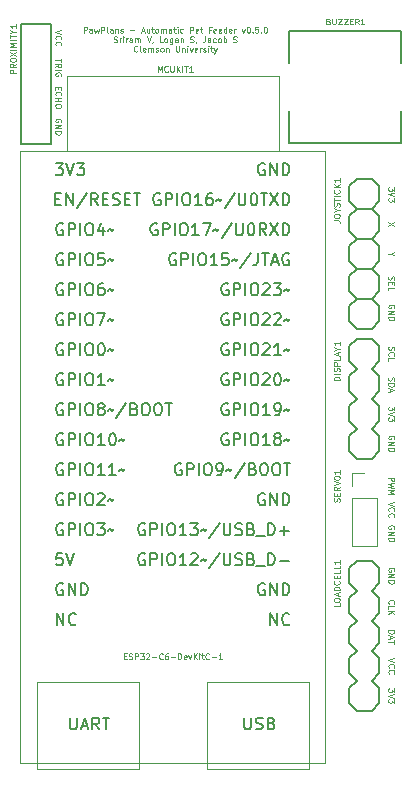
<source format=gbr>
%TF.GenerationSoftware,KiCad,Pcbnew,9.0.0*%
%TF.CreationDate,2025-03-14T09:11:00-04:00*%
%TF.ProjectId,PawPlans,50617750-6c61-46e7-932e-6b696361645f,0.5.0*%
%TF.SameCoordinates,Original*%
%TF.FileFunction,Legend,Top*%
%TF.FilePolarity,Positive*%
%FSLAX46Y46*%
G04 Gerber Fmt 4.6, Leading zero omitted, Abs format (unit mm)*
G04 Created by KiCad (PCBNEW 9.0.0) date 2025-03-14 09:11:00*
%MOMM*%
%LPD*%
G01*
G04 APERTURE LIST*
%ADD10C,0.062500*%
%ADD11C,0.150000*%
%ADD12C,0.152400*%
%ADD13C,0.120000*%
%ADD14C,0.127000*%
%ADD15C,0.203200*%
G04 APERTURE END LIST*
D10*
X92050003Y-32223087D02*
X92050003Y-31723087D01*
X92050003Y-31723087D02*
X92240479Y-31723087D01*
X92240479Y-31723087D02*
X92288098Y-31746897D01*
X92288098Y-31746897D02*
X92311908Y-31770706D01*
X92311908Y-31770706D02*
X92335717Y-31818325D01*
X92335717Y-31818325D02*
X92335717Y-31889754D01*
X92335717Y-31889754D02*
X92311908Y-31937373D01*
X92311908Y-31937373D02*
X92288098Y-31961182D01*
X92288098Y-31961182D02*
X92240479Y-31984992D01*
X92240479Y-31984992D02*
X92050003Y-31984992D01*
X92764289Y-32223087D02*
X92764289Y-31961182D01*
X92764289Y-31961182D02*
X92740479Y-31913563D01*
X92740479Y-31913563D02*
X92692860Y-31889754D01*
X92692860Y-31889754D02*
X92597622Y-31889754D01*
X92597622Y-31889754D02*
X92550003Y-31913563D01*
X92764289Y-32199278D02*
X92716670Y-32223087D01*
X92716670Y-32223087D02*
X92597622Y-32223087D01*
X92597622Y-32223087D02*
X92550003Y-32199278D01*
X92550003Y-32199278D02*
X92526194Y-32151658D01*
X92526194Y-32151658D02*
X92526194Y-32104039D01*
X92526194Y-32104039D02*
X92550003Y-32056420D01*
X92550003Y-32056420D02*
X92597622Y-32032611D01*
X92597622Y-32032611D02*
X92716670Y-32032611D01*
X92716670Y-32032611D02*
X92764289Y-32008801D01*
X92954765Y-31889754D02*
X93050003Y-32223087D01*
X93050003Y-32223087D02*
X93145241Y-31984992D01*
X93145241Y-31984992D02*
X93240479Y-32223087D01*
X93240479Y-32223087D02*
X93335717Y-31889754D01*
X93526194Y-32223087D02*
X93526194Y-31723087D01*
X93526194Y-31723087D02*
X93716670Y-31723087D01*
X93716670Y-31723087D02*
X93764289Y-31746897D01*
X93764289Y-31746897D02*
X93788099Y-31770706D01*
X93788099Y-31770706D02*
X93811908Y-31818325D01*
X93811908Y-31818325D02*
X93811908Y-31889754D01*
X93811908Y-31889754D02*
X93788099Y-31937373D01*
X93788099Y-31937373D02*
X93764289Y-31961182D01*
X93764289Y-31961182D02*
X93716670Y-31984992D01*
X93716670Y-31984992D02*
X93526194Y-31984992D01*
X94097623Y-32223087D02*
X94050004Y-32199278D01*
X94050004Y-32199278D02*
X94026194Y-32151658D01*
X94026194Y-32151658D02*
X94026194Y-31723087D01*
X94502385Y-32223087D02*
X94502385Y-31961182D01*
X94502385Y-31961182D02*
X94478575Y-31913563D01*
X94478575Y-31913563D02*
X94430956Y-31889754D01*
X94430956Y-31889754D02*
X94335718Y-31889754D01*
X94335718Y-31889754D02*
X94288099Y-31913563D01*
X94502385Y-32199278D02*
X94454766Y-32223087D01*
X94454766Y-32223087D02*
X94335718Y-32223087D01*
X94335718Y-32223087D02*
X94288099Y-32199278D01*
X94288099Y-32199278D02*
X94264290Y-32151658D01*
X94264290Y-32151658D02*
X94264290Y-32104039D01*
X94264290Y-32104039D02*
X94288099Y-32056420D01*
X94288099Y-32056420D02*
X94335718Y-32032611D01*
X94335718Y-32032611D02*
X94454766Y-32032611D01*
X94454766Y-32032611D02*
X94502385Y-32008801D01*
X94740480Y-31889754D02*
X94740480Y-32223087D01*
X94740480Y-31937373D02*
X94764290Y-31913563D01*
X94764290Y-31913563D02*
X94811909Y-31889754D01*
X94811909Y-31889754D02*
X94883337Y-31889754D01*
X94883337Y-31889754D02*
X94930956Y-31913563D01*
X94930956Y-31913563D02*
X94954766Y-31961182D01*
X94954766Y-31961182D02*
X94954766Y-32223087D01*
X95169052Y-32199278D02*
X95216671Y-32223087D01*
X95216671Y-32223087D02*
X95311909Y-32223087D01*
X95311909Y-32223087D02*
X95359528Y-32199278D01*
X95359528Y-32199278D02*
X95383337Y-32151658D01*
X95383337Y-32151658D02*
X95383337Y-32127849D01*
X95383337Y-32127849D02*
X95359528Y-32080230D01*
X95359528Y-32080230D02*
X95311909Y-32056420D01*
X95311909Y-32056420D02*
X95240480Y-32056420D01*
X95240480Y-32056420D02*
X95192861Y-32032611D01*
X95192861Y-32032611D02*
X95169052Y-31984992D01*
X95169052Y-31984992D02*
X95169052Y-31961182D01*
X95169052Y-31961182D02*
X95192861Y-31913563D01*
X95192861Y-31913563D02*
X95240480Y-31889754D01*
X95240480Y-31889754D02*
X95311909Y-31889754D01*
X95311909Y-31889754D02*
X95359528Y-31913563D01*
X95978575Y-32032611D02*
X96359528Y-32032611D01*
X96954766Y-32080230D02*
X97192861Y-32080230D01*
X96907147Y-32223087D02*
X97073813Y-31723087D01*
X97073813Y-31723087D02*
X97240480Y-32223087D01*
X97621432Y-31889754D02*
X97621432Y-32223087D01*
X97407146Y-31889754D02*
X97407146Y-32151658D01*
X97407146Y-32151658D02*
X97430956Y-32199278D01*
X97430956Y-32199278D02*
X97478575Y-32223087D01*
X97478575Y-32223087D02*
X97550003Y-32223087D01*
X97550003Y-32223087D02*
X97597622Y-32199278D01*
X97597622Y-32199278D02*
X97621432Y-32175468D01*
X97788099Y-31889754D02*
X97978575Y-31889754D01*
X97859527Y-31723087D02*
X97859527Y-32151658D01*
X97859527Y-32151658D02*
X97883337Y-32199278D01*
X97883337Y-32199278D02*
X97930956Y-32223087D01*
X97930956Y-32223087D02*
X97978575Y-32223087D01*
X98216670Y-32223087D02*
X98169051Y-32199278D01*
X98169051Y-32199278D02*
X98145241Y-32175468D01*
X98145241Y-32175468D02*
X98121432Y-32127849D01*
X98121432Y-32127849D02*
X98121432Y-31984992D01*
X98121432Y-31984992D02*
X98145241Y-31937373D01*
X98145241Y-31937373D02*
X98169051Y-31913563D01*
X98169051Y-31913563D02*
X98216670Y-31889754D01*
X98216670Y-31889754D02*
X98288098Y-31889754D01*
X98288098Y-31889754D02*
X98335717Y-31913563D01*
X98335717Y-31913563D02*
X98359527Y-31937373D01*
X98359527Y-31937373D02*
X98383336Y-31984992D01*
X98383336Y-31984992D02*
X98383336Y-32127849D01*
X98383336Y-32127849D02*
X98359527Y-32175468D01*
X98359527Y-32175468D02*
X98335717Y-32199278D01*
X98335717Y-32199278D02*
X98288098Y-32223087D01*
X98288098Y-32223087D02*
X98216670Y-32223087D01*
X98597622Y-32223087D02*
X98597622Y-31889754D01*
X98597622Y-31937373D02*
X98621432Y-31913563D01*
X98621432Y-31913563D02*
X98669051Y-31889754D01*
X98669051Y-31889754D02*
X98740479Y-31889754D01*
X98740479Y-31889754D02*
X98788098Y-31913563D01*
X98788098Y-31913563D02*
X98811908Y-31961182D01*
X98811908Y-31961182D02*
X98811908Y-32223087D01*
X98811908Y-31961182D02*
X98835717Y-31913563D01*
X98835717Y-31913563D02*
X98883336Y-31889754D01*
X98883336Y-31889754D02*
X98954765Y-31889754D01*
X98954765Y-31889754D02*
X99002384Y-31913563D01*
X99002384Y-31913563D02*
X99026194Y-31961182D01*
X99026194Y-31961182D02*
X99026194Y-32223087D01*
X99478575Y-32223087D02*
X99478575Y-31961182D01*
X99478575Y-31961182D02*
X99454765Y-31913563D01*
X99454765Y-31913563D02*
X99407146Y-31889754D01*
X99407146Y-31889754D02*
X99311908Y-31889754D01*
X99311908Y-31889754D02*
X99264289Y-31913563D01*
X99478575Y-32199278D02*
X99430956Y-32223087D01*
X99430956Y-32223087D02*
X99311908Y-32223087D01*
X99311908Y-32223087D02*
X99264289Y-32199278D01*
X99264289Y-32199278D02*
X99240480Y-32151658D01*
X99240480Y-32151658D02*
X99240480Y-32104039D01*
X99240480Y-32104039D02*
X99264289Y-32056420D01*
X99264289Y-32056420D02*
X99311908Y-32032611D01*
X99311908Y-32032611D02*
X99430956Y-32032611D01*
X99430956Y-32032611D02*
X99478575Y-32008801D01*
X99645242Y-31889754D02*
X99835718Y-31889754D01*
X99716670Y-31723087D02*
X99716670Y-32151658D01*
X99716670Y-32151658D02*
X99740480Y-32199278D01*
X99740480Y-32199278D02*
X99788099Y-32223087D01*
X99788099Y-32223087D02*
X99835718Y-32223087D01*
X100002384Y-32223087D02*
X100002384Y-31889754D01*
X100002384Y-31723087D02*
X99978575Y-31746897D01*
X99978575Y-31746897D02*
X100002384Y-31770706D01*
X100002384Y-31770706D02*
X100026194Y-31746897D01*
X100026194Y-31746897D02*
X100002384Y-31723087D01*
X100002384Y-31723087D02*
X100002384Y-31770706D01*
X100454765Y-32199278D02*
X100407146Y-32223087D01*
X100407146Y-32223087D02*
X100311908Y-32223087D01*
X100311908Y-32223087D02*
X100264289Y-32199278D01*
X100264289Y-32199278D02*
X100240479Y-32175468D01*
X100240479Y-32175468D02*
X100216670Y-32127849D01*
X100216670Y-32127849D02*
X100216670Y-31984992D01*
X100216670Y-31984992D02*
X100240479Y-31937373D01*
X100240479Y-31937373D02*
X100264289Y-31913563D01*
X100264289Y-31913563D02*
X100311908Y-31889754D01*
X100311908Y-31889754D02*
X100407146Y-31889754D01*
X100407146Y-31889754D02*
X100454765Y-31913563D01*
X101050002Y-32223087D02*
X101050002Y-31723087D01*
X101050002Y-31723087D02*
X101240478Y-31723087D01*
X101240478Y-31723087D02*
X101288097Y-31746897D01*
X101288097Y-31746897D02*
X101311907Y-31770706D01*
X101311907Y-31770706D02*
X101335716Y-31818325D01*
X101335716Y-31818325D02*
X101335716Y-31889754D01*
X101335716Y-31889754D02*
X101311907Y-31937373D01*
X101311907Y-31937373D02*
X101288097Y-31961182D01*
X101288097Y-31961182D02*
X101240478Y-31984992D01*
X101240478Y-31984992D02*
X101050002Y-31984992D01*
X101740478Y-32199278D02*
X101692859Y-32223087D01*
X101692859Y-32223087D02*
X101597621Y-32223087D01*
X101597621Y-32223087D02*
X101550002Y-32199278D01*
X101550002Y-32199278D02*
X101526193Y-32151658D01*
X101526193Y-32151658D02*
X101526193Y-31961182D01*
X101526193Y-31961182D02*
X101550002Y-31913563D01*
X101550002Y-31913563D02*
X101597621Y-31889754D01*
X101597621Y-31889754D02*
X101692859Y-31889754D01*
X101692859Y-31889754D02*
X101740478Y-31913563D01*
X101740478Y-31913563D02*
X101764288Y-31961182D01*
X101764288Y-31961182D02*
X101764288Y-32008801D01*
X101764288Y-32008801D02*
X101526193Y-32056420D01*
X101907145Y-31889754D02*
X102097621Y-31889754D01*
X101978573Y-31723087D02*
X101978573Y-32151658D01*
X101978573Y-32151658D02*
X102002383Y-32199278D01*
X102002383Y-32199278D02*
X102050002Y-32223087D01*
X102050002Y-32223087D02*
X102097621Y-32223087D01*
X102811906Y-31961182D02*
X102645239Y-31961182D01*
X102645239Y-32223087D02*
X102645239Y-31723087D01*
X102645239Y-31723087D02*
X102883334Y-31723087D01*
X103264286Y-32199278D02*
X103216667Y-32223087D01*
X103216667Y-32223087D02*
X103121429Y-32223087D01*
X103121429Y-32223087D02*
X103073810Y-32199278D01*
X103073810Y-32199278D02*
X103050001Y-32151658D01*
X103050001Y-32151658D02*
X103050001Y-31961182D01*
X103050001Y-31961182D02*
X103073810Y-31913563D01*
X103073810Y-31913563D02*
X103121429Y-31889754D01*
X103121429Y-31889754D02*
X103216667Y-31889754D01*
X103216667Y-31889754D02*
X103264286Y-31913563D01*
X103264286Y-31913563D02*
X103288096Y-31961182D01*
X103288096Y-31961182D02*
X103288096Y-32008801D01*
X103288096Y-32008801D02*
X103050001Y-32056420D01*
X103692857Y-32199278D02*
X103645238Y-32223087D01*
X103645238Y-32223087D02*
X103550000Y-32223087D01*
X103550000Y-32223087D02*
X103502381Y-32199278D01*
X103502381Y-32199278D02*
X103478572Y-32151658D01*
X103478572Y-32151658D02*
X103478572Y-31961182D01*
X103478572Y-31961182D02*
X103502381Y-31913563D01*
X103502381Y-31913563D02*
X103550000Y-31889754D01*
X103550000Y-31889754D02*
X103645238Y-31889754D01*
X103645238Y-31889754D02*
X103692857Y-31913563D01*
X103692857Y-31913563D02*
X103716667Y-31961182D01*
X103716667Y-31961182D02*
X103716667Y-32008801D01*
X103716667Y-32008801D02*
X103478572Y-32056420D01*
X104145238Y-32223087D02*
X104145238Y-31723087D01*
X104145238Y-32199278D02*
X104097619Y-32223087D01*
X104097619Y-32223087D02*
X104002381Y-32223087D01*
X104002381Y-32223087D02*
X103954762Y-32199278D01*
X103954762Y-32199278D02*
X103930952Y-32175468D01*
X103930952Y-32175468D02*
X103907143Y-32127849D01*
X103907143Y-32127849D02*
X103907143Y-31984992D01*
X103907143Y-31984992D02*
X103930952Y-31937373D01*
X103930952Y-31937373D02*
X103954762Y-31913563D01*
X103954762Y-31913563D02*
X104002381Y-31889754D01*
X104002381Y-31889754D02*
X104097619Y-31889754D01*
X104097619Y-31889754D02*
X104145238Y-31913563D01*
X104573809Y-32199278D02*
X104526190Y-32223087D01*
X104526190Y-32223087D02*
X104430952Y-32223087D01*
X104430952Y-32223087D02*
X104383333Y-32199278D01*
X104383333Y-32199278D02*
X104359524Y-32151658D01*
X104359524Y-32151658D02*
X104359524Y-31961182D01*
X104359524Y-31961182D02*
X104383333Y-31913563D01*
X104383333Y-31913563D02*
X104430952Y-31889754D01*
X104430952Y-31889754D02*
X104526190Y-31889754D01*
X104526190Y-31889754D02*
X104573809Y-31913563D01*
X104573809Y-31913563D02*
X104597619Y-31961182D01*
X104597619Y-31961182D02*
X104597619Y-32008801D01*
X104597619Y-32008801D02*
X104359524Y-32056420D01*
X104811904Y-32223087D02*
X104811904Y-31889754D01*
X104811904Y-31984992D02*
X104835714Y-31937373D01*
X104835714Y-31937373D02*
X104859523Y-31913563D01*
X104859523Y-31913563D02*
X104907142Y-31889754D01*
X104907142Y-31889754D02*
X104954761Y-31889754D01*
X105454761Y-31889754D02*
X105573809Y-32223087D01*
X105573809Y-32223087D02*
X105692856Y-31889754D01*
X105978570Y-31723087D02*
X106026189Y-31723087D01*
X106026189Y-31723087D02*
X106073808Y-31746897D01*
X106073808Y-31746897D02*
X106097618Y-31770706D01*
X106097618Y-31770706D02*
X106121427Y-31818325D01*
X106121427Y-31818325D02*
X106145237Y-31913563D01*
X106145237Y-31913563D02*
X106145237Y-32032611D01*
X106145237Y-32032611D02*
X106121427Y-32127849D01*
X106121427Y-32127849D02*
X106097618Y-32175468D01*
X106097618Y-32175468D02*
X106073808Y-32199278D01*
X106073808Y-32199278D02*
X106026189Y-32223087D01*
X106026189Y-32223087D02*
X105978570Y-32223087D01*
X105978570Y-32223087D02*
X105930951Y-32199278D01*
X105930951Y-32199278D02*
X105907142Y-32175468D01*
X105907142Y-32175468D02*
X105883332Y-32127849D01*
X105883332Y-32127849D02*
X105859523Y-32032611D01*
X105859523Y-32032611D02*
X105859523Y-31913563D01*
X105859523Y-31913563D02*
X105883332Y-31818325D01*
X105883332Y-31818325D02*
X105907142Y-31770706D01*
X105907142Y-31770706D02*
X105930951Y-31746897D01*
X105930951Y-31746897D02*
X105978570Y-31723087D01*
X106359522Y-32175468D02*
X106383332Y-32199278D01*
X106383332Y-32199278D02*
X106359522Y-32223087D01*
X106359522Y-32223087D02*
X106335713Y-32199278D01*
X106335713Y-32199278D02*
X106359522Y-32175468D01*
X106359522Y-32175468D02*
X106359522Y-32223087D01*
X106835712Y-31723087D02*
X106597617Y-31723087D01*
X106597617Y-31723087D02*
X106573808Y-31961182D01*
X106573808Y-31961182D02*
X106597617Y-31937373D01*
X106597617Y-31937373D02*
X106645236Y-31913563D01*
X106645236Y-31913563D02*
X106764284Y-31913563D01*
X106764284Y-31913563D02*
X106811903Y-31937373D01*
X106811903Y-31937373D02*
X106835712Y-31961182D01*
X106835712Y-31961182D02*
X106859522Y-32008801D01*
X106859522Y-32008801D02*
X106859522Y-32127849D01*
X106859522Y-32127849D02*
X106835712Y-32175468D01*
X106835712Y-32175468D02*
X106811903Y-32199278D01*
X106811903Y-32199278D02*
X106764284Y-32223087D01*
X106764284Y-32223087D02*
X106645236Y-32223087D01*
X106645236Y-32223087D02*
X106597617Y-32199278D01*
X106597617Y-32199278D02*
X106573808Y-32175468D01*
X107073807Y-32175468D02*
X107097617Y-32199278D01*
X107097617Y-32199278D02*
X107073807Y-32223087D01*
X107073807Y-32223087D02*
X107049998Y-32199278D01*
X107049998Y-32199278D02*
X107073807Y-32175468D01*
X107073807Y-32175468D02*
X107073807Y-32223087D01*
X107407140Y-31723087D02*
X107454759Y-31723087D01*
X107454759Y-31723087D02*
X107502378Y-31746897D01*
X107502378Y-31746897D02*
X107526188Y-31770706D01*
X107526188Y-31770706D02*
X107549997Y-31818325D01*
X107549997Y-31818325D02*
X107573807Y-31913563D01*
X107573807Y-31913563D02*
X107573807Y-32032611D01*
X107573807Y-32032611D02*
X107549997Y-32127849D01*
X107549997Y-32127849D02*
X107526188Y-32175468D01*
X107526188Y-32175468D02*
X107502378Y-32199278D01*
X107502378Y-32199278D02*
X107454759Y-32223087D01*
X107454759Y-32223087D02*
X107407140Y-32223087D01*
X107407140Y-32223087D02*
X107359521Y-32199278D01*
X107359521Y-32199278D02*
X107335712Y-32175468D01*
X107335712Y-32175468D02*
X107311902Y-32127849D01*
X107311902Y-32127849D02*
X107288093Y-32032611D01*
X107288093Y-32032611D02*
X107288093Y-31913563D01*
X107288093Y-31913563D02*
X107311902Y-31818325D01*
X107311902Y-31818325D02*
X107335712Y-31770706D01*
X107335712Y-31770706D02*
X107359521Y-31746897D01*
X107359521Y-31746897D02*
X107407140Y-31723087D01*
X94597621Y-33004250D02*
X94669049Y-33028059D01*
X94669049Y-33028059D02*
X94788097Y-33028059D01*
X94788097Y-33028059D02*
X94835716Y-33004250D01*
X94835716Y-33004250D02*
X94859525Y-32980440D01*
X94859525Y-32980440D02*
X94883335Y-32932821D01*
X94883335Y-32932821D02*
X94883335Y-32885202D01*
X94883335Y-32885202D02*
X94859525Y-32837583D01*
X94859525Y-32837583D02*
X94835716Y-32813773D01*
X94835716Y-32813773D02*
X94788097Y-32789964D01*
X94788097Y-32789964D02*
X94692859Y-32766154D01*
X94692859Y-32766154D02*
X94645240Y-32742345D01*
X94645240Y-32742345D02*
X94621430Y-32718535D01*
X94621430Y-32718535D02*
X94597621Y-32670916D01*
X94597621Y-32670916D02*
X94597621Y-32623297D01*
X94597621Y-32623297D02*
X94621430Y-32575678D01*
X94621430Y-32575678D02*
X94645240Y-32551869D01*
X94645240Y-32551869D02*
X94692859Y-32528059D01*
X94692859Y-32528059D02*
X94811906Y-32528059D01*
X94811906Y-32528059D02*
X94883335Y-32551869D01*
X95097620Y-33028059D02*
X95097620Y-32694726D01*
X95097620Y-32789964D02*
X95121430Y-32742345D01*
X95121430Y-32742345D02*
X95145239Y-32718535D01*
X95145239Y-32718535D02*
X95192858Y-32694726D01*
X95192858Y-32694726D02*
X95240477Y-32694726D01*
X95407144Y-33028059D02*
X95407144Y-32694726D01*
X95407144Y-32528059D02*
X95383335Y-32551869D01*
X95383335Y-32551869D02*
X95407144Y-32575678D01*
X95407144Y-32575678D02*
X95430954Y-32551869D01*
X95430954Y-32551869D02*
X95407144Y-32528059D01*
X95407144Y-32528059D02*
X95407144Y-32575678D01*
X95645239Y-33028059D02*
X95645239Y-32694726D01*
X95645239Y-32789964D02*
X95669049Y-32742345D01*
X95669049Y-32742345D02*
X95692858Y-32718535D01*
X95692858Y-32718535D02*
X95740477Y-32694726D01*
X95740477Y-32694726D02*
X95788096Y-32694726D01*
X96169049Y-33028059D02*
X96169049Y-32766154D01*
X96169049Y-32766154D02*
X96145239Y-32718535D01*
X96145239Y-32718535D02*
X96097620Y-32694726D01*
X96097620Y-32694726D02*
X96002382Y-32694726D01*
X96002382Y-32694726D02*
X95954763Y-32718535D01*
X96169049Y-33004250D02*
X96121430Y-33028059D01*
X96121430Y-33028059D02*
X96002382Y-33028059D01*
X96002382Y-33028059D02*
X95954763Y-33004250D01*
X95954763Y-33004250D02*
X95930954Y-32956630D01*
X95930954Y-32956630D02*
X95930954Y-32909011D01*
X95930954Y-32909011D02*
X95954763Y-32861392D01*
X95954763Y-32861392D02*
X96002382Y-32837583D01*
X96002382Y-32837583D02*
X96121430Y-32837583D01*
X96121430Y-32837583D02*
X96169049Y-32813773D01*
X96407144Y-33028059D02*
X96407144Y-32694726D01*
X96407144Y-32742345D02*
X96430954Y-32718535D01*
X96430954Y-32718535D02*
X96478573Y-32694726D01*
X96478573Y-32694726D02*
X96550001Y-32694726D01*
X96550001Y-32694726D02*
X96597620Y-32718535D01*
X96597620Y-32718535D02*
X96621430Y-32766154D01*
X96621430Y-32766154D02*
X96621430Y-33028059D01*
X96621430Y-32766154D02*
X96645239Y-32718535D01*
X96645239Y-32718535D02*
X96692858Y-32694726D01*
X96692858Y-32694726D02*
X96764287Y-32694726D01*
X96764287Y-32694726D02*
X96811906Y-32718535D01*
X96811906Y-32718535D02*
X96835716Y-32766154D01*
X96835716Y-32766154D02*
X96835716Y-33028059D01*
X97383335Y-32528059D02*
X97550001Y-33028059D01*
X97550001Y-33028059D02*
X97716668Y-32528059D01*
X97907144Y-33004250D02*
X97907144Y-33028059D01*
X97907144Y-33028059D02*
X97883334Y-33075678D01*
X97883334Y-33075678D02*
X97859525Y-33099488D01*
X98740476Y-33028059D02*
X98502381Y-33028059D01*
X98502381Y-33028059D02*
X98502381Y-32528059D01*
X98978572Y-33028059D02*
X98930953Y-33004250D01*
X98930953Y-33004250D02*
X98907143Y-32980440D01*
X98907143Y-32980440D02*
X98883334Y-32932821D01*
X98883334Y-32932821D02*
X98883334Y-32789964D01*
X98883334Y-32789964D02*
X98907143Y-32742345D01*
X98907143Y-32742345D02*
X98930953Y-32718535D01*
X98930953Y-32718535D02*
X98978572Y-32694726D01*
X98978572Y-32694726D02*
X99050000Y-32694726D01*
X99050000Y-32694726D02*
X99097619Y-32718535D01*
X99097619Y-32718535D02*
X99121429Y-32742345D01*
X99121429Y-32742345D02*
X99145238Y-32789964D01*
X99145238Y-32789964D02*
X99145238Y-32932821D01*
X99145238Y-32932821D02*
X99121429Y-32980440D01*
X99121429Y-32980440D02*
X99097619Y-33004250D01*
X99097619Y-33004250D02*
X99050000Y-33028059D01*
X99050000Y-33028059D02*
X98978572Y-33028059D01*
X99573810Y-32694726D02*
X99573810Y-33099488D01*
X99573810Y-33099488D02*
X99550000Y-33147107D01*
X99550000Y-33147107D02*
X99526191Y-33170916D01*
X99526191Y-33170916D02*
X99478572Y-33194726D01*
X99478572Y-33194726D02*
X99407143Y-33194726D01*
X99407143Y-33194726D02*
X99359524Y-33170916D01*
X99573810Y-33004250D02*
X99526191Y-33028059D01*
X99526191Y-33028059D02*
X99430953Y-33028059D01*
X99430953Y-33028059D02*
X99383334Y-33004250D01*
X99383334Y-33004250D02*
X99359524Y-32980440D01*
X99359524Y-32980440D02*
X99335715Y-32932821D01*
X99335715Y-32932821D02*
X99335715Y-32789964D01*
X99335715Y-32789964D02*
X99359524Y-32742345D01*
X99359524Y-32742345D02*
X99383334Y-32718535D01*
X99383334Y-32718535D02*
X99430953Y-32694726D01*
X99430953Y-32694726D02*
X99526191Y-32694726D01*
X99526191Y-32694726D02*
X99573810Y-32718535D01*
X100026191Y-33028059D02*
X100026191Y-32766154D01*
X100026191Y-32766154D02*
X100002381Y-32718535D01*
X100002381Y-32718535D02*
X99954762Y-32694726D01*
X99954762Y-32694726D02*
X99859524Y-32694726D01*
X99859524Y-32694726D02*
X99811905Y-32718535D01*
X100026191Y-33004250D02*
X99978572Y-33028059D01*
X99978572Y-33028059D02*
X99859524Y-33028059D01*
X99859524Y-33028059D02*
X99811905Y-33004250D01*
X99811905Y-33004250D02*
X99788096Y-32956630D01*
X99788096Y-32956630D02*
X99788096Y-32909011D01*
X99788096Y-32909011D02*
X99811905Y-32861392D01*
X99811905Y-32861392D02*
X99859524Y-32837583D01*
X99859524Y-32837583D02*
X99978572Y-32837583D01*
X99978572Y-32837583D02*
X100026191Y-32813773D01*
X100264286Y-32694726D02*
X100264286Y-33028059D01*
X100264286Y-32742345D02*
X100288096Y-32718535D01*
X100288096Y-32718535D02*
X100335715Y-32694726D01*
X100335715Y-32694726D02*
X100407143Y-32694726D01*
X100407143Y-32694726D02*
X100454762Y-32718535D01*
X100454762Y-32718535D02*
X100478572Y-32766154D01*
X100478572Y-32766154D02*
X100478572Y-33028059D01*
X101073810Y-33004250D02*
X101145238Y-33028059D01*
X101145238Y-33028059D02*
X101264286Y-33028059D01*
X101264286Y-33028059D02*
X101311905Y-33004250D01*
X101311905Y-33004250D02*
X101335714Y-32980440D01*
X101335714Y-32980440D02*
X101359524Y-32932821D01*
X101359524Y-32932821D02*
X101359524Y-32885202D01*
X101359524Y-32885202D02*
X101335714Y-32837583D01*
X101335714Y-32837583D02*
X101311905Y-32813773D01*
X101311905Y-32813773D02*
X101264286Y-32789964D01*
X101264286Y-32789964D02*
X101169048Y-32766154D01*
X101169048Y-32766154D02*
X101121429Y-32742345D01*
X101121429Y-32742345D02*
X101097619Y-32718535D01*
X101097619Y-32718535D02*
X101073810Y-32670916D01*
X101073810Y-32670916D02*
X101073810Y-32623297D01*
X101073810Y-32623297D02*
X101097619Y-32575678D01*
X101097619Y-32575678D02*
X101121429Y-32551869D01*
X101121429Y-32551869D02*
X101169048Y-32528059D01*
X101169048Y-32528059D02*
X101288095Y-32528059D01*
X101288095Y-32528059D02*
X101359524Y-32551869D01*
X101597619Y-33004250D02*
X101597619Y-33028059D01*
X101597619Y-33028059D02*
X101573809Y-33075678D01*
X101573809Y-33075678D02*
X101550000Y-33099488D01*
X102335713Y-32528059D02*
X102335713Y-32885202D01*
X102335713Y-32885202D02*
X102311904Y-32956630D01*
X102311904Y-32956630D02*
X102264285Y-33004250D01*
X102264285Y-33004250D02*
X102192856Y-33028059D01*
X102192856Y-33028059D02*
X102145237Y-33028059D01*
X102788094Y-33028059D02*
X102788094Y-32766154D01*
X102788094Y-32766154D02*
X102764284Y-32718535D01*
X102764284Y-32718535D02*
X102716665Y-32694726D01*
X102716665Y-32694726D02*
X102621427Y-32694726D01*
X102621427Y-32694726D02*
X102573808Y-32718535D01*
X102788094Y-33004250D02*
X102740475Y-33028059D01*
X102740475Y-33028059D02*
X102621427Y-33028059D01*
X102621427Y-33028059D02*
X102573808Y-33004250D01*
X102573808Y-33004250D02*
X102549999Y-32956630D01*
X102549999Y-32956630D02*
X102549999Y-32909011D01*
X102549999Y-32909011D02*
X102573808Y-32861392D01*
X102573808Y-32861392D02*
X102621427Y-32837583D01*
X102621427Y-32837583D02*
X102740475Y-32837583D01*
X102740475Y-32837583D02*
X102788094Y-32813773D01*
X103240475Y-33004250D02*
X103192856Y-33028059D01*
X103192856Y-33028059D02*
X103097618Y-33028059D01*
X103097618Y-33028059D02*
X103049999Y-33004250D01*
X103049999Y-33004250D02*
X103026189Y-32980440D01*
X103026189Y-32980440D02*
X103002380Y-32932821D01*
X103002380Y-32932821D02*
X103002380Y-32789964D01*
X103002380Y-32789964D02*
X103026189Y-32742345D01*
X103026189Y-32742345D02*
X103049999Y-32718535D01*
X103049999Y-32718535D02*
X103097618Y-32694726D01*
X103097618Y-32694726D02*
X103192856Y-32694726D01*
X103192856Y-32694726D02*
X103240475Y-32718535D01*
X103526189Y-33028059D02*
X103478570Y-33004250D01*
X103478570Y-33004250D02*
X103454760Y-32980440D01*
X103454760Y-32980440D02*
X103430951Y-32932821D01*
X103430951Y-32932821D02*
X103430951Y-32789964D01*
X103430951Y-32789964D02*
X103454760Y-32742345D01*
X103454760Y-32742345D02*
X103478570Y-32718535D01*
X103478570Y-32718535D02*
X103526189Y-32694726D01*
X103526189Y-32694726D02*
X103597617Y-32694726D01*
X103597617Y-32694726D02*
X103645236Y-32718535D01*
X103645236Y-32718535D02*
X103669046Y-32742345D01*
X103669046Y-32742345D02*
X103692855Y-32789964D01*
X103692855Y-32789964D02*
X103692855Y-32932821D01*
X103692855Y-32932821D02*
X103669046Y-32980440D01*
X103669046Y-32980440D02*
X103645236Y-33004250D01*
X103645236Y-33004250D02*
X103597617Y-33028059D01*
X103597617Y-33028059D02*
X103526189Y-33028059D01*
X103907141Y-33028059D02*
X103907141Y-32528059D01*
X103907141Y-32718535D02*
X103954760Y-32694726D01*
X103954760Y-32694726D02*
X104049998Y-32694726D01*
X104049998Y-32694726D02*
X104097617Y-32718535D01*
X104097617Y-32718535D02*
X104121427Y-32742345D01*
X104121427Y-32742345D02*
X104145236Y-32789964D01*
X104145236Y-32789964D02*
X104145236Y-32932821D01*
X104145236Y-32932821D02*
X104121427Y-32980440D01*
X104121427Y-32980440D02*
X104097617Y-33004250D01*
X104097617Y-33004250D02*
X104049998Y-33028059D01*
X104049998Y-33028059D02*
X103954760Y-33028059D01*
X103954760Y-33028059D02*
X103907141Y-33004250D01*
X104716665Y-33004250D02*
X104788093Y-33028059D01*
X104788093Y-33028059D02*
X104907141Y-33028059D01*
X104907141Y-33028059D02*
X104954760Y-33004250D01*
X104954760Y-33004250D02*
X104978569Y-32980440D01*
X104978569Y-32980440D02*
X105002379Y-32932821D01*
X105002379Y-32932821D02*
X105002379Y-32885202D01*
X105002379Y-32885202D02*
X104978569Y-32837583D01*
X104978569Y-32837583D02*
X104954760Y-32813773D01*
X104954760Y-32813773D02*
X104907141Y-32789964D01*
X104907141Y-32789964D02*
X104811903Y-32766154D01*
X104811903Y-32766154D02*
X104764284Y-32742345D01*
X104764284Y-32742345D02*
X104740474Y-32718535D01*
X104740474Y-32718535D02*
X104716665Y-32670916D01*
X104716665Y-32670916D02*
X104716665Y-32623297D01*
X104716665Y-32623297D02*
X104740474Y-32575678D01*
X104740474Y-32575678D02*
X104764284Y-32551869D01*
X104764284Y-32551869D02*
X104811903Y-32528059D01*
X104811903Y-32528059D02*
X104930950Y-32528059D01*
X104930950Y-32528059D02*
X105002379Y-32551869D01*
X96609524Y-33785412D02*
X96585715Y-33809222D01*
X96585715Y-33809222D02*
X96514286Y-33833031D01*
X96514286Y-33833031D02*
X96466667Y-33833031D01*
X96466667Y-33833031D02*
X96395239Y-33809222D01*
X96395239Y-33809222D02*
X96347620Y-33761602D01*
X96347620Y-33761602D02*
X96323810Y-33713983D01*
X96323810Y-33713983D02*
X96300001Y-33618745D01*
X96300001Y-33618745D02*
X96300001Y-33547317D01*
X96300001Y-33547317D02*
X96323810Y-33452079D01*
X96323810Y-33452079D02*
X96347620Y-33404460D01*
X96347620Y-33404460D02*
X96395239Y-33356841D01*
X96395239Y-33356841D02*
X96466667Y-33333031D01*
X96466667Y-33333031D02*
X96514286Y-33333031D01*
X96514286Y-33333031D02*
X96585715Y-33356841D01*
X96585715Y-33356841D02*
X96609524Y-33380650D01*
X96895239Y-33833031D02*
X96847620Y-33809222D01*
X96847620Y-33809222D02*
X96823810Y-33761602D01*
X96823810Y-33761602D02*
X96823810Y-33333031D01*
X97276191Y-33809222D02*
X97228572Y-33833031D01*
X97228572Y-33833031D02*
X97133334Y-33833031D01*
X97133334Y-33833031D02*
X97085715Y-33809222D01*
X97085715Y-33809222D02*
X97061906Y-33761602D01*
X97061906Y-33761602D02*
X97061906Y-33571126D01*
X97061906Y-33571126D02*
X97085715Y-33523507D01*
X97085715Y-33523507D02*
X97133334Y-33499698D01*
X97133334Y-33499698D02*
X97228572Y-33499698D01*
X97228572Y-33499698D02*
X97276191Y-33523507D01*
X97276191Y-33523507D02*
X97300001Y-33571126D01*
X97300001Y-33571126D02*
X97300001Y-33618745D01*
X97300001Y-33618745D02*
X97061906Y-33666364D01*
X97514286Y-33833031D02*
X97514286Y-33499698D01*
X97514286Y-33547317D02*
X97538096Y-33523507D01*
X97538096Y-33523507D02*
X97585715Y-33499698D01*
X97585715Y-33499698D02*
X97657143Y-33499698D01*
X97657143Y-33499698D02*
X97704762Y-33523507D01*
X97704762Y-33523507D02*
X97728572Y-33571126D01*
X97728572Y-33571126D02*
X97728572Y-33833031D01*
X97728572Y-33571126D02*
X97752381Y-33523507D01*
X97752381Y-33523507D02*
X97800000Y-33499698D01*
X97800000Y-33499698D02*
X97871429Y-33499698D01*
X97871429Y-33499698D02*
X97919048Y-33523507D01*
X97919048Y-33523507D02*
X97942858Y-33571126D01*
X97942858Y-33571126D02*
X97942858Y-33833031D01*
X98157144Y-33809222D02*
X98204763Y-33833031D01*
X98204763Y-33833031D02*
X98300001Y-33833031D01*
X98300001Y-33833031D02*
X98347620Y-33809222D01*
X98347620Y-33809222D02*
X98371429Y-33761602D01*
X98371429Y-33761602D02*
X98371429Y-33737793D01*
X98371429Y-33737793D02*
X98347620Y-33690174D01*
X98347620Y-33690174D02*
X98300001Y-33666364D01*
X98300001Y-33666364D02*
X98228572Y-33666364D01*
X98228572Y-33666364D02*
X98180953Y-33642555D01*
X98180953Y-33642555D02*
X98157144Y-33594936D01*
X98157144Y-33594936D02*
X98157144Y-33571126D01*
X98157144Y-33571126D02*
X98180953Y-33523507D01*
X98180953Y-33523507D02*
X98228572Y-33499698D01*
X98228572Y-33499698D02*
X98300001Y-33499698D01*
X98300001Y-33499698D02*
X98347620Y-33523507D01*
X98657144Y-33833031D02*
X98609525Y-33809222D01*
X98609525Y-33809222D02*
X98585715Y-33785412D01*
X98585715Y-33785412D02*
X98561906Y-33737793D01*
X98561906Y-33737793D02*
X98561906Y-33594936D01*
X98561906Y-33594936D02*
X98585715Y-33547317D01*
X98585715Y-33547317D02*
X98609525Y-33523507D01*
X98609525Y-33523507D02*
X98657144Y-33499698D01*
X98657144Y-33499698D02*
X98728572Y-33499698D01*
X98728572Y-33499698D02*
X98776191Y-33523507D01*
X98776191Y-33523507D02*
X98800001Y-33547317D01*
X98800001Y-33547317D02*
X98823810Y-33594936D01*
X98823810Y-33594936D02*
X98823810Y-33737793D01*
X98823810Y-33737793D02*
X98800001Y-33785412D01*
X98800001Y-33785412D02*
X98776191Y-33809222D01*
X98776191Y-33809222D02*
X98728572Y-33833031D01*
X98728572Y-33833031D02*
X98657144Y-33833031D01*
X99038096Y-33499698D02*
X99038096Y-33833031D01*
X99038096Y-33547317D02*
X99061906Y-33523507D01*
X99061906Y-33523507D02*
X99109525Y-33499698D01*
X99109525Y-33499698D02*
X99180953Y-33499698D01*
X99180953Y-33499698D02*
X99228572Y-33523507D01*
X99228572Y-33523507D02*
X99252382Y-33571126D01*
X99252382Y-33571126D02*
X99252382Y-33833031D01*
X99871429Y-33333031D02*
X99871429Y-33737793D01*
X99871429Y-33737793D02*
X99895239Y-33785412D01*
X99895239Y-33785412D02*
X99919048Y-33809222D01*
X99919048Y-33809222D02*
X99966667Y-33833031D01*
X99966667Y-33833031D02*
X100061905Y-33833031D01*
X100061905Y-33833031D02*
X100109524Y-33809222D01*
X100109524Y-33809222D02*
X100133334Y-33785412D01*
X100133334Y-33785412D02*
X100157143Y-33737793D01*
X100157143Y-33737793D02*
X100157143Y-33333031D01*
X100395239Y-33499698D02*
X100395239Y-33833031D01*
X100395239Y-33547317D02*
X100419049Y-33523507D01*
X100419049Y-33523507D02*
X100466668Y-33499698D01*
X100466668Y-33499698D02*
X100538096Y-33499698D01*
X100538096Y-33499698D02*
X100585715Y-33523507D01*
X100585715Y-33523507D02*
X100609525Y-33571126D01*
X100609525Y-33571126D02*
X100609525Y-33833031D01*
X100847620Y-33833031D02*
X100847620Y-33499698D01*
X100847620Y-33333031D02*
X100823811Y-33356841D01*
X100823811Y-33356841D02*
X100847620Y-33380650D01*
X100847620Y-33380650D02*
X100871430Y-33356841D01*
X100871430Y-33356841D02*
X100847620Y-33333031D01*
X100847620Y-33333031D02*
X100847620Y-33380650D01*
X101038096Y-33499698D02*
X101157144Y-33833031D01*
X101157144Y-33833031D02*
X101276191Y-33499698D01*
X101657143Y-33809222D02*
X101609524Y-33833031D01*
X101609524Y-33833031D02*
X101514286Y-33833031D01*
X101514286Y-33833031D02*
X101466667Y-33809222D01*
X101466667Y-33809222D02*
X101442858Y-33761602D01*
X101442858Y-33761602D02*
X101442858Y-33571126D01*
X101442858Y-33571126D02*
X101466667Y-33523507D01*
X101466667Y-33523507D02*
X101514286Y-33499698D01*
X101514286Y-33499698D02*
X101609524Y-33499698D01*
X101609524Y-33499698D02*
X101657143Y-33523507D01*
X101657143Y-33523507D02*
X101680953Y-33571126D01*
X101680953Y-33571126D02*
X101680953Y-33618745D01*
X101680953Y-33618745D02*
X101442858Y-33666364D01*
X101895238Y-33833031D02*
X101895238Y-33499698D01*
X101895238Y-33594936D02*
X101919048Y-33547317D01*
X101919048Y-33547317D02*
X101942857Y-33523507D01*
X101942857Y-33523507D02*
X101990476Y-33499698D01*
X101990476Y-33499698D02*
X102038095Y-33499698D01*
X102180953Y-33809222D02*
X102228572Y-33833031D01*
X102228572Y-33833031D02*
X102323810Y-33833031D01*
X102323810Y-33833031D02*
X102371429Y-33809222D01*
X102371429Y-33809222D02*
X102395238Y-33761602D01*
X102395238Y-33761602D02*
X102395238Y-33737793D01*
X102395238Y-33737793D02*
X102371429Y-33690174D01*
X102371429Y-33690174D02*
X102323810Y-33666364D01*
X102323810Y-33666364D02*
X102252381Y-33666364D01*
X102252381Y-33666364D02*
X102204762Y-33642555D01*
X102204762Y-33642555D02*
X102180953Y-33594936D01*
X102180953Y-33594936D02*
X102180953Y-33571126D01*
X102180953Y-33571126D02*
X102204762Y-33523507D01*
X102204762Y-33523507D02*
X102252381Y-33499698D01*
X102252381Y-33499698D02*
X102323810Y-33499698D01*
X102323810Y-33499698D02*
X102371429Y-33523507D01*
X102609524Y-33833031D02*
X102609524Y-33499698D01*
X102609524Y-33333031D02*
X102585715Y-33356841D01*
X102585715Y-33356841D02*
X102609524Y-33380650D01*
X102609524Y-33380650D02*
X102633334Y-33356841D01*
X102633334Y-33356841D02*
X102609524Y-33333031D01*
X102609524Y-33333031D02*
X102609524Y-33380650D01*
X102776191Y-33499698D02*
X102966667Y-33499698D01*
X102847619Y-33333031D02*
X102847619Y-33761602D01*
X102847619Y-33761602D02*
X102871429Y-33809222D01*
X102871429Y-33809222D02*
X102919048Y-33833031D01*
X102919048Y-33833031D02*
X102966667Y-33833031D01*
X103085714Y-33499698D02*
X103204762Y-33833031D01*
X103323809Y-33499698D02*
X103204762Y-33833031D01*
X103204762Y-33833031D02*
X103157143Y-33952079D01*
X103157143Y-33952079D02*
X103133333Y-33975888D01*
X103133333Y-33975888D02*
X103085714Y-33999698D01*
X112783334Y-31266154D02*
X112854762Y-31289964D01*
X112854762Y-31289964D02*
X112878572Y-31313773D01*
X112878572Y-31313773D02*
X112902381Y-31361392D01*
X112902381Y-31361392D02*
X112902381Y-31432821D01*
X112902381Y-31432821D02*
X112878572Y-31480440D01*
X112878572Y-31480440D02*
X112854762Y-31504250D01*
X112854762Y-31504250D02*
X112807143Y-31528059D01*
X112807143Y-31528059D02*
X112616667Y-31528059D01*
X112616667Y-31528059D02*
X112616667Y-31028059D01*
X112616667Y-31028059D02*
X112783334Y-31028059D01*
X112783334Y-31028059D02*
X112830953Y-31051869D01*
X112830953Y-31051869D02*
X112854762Y-31075678D01*
X112854762Y-31075678D02*
X112878572Y-31123297D01*
X112878572Y-31123297D02*
X112878572Y-31170916D01*
X112878572Y-31170916D02*
X112854762Y-31218535D01*
X112854762Y-31218535D02*
X112830953Y-31242345D01*
X112830953Y-31242345D02*
X112783334Y-31266154D01*
X112783334Y-31266154D02*
X112616667Y-31266154D01*
X113116667Y-31028059D02*
X113116667Y-31432821D01*
X113116667Y-31432821D02*
X113140477Y-31480440D01*
X113140477Y-31480440D02*
X113164286Y-31504250D01*
X113164286Y-31504250D02*
X113211905Y-31528059D01*
X113211905Y-31528059D02*
X113307143Y-31528059D01*
X113307143Y-31528059D02*
X113354762Y-31504250D01*
X113354762Y-31504250D02*
X113378572Y-31480440D01*
X113378572Y-31480440D02*
X113402381Y-31432821D01*
X113402381Y-31432821D02*
X113402381Y-31028059D01*
X113592858Y-31028059D02*
X113926191Y-31028059D01*
X113926191Y-31028059D02*
X113592858Y-31528059D01*
X113592858Y-31528059D02*
X113926191Y-31528059D01*
X114069048Y-31028059D02*
X114402381Y-31028059D01*
X114402381Y-31028059D02*
X114069048Y-31528059D01*
X114069048Y-31528059D02*
X114402381Y-31528059D01*
X114592857Y-31266154D02*
X114759524Y-31266154D01*
X114830952Y-31528059D02*
X114592857Y-31528059D01*
X114592857Y-31528059D02*
X114592857Y-31028059D01*
X114592857Y-31028059D02*
X114830952Y-31028059D01*
X115330952Y-31528059D02*
X115164286Y-31289964D01*
X115045238Y-31528059D02*
X115045238Y-31028059D01*
X115045238Y-31028059D02*
X115235714Y-31028059D01*
X115235714Y-31028059D02*
X115283333Y-31051869D01*
X115283333Y-31051869D02*
X115307143Y-31075678D01*
X115307143Y-31075678D02*
X115330952Y-31123297D01*
X115330952Y-31123297D02*
X115330952Y-31194726D01*
X115330952Y-31194726D02*
X115307143Y-31242345D01*
X115307143Y-31242345D02*
X115283333Y-31266154D01*
X115283333Y-31266154D02*
X115235714Y-31289964D01*
X115235714Y-31289964D02*
X115045238Y-31289964D01*
X115807143Y-31528059D02*
X115521429Y-31528059D01*
X115664286Y-31528059D02*
X115664286Y-31028059D01*
X115664286Y-31028059D02*
X115616667Y-31099488D01*
X115616667Y-31099488D02*
X115569048Y-31147107D01*
X115569048Y-31147107D02*
X115521429Y-31170916D01*
X98323809Y-35535559D02*
X98323809Y-35035559D01*
X98323809Y-35035559D02*
X98490476Y-35392702D01*
X98490476Y-35392702D02*
X98657142Y-35035559D01*
X98657142Y-35035559D02*
X98657142Y-35535559D01*
X99180952Y-35487940D02*
X99157143Y-35511750D01*
X99157143Y-35511750D02*
X99085714Y-35535559D01*
X99085714Y-35535559D02*
X99038095Y-35535559D01*
X99038095Y-35535559D02*
X98966667Y-35511750D01*
X98966667Y-35511750D02*
X98919048Y-35464130D01*
X98919048Y-35464130D02*
X98895238Y-35416511D01*
X98895238Y-35416511D02*
X98871429Y-35321273D01*
X98871429Y-35321273D02*
X98871429Y-35249845D01*
X98871429Y-35249845D02*
X98895238Y-35154607D01*
X98895238Y-35154607D02*
X98919048Y-35106988D01*
X98919048Y-35106988D02*
X98966667Y-35059369D01*
X98966667Y-35059369D02*
X99038095Y-35035559D01*
X99038095Y-35035559D02*
X99085714Y-35035559D01*
X99085714Y-35035559D02*
X99157143Y-35059369D01*
X99157143Y-35059369D02*
X99180952Y-35083178D01*
X99395238Y-35035559D02*
X99395238Y-35440321D01*
X99395238Y-35440321D02*
X99419048Y-35487940D01*
X99419048Y-35487940D02*
X99442857Y-35511750D01*
X99442857Y-35511750D02*
X99490476Y-35535559D01*
X99490476Y-35535559D02*
X99585714Y-35535559D01*
X99585714Y-35535559D02*
X99633333Y-35511750D01*
X99633333Y-35511750D02*
X99657143Y-35487940D01*
X99657143Y-35487940D02*
X99680952Y-35440321D01*
X99680952Y-35440321D02*
X99680952Y-35035559D01*
X99919048Y-35535559D02*
X99919048Y-35035559D01*
X100204762Y-35535559D02*
X99990477Y-35249845D01*
X100204762Y-35035559D02*
X99919048Y-35321273D01*
X100419048Y-35535559D02*
X100419048Y-35035559D01*
X100585715Y-35035559D02*
X100871429Y-35035559D01*
X100728572Y-35535559D02*
X100728572Y-35035559D01*
X101300000Y-35535559D02*
X101014286Y-35535559D01*
X101157143Y-35535559D02*
X101157143Y-35035559D01*
X101157143Y-35035559D02*
X101109524Y-35106988D01*
X101109524Y-35106988D02*
X101061905Y-35154607D01*
X101061905Y-35154607D02*
X101014286Y-35178416D01*
X95457144Y-85013814D02*
X95623811Y-85013814D01*
X95695239Y-85275719D02*
X95457144Y-85275719D01*
X95457144Y-85275719D02*
X95457144Y-84775719D01*
X95457144Y-84775719D02*
X95695239Y-84775719D01*
X95885716Y-85251910D02*
X95957144Y-85275719D01*
X95957144Y-85275719D02*
X96076192Y-85275719D01*
X96076192Y-85275719D02*
X96123811Y-85251910D01*
X96123811Y-85251910D02*
X96147620Y-85228100D01*
X96147620Y-85228100D02*
X96171430Y-85180481D01*
X96171430Y-85180481D02*
X96171430Y-85132862D01*
X96171430Y-85132862D02*
X96147620Y-85085243D01*
X96147620Y-85085243D02*
X96123811Y-85061433D01*
X96123811Y-85061433D02*
X96076192Y-85037624D01*
X96076192Y-85037624D02*
X95980954Y-85013814D01*
X95980954Y-85013814D02*
X95933335Y-84990005D01*
X95933335Y-84990005D02*
X95909525Y-84966195D01*
X95909525Y-84966195D02*
X95885716Y-84918576D01*
X95885716Y-84918576D02*
X95885716Y-84870957D01*
X95885716Y-84870957D02*
X95909525Y-84823338D01*
X95909525Y-84823338D02*
X95933335Y-84799529D01*
X95933335Y-84799529D02*
X95980954Y-84775719D01*
X95980954Y-84775719D02*
X96100001Y-84775719D01*
X96100001Y-84775719D02*
X96171430Y-84799529D01*
X96385715Y-85275719D02*
X96385715Y-84775719D01*
X96385715Y-84775719D02*
X96576191Y-84775719D01*
X96576191Y-84775719D02*
X96623810Y-84799529D01*
X96623810Y-84799529D02*
X96647620Y-84823338D01*
X96647620Y-84823338D02*
X96671429Y-84870957D01*
X96671429Y-84870957D02*
X96671429Y-84942386D01*
X96671429Y-84942386D02*
X96647620Y-84990005D01*
X96647620Y-84990005D02*
X96623810Y-85013814D01*
X96623810Y-85013814D02*
X96576191Y-85037624D01*
X96576191Y-85037624D02*
X96385715Y-85037624D01*
X96838096Y-84775719D02*
X97147620Y-84775719D01*
X97147620Y-84775719D02*
X96980953Y-84966195D01*
X96980953Y-84966195D02*
X97052382Y-84966195D01*
X97052382Y-84966195D02*
X97100001Y-84990005D01*
X97100001Y-84990005D02*
X97123810Y-85013814D01*
X97123810Y-85013814D02*
X97147620Y-85061433D01*
X97147620Y-85061433D02*
X97147620Y-85180481D01*
X97147620Y-85180481D02*
X97123810Y-85228100D01*
X97123810Y-85228100D02*
X97100001Y-85251910D01*
X97100001Y-85251910D02*
X97052382Y-85275719D01*
X97052382Y-85275719D02*
X96909525Y-85275719D01*
X96909525Y-85275719D02*
X96861906Y-85251910D01*
X96861906Y-85251910D02*
X96838096Y-85228100D01*
X97338096Y-84823338D02*
X97361905Y-84799529D01*
X97361905Y-84799529D02*
X97409524Y-84775719D01*
X97409524Y-84775719D02*
X97528572Y-84775719D01*
X97528572Y-84775719D02*
X97576191Y-84799529D01*
X97576191Y-84799529D02*
X97600000Y-84823338D01*
X97600000Y-84823338D02*
X97623810Y-84870957D01*
X97623810Y-84870957D02*
X97623810Y-84918576D01*
X97623810Y-84918576D02*
X97600000Y-84990005D01*
X97600000Y-84990005D02*
X97314286Y-85275719D01*
X97314286Y-85275719D02*
X97623810Y-85275719D01*
X97838095Y-85085243D02*
X98219048Y-85085243D01*
X98742857Y-85228100D02*
X98719048Y-85251910D01*
X98719048Y-85251910D02*
X98647619Y-85275719D01*
X98647619Y-85275719D02*
X98600000Y-85275719D01*
X98600000Y-85275719D02*
X98528572Y-85251910D01*
X98528572Y-85251910D02*
X98480953Y-85204290D01*
X98480953Y-85204290D02*
X98457143Y-85156671D01*
X98457143Y-85156671D02*
X98433334Y-85061433D01*
X98433334Y-85061433D02*
X98433334Y-84990005D01*
X98433334Y-84990005D02*
X98457143Y-84894767D01*
X98457143Y-84894767D02*
X98480953Y-84847148D01*
X98480953Y-84847148D02*
X98528572Y-84799529D01*
X98528572Y-84799529D02*
X98600000Y-84775719D01*
X98600000Y-84775719D02*
X98647619Y-84775719D01*
X98647619Y-84775719D02*
X98719048Y-84799529D01*
X98719048Y-84799529D02*
X98742857Y-84823338D01*
X99171429Y-84775719D02*
X99076191Y-84775719D01*
X99076191Y-84775719D02*
X99028572Y-84799529D01*
X99028572Y-84799529D02*
X99004762Y-84823338D01*
X99004762Y-84823338D02*
X98957143Y-84894767D01*
X98957143Y-84894767D02*
X98933334Y-84990005D01*
X98933334Y-84990005D02*
X98933334Y-85180481D01*
X98933334Y-85180481D02*
X98957143Y-85228100D01*
X98957143Y-85228100D02*
X98980953Y-85251910D01*
X98980953Y-85251910D02*
X99028572Y-85275719D01*
X99028572Y-85275719D02*
X99123810Y-85275719D01*
X99123810Y-85275719D02*
X99171429Y-85251910D01*
X99171429Y-85251910D02*
X99195238Y-85228100D01*
X99195238Y-85228100D02*
X99219048Y-85180481D01*
X99219048Y-85180481D02*
X99219048Y-85061433D01*
X99219048Y-85061433D02*
X99195238Y-85013814D01*
X99195238Y-85013814D02*
X99171429Y-84990005D01*
X99171429Y-84990005D02*
X99123810Y-84966195D01*
X99123810Y-84966195D02*
X99028572Y-84966195D01*
X99028572Y-84966195D02*
X98980953Y-84990005D01*
X98980953Y-84990005D02*
X98957143Y-85013814D01*
X98957143Y-85013814D02*
X98933334Y-85061433D01*
X99433333Y-85085243D02*
X99814286Y-85085243D01*
X100052381Y-85275719D02*
X100052381Y-84775719D01*
X100052381Y-84775719D02*
X100171429Y-84775719D01*
X100171429Y-84775719D02*
X100242857Y-84799529D01*
X100242857Y-84799529D02*
X100290476Y-84847148D01*
X100290476Y-84847148D02*
X100314286Y-84894767D01*
X100314286Y-84894767D02*
X100338095Y-84990005D01*
X100338095Y-84990005D02*
X100338095Y-85061433D01*
X100338095Y-85061433D02*
X100314286Y-85156671D01*
X100314286Y-85156671D02*
X100290476Y-85204290D01*
X100290476Y-85204290D02*
X100242857Y-85251910D01*
X100242857Y-85251910D02*
X100171429Y-85275719D01*
X100171429Y-85275719D02*
X100052381Y-85275719D01*
X100742857Y-85251910D02*
X100695238Y-85275719D01*
X100695238Y-85275719D02*
X100600000Y-85275719D01*
X100600000Y-85275719D02*
X100552381Y-85251910D01*
X100552381Y-85251910D02*
X100528572Y-85204290D01*
X100528572Y-85204290D02*
X100528572Y-85013814D01*
X100528572Y-85013814D02*
X100552381Y-84966195D01*
X100552381Y-84966195D02*
X100600000Y-84942386D01*
X100600000Y-84942386D02*
X100695238Y-84942386D01*
X100695238Y-84942386D02*
X100742857Y-84966195D01*
X100742857Y-84966195D02*
X100766667Y-85013814D01*
X100766667Y-85013814D02*
X100766667Y-85061433D01*
X100766667Y-85061433D02*
X100528572Y-85109052D01*
X100933333Y-84942386D02*
X101052381Y-85275719D01*
X101052381Y-85275719D02*
X101171428Y-84942386D01*
X101361904Y-85275719D02*
X101361904Y-84775719D01*
X101647618Y-85275719D02*
X101433333Y-84990005D01*
X101647618Y-84775719D02*
X101361904Y-85061433D01*
X101861904Y-85275719D02*
X101861904Y-84942386D01*
X101861904Y-84775719D02*
X101838095Y-84799529D01*
X101838095Y-84799529D02*
X101861904Y-84823338D01*
X101861904Y-84823338D02*
X101885714Y-84799529D01*
X101885714Y-84799529D02*
X101861904Y-84775719D01*
X101861904Y-84775719D02*
X101861904Y-84823338D01*
X102028571Y-84942386D02*
X102219047Y-84942386D01*
X102099999Y-84775719D02*
X102099999Y-85204290D01*
X102099999Y-85204290D02*
X102123809Y-85251910D01*
X102123809Y-85251910D02*
X102171428Y-85275719D01*
X102171428Y-85275719D02*
X102219047Y-85275719D01*
X102671427Y-85228100D02*
X102647618Y-85251910D01*
X102647618Y-85251910D02*
X102576189Y-85275719D01*
X102576189Y-85275719D02*
X102528570Y-85275719D01*
X102528570Y-85275719D02*
X102457142Y-85251910D01*
X102457142Y-85251910D02*
X102409523Y-85204290D01*
X102409523Y-85204290D02*
X102385713Y-85156671D01*
X102385713Y-85156671D02*
X102361904Y-85061433D01*
X102361904Y-85061433D02*
X102361904Y-84990005D01*
X102361904Y-84990005D02*
X102385713Y-84894767D01*
X102385713Y-84894767D02*
X102409523Y-84847148D01*
X102409523Y-84847148D02*
X102457142Y-84799529D01*
X102457142Y-84799529D02*
X102528570Y-84775719D01*
X102528570Y-84775719D02*
X102576189Y-84775719D01*
X102576189Y-84775719D02*
X102647618Y-84799529D01*
X102647618Y-84799529D02*
X102671427Y-84823338D01*
X102885713Y-85085243D02*
X103266666Y-85085243D01*
X103766666Y-85275719D02*
X103480952Y-85275719D01*
X103623809Y-85275719D02*
X103623809Y-84775719D01*
X103623809Y-84775719D02*
X103576190Y-84847148D01*
X103576190Y-84847148D02*
X103528571Y-84894767D01*
X103528571Y-84894767D02*
X103480952Y-84918576D01*
D11*
X90300588Y-61105898D02*
X90205350Y-61058279D01*
X90205350Y-61058279D02*
X90062493Y-61058279D01*
X90062493Y-61058279D02*
X89919636Y-61105898D01*
X89919636Y-61105898D02*
X89824398Y-61201136D01*
X89824398Y-61201136D02*
X89776779Y-61296374D01*
X89776779Y-61296374D02*
X89729160Y-61486850D01*
X89729160Y-61486850D02*
X89729160Y-61629707D01*
X89729160Y-61629707D02*
X89776779Y-61820183D01*
X89776779Y-61820183D02*
X89824398Y-61915421D01*
X89824398Y-61915421D02*
X89919636Y-62010660D01*
X89919636Y-62010660D02*
X90062493Y-62058279D01*
X90062493Y-62058279D02*
X90157731Y-62058279D01*
X90157731Y-62058279D02*
X90300588Y-62010660D01*
X90300588Y-62010660D02*
X90348207Y-61963040D01*
X90348207Y-61963040D02*
X90348207Y-61629707D01*
X90348207Y-61629707D02*
X90157731Y-61629707D01*
X90776779Y-62058279D02*
X90776779Y-61058279D01*
X90776779Y-61058279D02*
X91157731Y-61058279D01*
X91157731Y-61058279D02*
X91252969Y-61105898D01*
X91252969Y-61105898D02*
X91300588Y-61153517D01*
X91300588Y-61153517D02*
X91348207Y-61248755D01*
X91348207Y-61248755D02*
X91348207Y-61391612D01*
X91348207Y-61391612D02*
X91300588Y-61486850D01*
X91300588Y-61486850D02*
X91252969Y-61534469D01*
X91252969Y-61534469D02*
X91157731Y-61582088D01*
X91157731Y-61582088D02*
X90776779Y-61582088D01*
X91776779Y-62058279D02*
X91776779Y-61058279D01*
X92443445Y-61058279D02*
X92633921Y-61058279D01*
X92633921Y-61058279D02*
X92729159Y-61105898D01*
X92729159Y-61105898D02*
X92824397Y-61201136D01*
X92824397Y-61201136D02*
X92872016Y-61391612D01*
X92872016Y-61391612D02*
X92872016Y-61724945D01*
X92872016Y-61724945D02*
X92824397Y-61915421D01*
X92824397Y-61915421D02*
X92729159Y-62010660D01*
X92729159Y-62010660D02*
X92633921Y-62058279D01*
X92633921Y-62058279D02*
X92443445Y-62058279D01*
X92443445Y-62058279D02*
X92348207Y-62010660D01*
X92348207Y-62010660D02*
X92252969Y-61915421D01*
X92252969Y-61915421D02*
X92205350Y-61724945D01*
X92205350Y-61724945D02*
X92205350Y-61391612D01*
X92205350Y-61391612D02*
X92252969Y-61201136D01*
X92252969Y-61201136D02*
X92348207Y-61105898D01*
X92348207Y-61105898D02*
X92443445Y-61058279D01*
X93824397Y-62058279D02*
X93252969Y-62058279D01*
X93538683Y-62058279D02*
X93538683Y-61058279D01*
X93538683Y-61058279D02*
X93443445Y-61201136D01*
X93443445Y-61201136D02*
X93348207Y-61296374D01*
X93348207Y-61296374D02*
X93252969Y-61343993D01*
X94110112Y-61677326D02*
X94157731Y-61629707D01*
X94157731Y-61629707D02*
X94252969Y-61582088D01*
X94252969Y-61582088D02*
X94443445Y-61677326D01*
X94443445Y-61677326D02*
X94538683Y-61629707D01*
X94538683Y-61629707D02*
X94586302Y-61582088D01*
X90894562Y-90216679D02*
X90894562Y-91026202D01*
X90894562Y-91026202D02*
X90942181Y-91121440D01*
X90942181Y-91121440D02*
X90989800Y-91169060D01*
X90989800Y-91169060D02*
X91085038Y-91216679D01*
X91085038Y-91216679D02*
X91275514Y-91216679D01*
X91275514Y-91216679D02*
X91370752Y-91169060D01*
X91370752Y-91169060D02*
X91418371Y-91121440D01*
X91418371Y-91121440D02*
X91465990Y-91026202D01*
X91465990Y-91026202D02*
X91465990Y-90216679D01*
X91894562Y-90930964D02*
X92370752Y-90930964D01*
X91799324Y-91216679D02*
X92132657Y-90216679D01*
X92132657Y-90216679D02*
X92465990Y-91216679D01*
X93370752Y-91216679D02*
X93037419Y-90740488D01*
X92799324Y-91216679D02*
X92799324Y-90216679D01*
X92799324Y-90216679D02*
X93180276Y-90216679D01*
X93180276Y-90216679D02*
X93275514Y-90264298D01*
X93275514Y-90264298D02*
X93323133Y-90311917D01*
X93323133Y-90311917D02*
X93370752Y-90407155D01*
X93370752Y-90407155D02*
X93370752Y-90550012D01*
X93370752Y-90550012D02*
X93323133Y-90645250D01*
X93323133Y-90645250D02*
X93275514Y-90692869D01*
X93275514Y-90692869D02*
X93180276Y-90740488D01*
X93180276Y-90740488D02*
X92799324Y-90740488D01*
X93656467Y-90216679D02*
X94227895Y-90216679D01*
X93942181Y-91216679D02*
X93942181Y-90216679D01*
X89671921Y-46294469D02*
X90005254Y-46294469D01*
X90148111Y-46818279D02*
X89671921Y-46818279D01*
X89671921Y-46818279D02*
X89671921Y-45818279D01*
X89671921Y-45818279D02*
X90148111Y-45818279D01*
X90576683Y-46818279D02*
X90576683Y-45818279D01*
X90576683Y-45818279D02*
X91148111Y-46818279D01*
X91148111Y-46818279D02*
X91148111Y-45818279D01*
X92338587Y-45770660D02*
X91481445Y-47056374D01*
X93243349Y-46818279D02*
X92910016Y-46342088D01*
X92671921Y-46818279D02*
X92671921Y-45818279D01*
X92671921Y-45818279D02*
X93052873Y-45818279D01*
X93052873Y-45818279D02*
X93148111Y-45865898D01*
X93148111Y-45865898D02*
X93195730Y-45913517D01*
X93195730Y-45913517D02*
X93243349Y-46008755D01*
X93243349Y-46008755D02*
X93243349Y-46151612D01*
X93243349Y-46151612D02*
X93195730Y-46246850D01*
X93195730Y-46246850D02*
X93148111Y-46294469D01*
X93148111Y-46294469D02*
X93052873Y-46342088D01*
X93052873Y-46342088D02*
X92671921Y-46342088D01*
X93671921Y-46294469D02*
X94005254Y-46294469D01*
X94148111Y-46818279D02*
X93671921Y-46818279D01*
X93671921Y-46818279D02*
X93671921Y-45818279D01*
X93671921Y-45818279D02*
X94148111Y-45818279D01*
X94529064Y-46770660D02*
X94671921Y-46818279D01*
X94671921Y-46818279D02*
X94910016Y-46818279D01*
X94910016Y-46818279D02*
X95005254Y-46770660D01*
X95005254Y-46770660D02*
X95052873Y-46723040D01*
X95052873Y-46723040D02*
X95100492Y-46627802D01*
X95100492Y-46627802D02*
X95100492Y-46532564D01*
X95100492Y-46532564D02*
X95052873Y-46437326D01*
X95052873Y-46437326D02*
X95005254Y-46389707D01*
X95005254Y-46389707D02*
X94910016Y-46342088D01*
X94910016Y-46342088D02*
X94719540Y-46294469D01*
X94719540Y-46294469D02*
X94624302Y-46246850D01*
X94624302Y-46246850D02*
X94576683Y-46199231D01*
X94576683Y-46199231D02*
X94529064Y-46103993D01*
X94529064Y-46103993D02*
X94529064Y-46008755D01*
X94529064Y-46008755D02*
X94576683Y-45913517D01*
X94576683Y-45913517D02*
X94624302Y-45865898D01*
X94624302Y-45865898D02*
X94719540Y-45818279D01*
X94719540Y-45818279D02*
X94957635Y-45818279D01*
X94957635Y-45818279D02*
X95100492Y-45865898D01*
X95529064Y-46294469D02*
X95862397Y-46294469D01*
X96005254Y-46818279D02*
X95529064Y-46818279D01*
X95529064Y-46818279D02*
X95529064Y-45818279D01*
X95529064Y-45818279D02*
X96005254Y-45818279D01*
X96290969Y-45818279D02*
X96862397Y-45818279D01*
X96576683Y-46818279D02*
X96576683Y-45818279D01*
X97232744Y-73805898D02*
X97137506Y-73758279D01*
X97137506Y-73758279D02*
X96994649Y-73758279D01*
X96994649Y-73758279D02*
X96851792Y-73805898D01*
X96851792Y-73805898D02*
X96756554Y-73901136D01*
X96756554Y-73901136D02*
X96708935Y-73996374D01*
X96708935Y-73996374D02*
X96661316Y-74186850D01*
X96661316Y-74186850D02*
X96661316Y-74329707D01*
X96661316Y-74329707D02*
X96708935Y-74520183D01*
X96708935Y-74520183D02*
X96756554Y-74615421D01*
X96756554Y-74615421D02*
X96851792Y-74710660D01*
X96851792Y-74710660D02*
X96994649Y-74758279D01*
X96994649Y-74758279D02*
X97089887Y-74758279D01*
X97089887Y-74758279D02*
X97232744Y-74710660D01*
X97232744Y-74710660D02*
X97280363Y-74663040D01*
X97280363Y-74663040D02*
X97280363Y-74329707D01*
X97280363Y-74329707D02*
X97089887Y-74329707D01*
X97708935Y-74758279D02*
X97708935Y-73758279D01*
X97708935Y-73758279D02*
X98089887Y-73758279D01*
X98089887Y-73758279D02*
X98185125Y-73805898D01*
X98185125Y-73805898D02*
X98232744Y-73853517D01*
X98232744Y-73853517D02*
X98280363Y-73948755D01*
X98280363Y-73948755D02*
X98280363Y-74091612D01*
X98280363Y-74091612D02*
X98232744Y-74186850D01*
X98232744Y-74186850D02*
X98185125Y-74234469D01*
X98185125Y-74234469D02*
X98089887Y-74282088D01*
X98089887Y-74282088D02*
X97708935Y-74282088D01*
X98708935Y-74758279D02*
X98708935Y-73758279D01*
X99375601Y-73758279D02*
X99566077Y-73758279D01*
X99566077Y-73758279D02*
X99661315Y-73805898D01*
X99661315Y-73805898D02*
X99756553Y-73901136D01*
X99756553Y-73901136D02*
X99804172Y-74091612D01*
X99804172Y-74091612D02*
X99804172Y-74424945D01*
X99804172Y-74424945D02*
X99756553Y-74615421D01*
X99756553Y-74615421D02*
X99661315Y-74710660D01*
X99661315Y-74710660D02*
X99566077Y-74758279D01*
X99566077Y-74758279D02*
X99375601Y-74758279D01*
X99375601Y-74758279D02*
X99280363Y-74710660D01*
X99280363Y-74710660D02*
X99185125Y-74615421D01*
X99185125Y-74615421D02*
X99137506Y-74424945D01*
X99137506Y-74424945D02*
X99137506Y-74091612D01*
X99137506Y-74091612D02*
X99185125Y-73901136D01*
X99185125Y-73901136D02*
X99280363Y-73805898D01*
X99280363Y-73805898D02*
X99375601Y-73758279D01*
X100756553Y-74758279D02*
X100185125Y-74758279D01*
X100470839Y-74758279D02*
X100470839Y-73758279D01*
X100470839Y-73758279D02*
X100375601Y-73901136D01*
X100375601Y-73901136D02*
X100280363Y-73996374D01*
X100280363Y-73996374D02*
X100185125Y-74043993D01*
X101089887Y-73758279D02*
X101708934Y-73758279D01*
X101708934Y-73758279D02*
X101375601Y-74139231D01*
X101375601Y-74139231D02*
X101518458Y-74139231D01*
X101518458Y-74139231D02*
X101613696Y-74186850D01*
X101613696Y-74186850D02*
X101661315Y-74234469D01*
X101661315Y-74234469D02*
X101708934Y-74329707D01*
X101708934Y-74329707D02*
X101708934Y-74567802D01*
X101708934Y-74567802D02*
X101661315Y-74663040D01*
X101661315Y-74663040D02*
X101613696Y-74710660D01*
X101613696Y-74710660D02*
X101518458Y-74758279D01*
X101518458Y-74758279D02*
X101232744Y-74758279D01*
X101232744Y-74758279D02*
X101137506Y-74710660D01*
X101137506Y-74710660D02*
X101089887Y-74663040D01*
X101994649Y-74377326D02*
X102042268Y-74329707D01*
X102042268Y-74329707D02*
X102137506Y-74282088D01*
X102137506Y-74282088D02*
X102327982Y-74377326D01*
X102327982Y-74377326D02*
X102423220Y-74329707D01*
X102423220Y-74329707D02*
X102470839Y-74282088D01*
X103566077Y-73710660D02*
X102708935Y-74996374D01*
X103899411Y-73758279D02*
X103899411Y-74567802D01*
X103899411Y-74567802D02*
X103947030Y-74663040D01*
X103947030Y-74663040D02*
X103994649Y-74710660D01*
X103994649Y-74710660D02*
X104089887Y-74758279D01*
X104089887Y-74758279D02*
X104280363Y-74758279D01*
X104280363Y-74758279D02*
X104375601Y-74710660D01*
X104375601Y-74710660D02*
X104423220Y-74663040D01*
X104423220Y-74663040D02*
X104470839Y-74567802D01*
X104470839Y-74567802D02*
X104470839Y-73758279D01*
X104899411Y-74710660D02*
X105042268Y-74758279D01*
X105042268Y-74758279D02*
X105280363Y-74758279D01*
X105280363Y-74758279D02*
X105375601Y-74710660D01*
X105375601Y-74710660D02*
X105423220Y-74663040D01*
X105423220Y-74663040D02*
X105470839Y-74567802D01*
X105470839Y-74567802D02*
X105470839Y-74472564D01*
X105470839Y-74472564D02*
X105423220Y-74377326D01*
X105423220Y-74377326D02*
X105375601Y-74329707D01*
X105375601Y-74329707D02*
X105280363Y-74282088D01*
X105280363Y-74282088D02*
X105089887Y-74234469D01*
X105089887Y-74234469D02*
X104994649Y-74186850D01*
X104994649Y-74186850D02*
X104947030Y-74139231D01*
X104947030Y-74139231D02*
X104899411Y-74043993D01*
X104899411Y-74043993D02*
X104899411Y-73948755D01*
X104899411Y-73948755D02*
X104947030Y-73853517D01*
X104947030Y-73853517D02*
X104994649Y-73805898D01*
X104994649Y-73805898D02*
X105089887Y-73758279D01*
X105089887Y-73758279D02*
X105327982Y-73758279D01*
X105327982Y-73758279D02*
X105470839Y-73805898D01*
X106232744Y-74234469D02*
X106375601Y-74282088D01*
X106375601Y-74282088D02*
X106423220Y-74329707D01*
X106423220Y-74329707D02*
X106470839Y-74424945D01*
X106470839Y-74424945D02*
X106470839Y-74567802D01*
X106470839Y-74567802D02*
X106423220Y-74663040D01*
X106423220Y-74663040D02*
X106375601Y-74710660D01*
X106375601Y-74710660D02*
X106280363Y-74758279D01*
X106280363Y-74758279D02*
X105899411Y-74758279D01*
X105899411Y-74758279D02*
X105899411Y-73758279D01*
X105899411Y-73758279D02*
X106232744Y-73758279D01*
X106232744Y-73758279D02*
X106327982Y-73805898D01*
X106327982Y-73805898D02*
X106375601Y-73853517D01*
X106375601Y-73853517D02*
X106423220Y-73948755D01*
X106423220Y-73948755D02*
X106423220Y-74043993D01*
X106423220Y-74043993D02*
X106375601Y-74139231D01*
X106375601Y-74139231D02*
X106327982Y-74186850D01*
X106327982Y-74186850D02*
X106232744Y-74234469D01*
X106232744Y-74234469D02*
X105899411Y-74234469D01*
X106661316Y-74853517D02*
X107423220Y-74853517D01*
X107661316Y-74758279D02*
X107661316Y-73758279D01*
X107661316Y-73758279D02*
X107899411Y-73758279D01*
X107899411Y-73758279D02*
X108042268Y-73805898D01*
X108042268Y-73805898D02*
X108137506Y-73901136D01*
X108137506Y-73901136D02*
X108185125Y-73996374D01*
X108185125Y-73996374D02*
X108232744Y-74186850D01*
X108232744Y-74186850D02*
X108232744Y-74329707D01*
X108232744Y-74329707D02*
X108185125Y-74520183D01*
X108185125Y-74520183D02*
X108137506Y-74615421D01*
X108137506Y-74615421D02*
X108042268Y-74710660D01*
X108042268Y-74710660D02*
X107899411Y-74758279D01*
X107899411Y-74758279D02*
X107661316Y-74758279D01*
X108661316Y-74377326D02*
X109423221Y-74377326D01*
X109042268Y-74758279D02*
X109042268Y-73996374D01*
X90300588Y-53485898D02*
X90205350Y-53438279D01*
X90205350Y-53438279D02*
X90062493Y-53438279D01*
X90062493Y-53438279D02*
X89919636Y-53485898D01*
X89919636Y-53485898D02*
X89824398Y-53581136D01*
X89824398Y-53581136D02*
X89776779Y-53676374D01*
X89776779Y-53676374D02*
X89729160Y-53866850D01*
X89729160Y-53866850D02*
X89729160Y-54009707D01*
X89729160Y-54009707D02*
X89776779Y-54200183D01*
X89776779Y-54200183D02*
X89824398Y-54295421D01*
X89824398Y-54295421D02*
X89919636Y-54390660D01*
X89919636Y-54390660D02*
X90062493Y-54438279D01*
X90062493Y-54438279D02*
X90157731Y-54438279D01*
X90157731Y-54438279D02*
X90300588Y-54390660D01*
X90300588Y-54390660D02*
X90348207Y-54343040D01*
X90348207Y-54343040D02*
X90348207Y-54009707D01*
X90348207Y-54009707D02*
X90157731Y-54009707D01*
X90776779Y-54438279D02*
X90776779Y-53438279D01*
X90776779Y-53438279D02*
X91157731Y-53438279D01*
X91157731Y-53438279D02*
X91252969Y-53485898D01*
X91252969Y-53485898D02*
X91300588Y-53533517D01*
X91300588Y-53533517D02*
X91348207Y-53628755D01*
X91348207Y-53628755D02*
X91348207Y-53771612D01*
X91348207Y-53771612D02*
X91300588Y-53866850D01*
X91300588Y-53866850D02*
X91252969Y-53914469D01*
X91252969Y-53914469D02*
X91157731Y-53962088D01*
X91157731Y-53962088D02*
X90776779Y-53962088D01*
X91776779Y-54438279D02*
X91776779Y-53438279D01*
X92443445Y-53438279D02*
X92633921Y-53438279D01*
X92633921Y-53438279D02*
X92729159Y-53485898D01*
X92729159Y-53485898D02*
X92824397Y-53581136D01*
X92824397Y-53581136D02*
X92872016Y-53771612D01*
X92872016Y-53771612D02*
X92872016Y-54104945D01*
X92872016Y-54104945D02*
X92824397Y-54295421D01*
X92824397Y-54295421D02*
X92729159Y-54390660D01*
X92729159Y-54390660D02*
X92633921Y-54438279D01*
X92633921Y-54438279D02*
X92443445Y-54438279D01*
X92443445Y-54438279D02*
X92348207Y-54390660D01*
X92348207Y-54390660D02*
X92252969Y-54295421D01*
X92252969Y-54295421D02*
X92205350Y-54104945D01*
X92205350Y-54104945D02*
X92205350Y-53771612D01*
X92205350Y-53771612D02*
X92252969Y-53581136D01*
X92252969Y-53581136D02*
X92348207Y-53485898D01*
X92348207Y-53485898D02*
X92443445Y-53438279D01*
X93729159Y-53438279D02*
X93538683Y-53438279D01*
X93538683Y-53438279D02*
X93443445Y-53485898D01*
X93443445Y-53485898D02*
X93395826Y-53533517D01*
X93395826Y-53533517D02*
X93300588Y-53676374D01*
X93300588Y-53676374D02*
X93252969Y-53866850D01*
X93252969Y-53866850D02*
X93252969Y-54247802D01*
X93252969Y-54247802D02*
X93300588Y-54343040D01*
X93300588Y-54343040D02*
X93348207Y-54390660D01*
X93348207Y-54390660D02*
X93443445Y-54438279D01*
X93443445Y-54438279D02*
X93633921Y-54438279D01*
X93633921Y-54438279D02*
X93729159Y-54390660D01*
X93729159Y-54390660D02*
X93776778Y-54343040D01*
X93776778Y-54343040D02*
X93824397Y-54247802D01*
X93824397Y-54247802D02*
X93824397Y-54009707D01*
X93824397Y-54009707D02*
X93776778Y-53914469D01*
X93776778Y-53914469D02*
X93729159Y-53866850D01*
X93729159Y-53866850D02*
X93633921Y-53819231D01*
X93633921Y-53819231D02*
X93443445Y-53819231D01*
X93443445Y-53819231D02*
X93348207Y-53866850D01*
X93348207Y-53866850D02*
X93300588Y-53914469D01*
X93300588Y-53914469D02*
X93252969Y-54009707D01*
X94110112Y-54057326D02*
X94157731Y-54009707D01*
X94157731Y-54009707D02*
X94252969Y-53962088D01*
X94252969Y-53962088D02*
X94443445Y-54057326D01*
X94443445Y-54057326D02*
X94538683Y-54009707D01*
X94538683Y-54009707D02*
X94586302Y-53962088D01*
X104280363Y-53485898D02*
X104185125Y-53438279D01*
X104185125Y-53438279D02*
X104042268Y-53438279D01*
X104042268Y-53438279D02*
X103899411Y-53485898D01*
X103899411Y-53485898D02*
X103804173Y-53581136D01*
X103804173Y-53581136D02*
X103756554Y-53676374D01*
X103756554Y-53676374D02*
X103708935Y-53866850D01*
X103708935Y-53866850D02*
X103708935Y-54009707D01*
X103708935Y-54009707D02*
X103756554Y-54200183D01*
X103756554Y-54200183D02*
X103804173Y-54295421D01*
X103804173Y-54295421D02*
X103899411Y-54390660D01*
X103899411Y-54390660D02*
X104042268Y-54438279D01*
X104042268Y-54438279D02*
X104137506Y-54438279D01*
X104137506Y-54438279D02*
X104280363Y-54390660D01*
X104280363Y-54390660D02*
X104327982Y-54343040D01*
X104327982Y-54343040D02*
X104327982Y-54009707D01*
X104327982Y-54009707D02*
X104137506Y-54009707D01*
X104756554Y-54438279D02*
X104756554Y-53438279D01*
X104756554Y-53438279D02*
X105137506Y-53438279D01*
X105137506Y-53438279D02*
X105232744Y-53485898D01*
X105232744Y-53485898D02*
X105280363Y-53533517D01*
X105280363Y-53533517D02*
X105327982Y-53628755D01*
X105327982Y-53628755D02*
X105327982Y-53771612D01*
X105327982Y-53771612D02*
X105280363Y-53866850D01*
X105280363Y-53866850D02*
X105232744Y-53914469D01*
X105232744Y-53914469D02*
X105137506Y-53962088D01*
X105137506Y-53962088D02*
X104756554Y-53962088D01*
X105756554Y-54438279D02*
X105756554Y-53438279D01*
X106423220Y-53438279D02*
X106613696Y-53438279D01*
X106613696Y-53438279D02*
X106708934Y-53485898D01*
X106708934Y-53485898D02*
X106804172Y-53581136D01*
X106804172Y-53581136D02*
X106851791Y-53771612D01*
X106851791Y-53771612D02*
X106851791Y-54104945D01*
X106851791Y-54104945D02*
X106804172Y-54295421D01*
X106804172Y-54295421D02*
X106708934Y-54390660D01*
X106708934Y-54390660D02*
X106613696Y-54438279D01*
X106613696Y-54438279D02*
X106423220Y-54438279D01*
X106423220Y-54438279D02*
X106327982Y-54390660D01*
X106327982Y-54390660D02*
X106232744Y-54295421D01*
X106232744Y-54295421D02*
X106185125Y-54104945D01*
X106185125Y-54104945D02*
X106185125Y-53771612D01*
X106185125Y-53771612D02*
X106232744Y-53581136D01*
X106232744Y-53581136D02*
X106327982Y-53485898D01*
X106327982Y-53485898D02*
X106423220Y-53438279D01*
X107232744Y-53533517D02*
X107280363Y-53485898D01*
X107280363Y-53485898D02*
X107375601Y-53438279D01*
X107375601Y-53438279D02*
X107613696Y-53438279D01*
X107613696Y-53438279D02*
X107708934Y-53485898D01*
X107708934Y-53485898D02*
X107756553Y-53533517D01*
X107756553Y-53533517D02*
X107804172Y-53628755D01*
X107804172Y-53628755D02*
X107804172Y-53723993D01*
X107804172Y-53723993D02*
X107756553Y-53866850D01*
X107756553Y-53866850D02*
X107185125Y-54438279D01*
X107185125Y-54438279D02*
X107804172Y-54438279D01*
X108137506Y-53438279D02*
X108756553Y-53438279D01*
X108756553Y-53438279D02*
X108423220Y-53819231D01*
X108423220Y-53819231D02*
X108566077Y-53819231D01*
X108566077Y-53819231D02*
X108661315Y-53866850D01*
X108661315Y-53866850D02*
X108708934Y-53914469D01*
X108708934Y-53914469D02*
X108756553Y-54009707D01*
X108756553Y-54009707D02*
X108756553Y-54247802D01*
X108756553Y-54247802D02*
X108708934Y-54343040D01*
X108708934Y-54343040D02*
X108661315Y-54390660D01*
X108661315Y-54390660D02*
X108566077Y-54438279D01*
X108566077Y-54438279D02*
X108280363Y-54438279D01*
X108280363Y-54438279D02*
X108185125Y-54390660D01*
X108185125Y-54390660D02*
X108137506Y-54343040D01*
X109042268Y-54057326D02*
X109089887Y-54009707D01*
X109089887Y-54009707D02*
X109185125Y-53962088D01*
X109185125Y-53962088D02*
X109375601Y-54057326D01*
X109375601Y-54057326D02*
X109470839Y-54009707D01*
X109470839Y-54009707D02*
X109518458Y-53962088D01*
X104280363Y-58565898D02*
X104185125Y-58518279D01*
X104185125Y-58518279D02*
X104042268Y-58518279D01*
X104042268Y-58518279D02*
X103899411Y-58565898D01*
X103899411Y-58565898D02*
X103804173Y-58661136D01*
X103804173Y-58661136D02*
X103756554Y-58756374D01*
X103756554Y-58756374D02*
X103708935Y-58946850D01*
X103708935Y-58946850D02*
X103708935Y-59089707D01*
X103708935Y-59089707D02*
X103756554Y-59280183D01*
X103756554Y-59280183D02*
X103804173Y-59375421D01*
X103804173Y-59375421D02*
X103899411Y-59470660D01*
X103899411Y-59470660D02*
X104042268Y-59518279D01*
X104042268Y-59518279D02*
X104137506Y-59518279D01*
X104137506Y-59518279D02*
X104280363Y-59470660D01*
X104280363Y-59470660D02*
X104327982Y-59423040D01*
X104327982Y-59423040D02*
X104327982Y-59089707D01*
X104327982Y-59089707D02*
X104137506Y-59089707D01*
X104756554Y-59518279D02*
X104756554Y-58518279D01*
X104756554Y-58518279D02*
X105137506Y-58518279D01*
X105137506Y-58518279D02*
X105232744Y-58565898D01*
X105232744Y-58565898D02*
X105280363Y-58613517D01*
X105280363Y-58613517D02*
X105327982Y-58708755D01*
X105327982Y-58708755D02*
X105327982Y-58851612D01*
X105327982Y-58851612D02*
X105280363Y-58946850D01*
X105280363Y-58946850D02*
X105232744Y-58994469D01*
X105232744Y-58994469D02*
X105137506Y-59042088D01*
X105137506Y-59042088D02*
X104756554Y-59042088D01*
X105756554Y-59518279D02*
X105756554Y-58518279D01*
X106423220Y-58518279D02*
X106613696Y-58518279D01*
X106613696Y-58518279D02*
X106708934Y-58565898D01*
X106708934Y-58565898D02*
X106804172Y-58661136D01*
X106804172Y-58661136D02*
X106851791Y-58851612D01*
X106851791Y-58851612D02*
X106851791Y-59184945D01*
X106851791Y-59184945D02*
X106804172Y-59375421D01*
X106804172Y-59375421D02*
X106708934Y-59470660D01*
X106708934Y-59470660D02*
X106613696Y-59518279D01*
X106613696Y-59518279D02*
X106423220Y-59518279D01*
X106423220Y-59518279D02*
X106327982Y-59470660D01*
X106327982Y-59470660D02*
X106232744Y-59375421D01*
X106232744Y-59375421D02*
X106185125Y-59184945D01*
X106185125Y-59184945D02*
X106185125Y-58851612D01*
X106185125Y-58851612D02*
X106232744Y-58661136D01*
X106232744Y-58661136D02*
X106327982Y-58565898D01*
X106327982Y-58565898D02*
X106423220Y-58518279D01*
X107232744Y-58613517D02*
X107280363Y-58565898D01*
X107280363Y-58565898D02*
X107375601Y-58518279D01*
X107375601Y-58518279D02*
X107613696Y-58518279D01*
X107613696Y-58518279D02*
X107708934Y-58565898D01*
X107708934Y-58565898D02*
X107756553Y-58613517D01*
X107756553Y-58613517D02*
X107804172Y-58708755D01*
X107804172Y-58708755D02*
X107804172Y-58803993D01*
X107804172Y-58803993D02*
X107756553Y-58946850D01*
X107756553Y-58946850D02*
X107185125Y-59518279D01*
X107185125Y-59518279D02*
X107804172Y-59518279D01*
X108756553Y-59518279D02*
X108185125Y-59518279D01*
X108470839Y-59518279D02*
X108470839Y-58518279D01*
X108470839Y-58518279D02*
X108375601Y-58661136D01*
X108375601Y-58661136D02*
X108280363Y-58756374D01*
X108280363Y-58756374D02*
X108185125Y-58803993D01*
X109042268Y-59137326D02*
X109089887Y-59089707D01*
X109089887Y-59089707D02*
X109185125Y-59042088D01*
X109185125Y-59042088D02*
X109375601Y-59137326D01*
X109375601Y-59137326D02*
X109470839Y-59089707D01*
X109470839Y-59089707D02*
X109518458Y-59042088D01*
X90300588Y-66185898D02*
X90205350Y-66138279D01*
X90205350Y-66138279D02*
X90062493Y-66138279D01*
X90062493Y-66138279D02*
X89919636Y-66185898D01*
X89919636Y-66185898D02*
X89824398Y-66281136D01*
X89824398Y-66281136D02*
X89776779Y-66376374D01*
X89776779Y-66376374D02*
X89729160Y-66566850D01*
X89729160Y-66566850D02*
X89729160Y-66709707D01*
X89729160Y-66709707D02*
X89776779Y-66900183D01*
X89776779Y-66900183D02*
X89824398Y-66995421D01*
X89824398Y-66995421D02*
X89919636Y-67090660D01*
X89919636Y-67090660D02*
X90062493Y-67138279D01*
X90062493Y-67138279D02*
X90157731Y-67138279D01*
X90157731Y-67138279D02*
X90300588Y-67090660D01*
X90300588Y-67090660D02*
X90348207Y-67043040D01*
X90348207Y-67043040D02*
X90348207Y-66709707D01*
X90348207Y-66709707D02*
X90157731Y-66709707D01*
X90776779Y-67138279D02*
X90776779Y-66138279D01*
X90776779Y-66138279D02*
X91157731Y-66138279D01*
X91157731Y-66138279D02*
X91252969Y-66185898D01*
X91252969Y-66185898D02*
X91300588Y-66233517D01*
X91300588Y-66233517D02*
X91348207Y-66328755D01*
X91348207Y-66328755D02*
X91348207Y-66471612D01*
X91348207Y-66471612D02*
X91300588Y-66566850D01*
X91300588Y-66566850D02*
X91252969Y-66614469D01*
X91252969Y-66614469D02*
X91157731Y-66662088D01*
X91157731Y-66662088D02*
X90776779Y-66662088D01*
X91776779Y-67138279D02*
X91776779Y-66138279D01*
X92443445Y-66138279D02*
X92633921Y-66138279D01*
X92633921Y-66138279D02*
X92729159Y-66185898D01*
X92729159Y-66185898D02*
X92824397Y-66281136D01*
X92824397Y-66281136D02*
X92872016Y-66471612D01*
X92872016Y-66471612D02*
X92872016Y-66804945D01*
X92872016Y-66804945D02*
X92824397Y-66995421D01*
X92824397Y-66995421D02*
X92729159Y-67090660D01*
X92729159Y-67090660D02*
X92633921Y-67138279D01*
X92633921Y-67138279D02*
X92443445Y-67138279D01*
X92443445Y-67138279D02*
X92348207Y-67090660D01*
X92348207Y-67090660D02*
X92252969Y-66995421D01*
X92252969Y-66995421D02*
X92205350Y-66804945D01*
X92205350Y-66804945D02*
X92205350Y-66471612D01*
X92205350Y-66471612D02*
X92252969Y-66281136D01*
X92252969Y-66281136D02*
X92348207Y-66185898D01*
X92348207Y-66185898D02*
X92443445Y-66138279D01*
X93824397Y-67138279D02*
X93252969Y-67138279D01*
X93538683Y-67138279D02*
X93538683Y-66138279D01*
X93538683Y-66138279D02*
X93443445Y-66281136D01*
X93443445Y-66281136D02*
X93348207Y-66376374D01*
X93348207Y-66376374D02*
X93252969Y-66423993D01*
X94443445Y-66138279D02*
X94538683Y-66138279D01*
X94538683Y-66138279D02*
X94633921Y-66185898D01*
X94633921Y-66185898D02*
X94681540Y-66233517D01*
X94681540Y-66233517D02*
X94729159Y-66328755D01*
X94729159Y-66328755D02*
X94776778Y-66519231D01*
X94776778Y-66519231D02*
X94776778Y-66757326D01*
X94776778Y-66757326D02*
X94729159Y-66947802D01*
X94729159Y-66947802D02*
X94681540Y-67043040D01*
X94681540Y-67043040D02*
X94633921Y-67090660D01*
X94633921Y-67090660D02*
X94538683Y-67138279D01*
X94538683Y-67138279D02*
X94443445Y-67138279D01*
X94443445Y-67138279D02*
X94348207Y-67090660D01*
X94348207Y-67090660D02*
X94300588Y-67043040D01*
X94300588Y-67043040D02*
X94252969Y-66947802D01*
X94252969Y-66947802D02*
X94205350Y-66757326D01*
X94205350Y-66757326D02*
X94205350Y-66519231D01*
X94205350Y-66519231D02*
X94252969Y-66328755D01*
X94252969Y-66328755D02*
X94300588Y-66233517D01*
X94300588Y-66233517D02*
X94348207Y-66185898D01*
X94348207Y-66185898D02*
X94443445Y-66138279D01*
X95062493Y-66757326D02*
X95110112Y-66709707D01*
X95110112Y-66709707D02*
X95205350Y-66662088D01*
X95205350Y-66662088D02*
X95395826Y-66757326D01*
X95395826Y-66757326D02*
X95491064Y-66709707D01*
X95491064Y-66709707D02*
X95538683Y-66662088D01*
X90300588Y-56025898D02*
X90205350Y-55978279D01*
X90205350Y-55978279D02*
X90062493Y-55978279D01*
X90062493Y-55978279D02*
X89919636Y-56025898D01*
X89919636Y-56025898D02*
X89824398Y-56121136D01*
X89824398Y-56121136D02*
X89776779Y-56216374D01*
X89776779Y-56216374D02*
X89729160Y-56406850D01*
X89729160Y-56406850D02*
X89729160Y-56549707D01*
X89729160Y-56549707D02*
X89776779Y-56740183D01*
X89776779Y-56740183D02*
X89824398Y-56835421D01*
X89824398Y-56835421D02*
X89919636Y-56930660D01*
X89919636Y-56930660D02*
X90062493Y-56978279D01*
X90062493Y-56978279D02*
X90157731Y-56978279D01*
X90157731Y-56978279D02*
X90300588Y-56930660D01*
X90300588Y-56930660D02*
X90348207Y-56883040D01*
X90348207Y-56883040D02*
X90348207Y-56549707D01*
X90348207Y-56549707D02*
X90157731Y-56549707D01*
X90776779Y-56978279D02*
X90776779Y-55978279D01*
X90776779Y-55978279D02*
X91157731Y-55978279D01*
X91157731Y-55978279D02*
X91252969Y-56025898D01*
X91252969Y-56025898D02*
X91300588Y-56073517D01*
X91300588Y-56073517D02*
X91348207Y-56168755D01*
X91348207Y-56168755D02*
X91348207Y-56311612D01*
X91348207Y-56311612D02*
X91300588Y-56406850D01*
X91300588Y-56406850D02*
X91252969Y-56454469D01*
X91252969Y-56454469D02*
X91157731Y-56502088D01*
X91157731Y-56502088D02*
X90776779Y-56502088D01*
X91776779Y-56978279D02*
X91776779Y-55978279D01*
X92443445Y-55978279D02*
X92633921Y-55978279D01*
X92633921Y-55978279D02*
X92729159Y-56025898D01*
X92729159Y-56025898D02*
X92824397Y-56121136D01*
X92824397Y-56121136D02*
X92872016Y-56311612D01*
X92872016Y-56311612D02*
X92872016Y-56644945D01*
X92872016Y-56644945D02*
X92824397Y-56835421D01*
X92824397Y-56835421D02*
X92729159Y-56930660D01*
X92729159Y-56930660D02*
X92633921Y-56978279D01*
X92633921Y-56978279D02*
X92443445Y-56978279D01*
X92443445Y-56978279D02*
X92348207Y-56930660D01*
X92348207Y-56930660D02*
X92252969Y-56835421D01*
X92252969Y-56835421D02*
X92205350Y-56644945D01*
X92205350Y-56644945D02*
X92205350Y-56311612D01*
X92205350Y-56311612D02*
X92252969Y-56121136D01*
X92252969Y-56121136D02*
X92348207Y-56025898D01*
X92348207Y-56025898D02*
X92443445Y-55978279D01*
X93205350Y-55978279D02*
X93872016Y-55978279D01*
X93872016Y-55978279D02*
X93443445Y-56978279D01*
X94110112Y-56597326D02*
X94157731Y-56549707D01*
X94157731Y-56549707D02*
X94252969Y-56502088D01*
X94252969Y-56502088D02*
X94443445Y-56597326D01*
X94443445Y-56597326D02*
X94538683Y-56549707D01*
X94538683Y-56549707D02*
X94586302Y-56502088D01*
X107375601Y-43325898D02*
X107280363Y-43278279D01*
X107280363Y-43278279D02*
X107137506Y-43278279D01*
X107137506Y-43278279D02*
X106994649Y-43325898D01*
X106994649Y-43325898D02*
X106899411Y-43421136D01*
X106899411Y-43421136D02*
X106851792Y-43516374D01*
X106851792Y-43516374D02*
X106804173Y-43706850D01*
X106804173Y-43706850D02*
X106804173Y-43849707D01*
X106804173Y-43849707D02*
X106851792Y-44040183D01*
X106851792Y-44040183D02*
X106899411Y-44135421D01*
X106899411Y-44135421D02*
X106994649Y-44230660D01*
X106994649Y-44230660D02*
X107137506Y-44278279D01*
X107137506Y-44278279D02*
X107232744Y-44278279D01*
X107232744Y-44278279D02*
X107375601Y-44230660D01*
X107375601Y-44230660D02*
X107423220Y-44183040D01*
X107423220Y-44183040D02*
X107423220Y-43849707D01*
X107423220Y-43849707D02*
X107232744Y-43849707D01*
X107851792Y-44278279D02*
X107851792Y-43278279D01*
X107851792Y-43278279D02*
X108423220Y-44278279D01*
X108423220Y-44278279D02*
X108423220Y-43278279D01*
X108899411Y-44278279D02*
X108899411Y-43278279D01*
X108899411Y-43278279D02*
X109137506Y-43278279D01*
X109137506Y-43278279D02*
X109280363Y-43325898D01*
X109280363Y-43325898D02*
X109375601Y-43421136D01*
X109375601Y-43421136D02*
X109423220Y-43516374D01*
X109423220Y-43516374D02*
X109470839Y-43706850D01*
X109470839Y-43706850D02*
X109470839Y-43849707D01*
X109470839Y-43849707D02*
X109423220Y-44040183D01*
X109423220Y-44040183D02*
X109375601Y-44135421D01*
X109375601Y-44135421D02*
X109280363Y-44230660D01*
X109280363Y-44230660D02*
X109137506Y-44278279D01*
X109137506Y-44278279D02*
X108899411Y-44278279D01*
X98280363Y-48405898D02*
X98185125Y-48358279D01*
X98185125Y-48358279D02*
X98042268Y-48358279D01*
X98042268Y-48358279D02*
X97899411Y-48405898D01*
X97899411Y-48405898D02*
X97804173Y-48501136D01*
X97804173Y-48501136D02*
X97756554Y-48596374D01*
X97756554Y-48596374D02*
X97708935Y-48786850D01*
X97708935Y-48786850D02*
X97708935Y-48929707D01*
X97708935Y-48929707D02*
X97756554Y-49120183D01*
X97756554Y-49120183D02*
X97804173Y-49215421D01*
X97804173Y-49215421D02*
X97899411Y-49310660D01*
X97899411Y-49310660D02*
X98042268Y-49358279D01*
X98042268Y-49358279D02*
X98137506Y-49358279D01*
X98137506Y-49358279D02*
X98280363Y-49310660D01*
X98280363Y-49310660D02*
X98327982Y-49263040D01*
X98327982Y-49263040D02*
X98327982Y-48929707D01*
X98327982Y-48929707D02*
X98137506Y-48929707D01*
X98756554Y-49358279D02*
X98756554Y-48358279D01*
X98756554Y-48358279D02*
X99137506Y-48358279D01*
X99137506Y-48358279D02*
X99232744Y-48405898D01*
X99232744Y-48405898D02*
X99280363Y-48453517D01*
X99280363Y-48453517D02*
X99327982Y-48548755D01*
X99327982Y-48548755D02*
X99327982Y-48691612D01*
X99327982Y-48691612D02*
X99280363Y-48786850D01*
X99280363Y-48786850D02*
X99232744Y-48834469D01*
X99232744Y-48834469D02*
X99137506Y-48882088D01*
X99137506Y-48882088D02*
X98756554Y-48882088D01*
X99756554Y-49358279D02*
X99756554Y-48358279D01*
X100423220Y-48358279D02*
X100613696Y-48358279D01*
X100613696Y-48358279D02*
X100708934Y-48405898D01*
X100708934Y-48405898D02*
X100804172Y-48501136D01*
X100804172Y-48501136D02*
X100851791Y-48691612D01*
X100851791Y-48691612D02*
X100851791Y-49024945D01*
X100851791Y-49024945D02*
X100804172Y-49215421D01*
X100804172Y-49215421D02*
X100708934Y-49310660D01*
X100708934Y-49310660D02*
X100613696Y-49358279D01*
X100613696Y-49358279D02*
X100423220Y-49358279D01*
X100423220Y-49358279D02*
X100327982Y-49310660D01*
X100327982Y-49310660D02*
X100232744Y-49215421D01*
X100232744Y-49215421D02*
X100185125Y-49024945D01*
X100185125Y-49024945D02*
X100185125Y-48691612D01*
X100185125Y-48691612D02*
X100232744Y-48501136D01*
X100232744Y-48501136D02*
X100327982Y-48405898D01*
X100327982Y-48405898D02*
X100423220Y-48358279D01*
X101804172Y-49358279D02*
X101232744Y-49358279D01*
X101518458Y-49358279D02*
X101518458Y-48358279D01*
X101518458Y-48358279D02*
X101423220Y-48501136D01*
X101423220Y-48501136D02*
X101327982Y-48596374D01*
X101327982Y-48596374D02*
X101232744Y-48643993D01*
X102137506Y-48358279D02*
X102804172Y-48358279D01*
X102804172Y-48358279D02*
X102375601Y-49358279D01*
X103042268Y-48977326D02*
X103089887Y-48929707D01*
X103089887Y-48929707D02*
X103185125Y-48882088D01*
X103185125Y-48882088D02*
X103375601Y-48977326D01*
X103375601Y-48977326D02*
X103470839Y-48929707D01*
X103470839Y-48929707D02*
X103518458Y-48882088D01*
X104613696Y-48310660D02*
X103756554Y-49596374D01*
X104947030Y-48358279D02*
X104947030Y-49167802D01*
X104947030Y-49167802D02*
X104994649Y-49263040D01*
X104994649Y-49263040D02*
X105042268Y-49310660D01*
X105042268Y-49310660D02*
X105137506Y-49358279D01*
X105137506Y-49358279D02*
X105327982Y-49358279D01*
X105327982Y-49358279D02*
X105423220Y-49310660D01*
X105423220Y-49310660D02*
X105470839Y-49263040D01*
X105470839Y-49263040D02*
X105518458Y-49167802D01*
X105518458Y-49167802D02*
X105518458Y-48358279D01*
X106185125Y-48358279D02*
X106280363Y-48358279D01*
X106280363Y-48358279D02*
X106375601Y-48405898D01*
X106375601Y-48405898D02*
X106423220Y-48453517D01*
X106423220Y-48453517D02*
X106470839Y-48548755D01*
X106470839Y-48548755D02*
X106518458Y-48739231D01*
X106518458Y-48739231D02*
X106518458Y-48977326D01*
X106518458Y-48977326D02*
X106470839Y-49167802D01*
X106470839Y-49167802D02*
X106423220Y-49263040D01*
X106423220Y-49263040D02*
X106375601Y-49310660D01*
X106375601Y-49310660D02*
X106280363Y-49358279D01*
X106280363Y-49358279D02*
X106185125Y-49358279D01*
X106185125Y-49358279D02*
X106089887Y-49310660D01*
X106089887Y-49310660D02*
X106042268Y-49263040D01*
X106042268Y-49263040D02*
X105994649Y-49167802D01*
X105994649Y-49167802D02*
X105947030Y-48977326D01*
X105947030Y-48977326D02*
X105947030Y-48739231D01*
X105947030Y-48739231D02*
X105994649Y-48548755D01*
X105994649Y-48548755D02*
X106042268Y-48453517D01*
X106042268Y-48453517D02*
X106089887Y-48405898D01*
X106089887Y-48405898D02*
X106185125Y-48358279D01*
X107518458Y-49358279D02*
X107185125Y-48882088D01*
X106947030Y-49358279D02*
X106947030Y-48358279D01*
X106947030Y-48358279D02*
X107327982Y-48358279D01*
X107327982Y-48358279D02*
X107423220Y-48405898D01*
X107423220Y-48405898D02*
X107470839Y-48453517D01*
X107470839Y-48453517D02*
X107518458Y-48548755D01*
X107518458Y-48548755D02*
X107518458Y-48691612D01*
X107518458Y-48691612D02*
X107470839Y-48786850D01*
X107470839Y-48786850D02*
X107423220Y-48834469D01*
X107423220Y-48834469D02*
X107327982Y-48882088D01*
X107327982Y-48882088D02*
X106947030Y-48882088D01*
X107851792Y-48358279D02*
X108518458Y-49358279D01*
X108518458Y-48358279D02*
X107851792Y-49358279D01*
X108899411Y-49358279D02*
X108899411Y-48358279D01*
X108899411Y-48358279D02*
X109137506Y-48358279D01*
X109137506Y-48358279D02*
X109280363Y-48405898D01*
X109280363Y-48405898D02*
X109375601Y-48501136D01*
X109375601Y-48501136D02*
X109423220Y-48596374D01*
X109423220Y-48596374D02*
X109470839Y-48786850D01*
X109470839Y-48786850D02*
X109470839Y-48929707D01*
X109470839Y-48929707D02*
X109423220Y-49120183D01*
X109423220Y-49120183D02*
X109375601Y-49215421D01*
X109375601Y-49215421D02*
X109280363Y-49310660D01*
X109280363Y-49310660D02*
X109137506Y-49358279D01*
X109137506Y-49358279D02*
X108899411Y-49358279D01*
X107851792Y-82378279D02*
X107851792Y-81378279D01*
X107851792Y-81378279D02*
X108423220Y-82378279D01*
X108423220Y-82378279D02*
X108423220Y-81378279D01*
X109470839Y-82283040D02*
X109423220Y-82330660D01*
X109423220Y-82330660D02*
X109280363Y-82378279D01*
X109280363Y-82378279D02*
X109185125Y-82378279D01*
X109185125Y-82378279D02*
X109042268Y-82330660D01*
X109042268Y-82330660D02*
X108947030Y-82235421D01*
X108947030Y-82235421D02*
X108899411Y-82140183D01*
X108899411Y-82140183D02*
X108851792Y-81949707D01*
X108851792Y-81949707D02*
X108851792Y-81806850D01*
X108851792Y-81806850D02*
X108899411Y-81616374D01*
X108899411Y-81616374D02*
X108947030Y-81521136D01*
X108947030Y-81521136D02*
X109042268Y-81425898D01*
X109042268Y-81425898D02*
X109185125Y-81378279D01*
X109185125Y-81378279D02*
X109280363Y-81378279D01*
X109280363Y-81378279D02*
X109423220Y-81425898D01*
X109423220Y-81425898D02*
X109470839Y-81473517D01*
X90252969Y-76298279D02*
X89776779Y-76298279D01*
X89776779Y-76298279D02*
X89729160Y-76774469D01*
X89729160Y-76774469D02*
X89776779Y-76726850D01*
X89776779Y-76726850D02*
X89872017Y-76679231D01*
X89872017Y-76679231D02*
X90110112Y-76679231D01*
X90110112Y-76679231D02*
X90205350Y-76726850D01*
X90205350Y-76726850D02*
X90252969Y-76774469D01*
X90252969Y-76774469D02*
X90300588Y-76869707D01*
X90300588Y-76869707D02*
X90300588Y-77107802D01*
X90300588Y-77107802D02*
X90252969Y-77203040D01*
X90252969Y-77203040D02*
X90205350Y-77250660D01*
X90205350Y-77250660D02*
X90110112Y-77298279D01*
X90110112Y-77298279D02*
X89872017Y-77298279D01*
X89872017Y-77298279D02*
X89776779Y-77250660D01*
X89776779Y-77250660D02*
X89729160Y-77203040D01*
X90586303Y-76298279D02*
X90919636Y-77298279D01*
X90919636Y-77298279D02*
X91252969Y-76298279D01*
X100327982Y-68725898D02*
X100232744Y-68678279D01*
X100232744Y-68678279D02*
X100089887Y-68678279D01*
X100089887Y-68678279D02*
X99947030Y-68725898D01*
X99947030Y-68725898D02*
X99851792Y-68821136D01*
X99851792Y-68821136D02*
X99804173Y-68916374D01*
X99804173Y-68916374D02*
X99756554Y-69106850D01*
X99756554Y-69106850D02*
X99756554Y-69249707D01*
X99756554Y-69249707D02*
X99804173Y-69440183D01*
X99804173Y-69440183D02*
X99851792Y-69535421D01*
X99851792Y-69535421D02*
X99947030Y-69630660D01*
X99947030Y-69630660D02*
X100089887Y-69678279D01*
X100089887Y-69678279D02*
X100185125Y-69678279D01*
X100185125Y-69678279D02*
X100327982Y-69630660D01*
X100327982Y-69630660D02*
X100375601Y-69583040D01*
X100375601Y-69583040D02*
X100375601Y-69249707D01*
X100375601Y-69249707D02*
X100185125Y-69249707D01*
X100804173Y-69678279D02*
X100804173Y-68678279D01*
X100804173Y-68678279D02*
X101185125Y-68678279D01*
X101185125Y-68678279D02*
X101280363Y-68725898D01*
X101280363Y-68725898D02*
X101327982Y-68773517D01*
X101327982Y-68773517D02*
X101375601Y-68868755D01*
X101375601Y-68868755D02*
X101375601Y-69011612D01*
X101375601Y-69011612D02*
X101327982Y-69106850D01*
X101327982Y-69106850D02*
X101280363Y-69154469D01*
X101280363Y-69154469D02*
X101185125Y-69202088D01*
X101185125Y-69202088D02*
X100804173Y-69202088D01*
X101804173Y-69678279D02*
X101804173Y-68678279D01*
X102470839Y-68678279D02*
X102661315Y-68678279D01*
X102661315Y-68678279D02*
X102756553Y-68725898D01*
X102756553Y-68725898D02*
X102851791Y-68821136D01*
X102851791Y-68821136D02*
X102899410Y-69011612D01*
X102899410Y-69011612D02*
X102899410Y-69344945D01*
X102899410Y-69344945D02*
X102851791Y-69535421D01*
X102851791Y-69535421D02*
X102756553Y-69630660D01*
X102756553Y-69630660D02*
X102661315Y-69678279D01*
X102661315Y-69678279D02*
X102470839Y-69678279D01*
X102470839Y-69678279D02*
X102375601Y-69630660D01*
X102375601Y-69630660D02*
X102280363Y-69535421D01*
X102280363Y-69535421D02*
X102232744Y-69344945D01*
X102232744Y-69344945D02*
X102232744Y-69011612D01*
X102232744Y-69011612D02*
X102280363Y-68821136D01*
X102280363Y-68821136D02*
X102375601Y-68725898D01*
X102375601Y-68725898D02*
X102470839Y-68678279D01*
X103375601Y-69678279D02*
X103566077Y-69678279D01*
X103566077Y-69678279D02*
X103661315Y-69630660D01*
X103661315Y-69630660D02*
X103708934Y-69583040D01*
X103708934Y-69583040D02*
X103804172Y-69440183D01*
X103804172Y-69440183D02*
X103851791Y-69249707D01*
X103851791Y-69249707D02*
X103851791Y-68868755D01*
X103851791Y-68868755D02*
X103804172Y-68773517D01*
X103804172Y-68773517D02*
X103756553Y-68725898D01*
X103756553Y-68725898D02*
X103661315Y-68678279D01*
X103661315Y-68678279D02*
X103470839Y-68678279D01*
X103470839Y-68678279D02*
X103375601Y-68725898D01*
X103375601Y-68725898D02*
X103327982Y-68773517D01*
X103327982Y-68773517D02*
X103280363Y-68868755D01*
X103280363Y-68868755D02*
X103280363Y-69106850D01*
X103280363Y-69106850D02*
X103327982Y-69202088D01*
X103327982Y-69202088D02*
X103375601Y-69249707D01*
X103375601Y-69249707D02*
X103470839Y-69297326D01*
X103470839Y-69297326D02*
X103661315Y-69297326D01*
X103661315Y-69297326D02*
X103756553Y-69249707D01*
X103756553Y-69249707D02*
X103804172Y-69202088D01*
X103804172Y-69202088D02*
X103851791Y-69106850D01*
X104137506Y-69297326D02*
X104185125Y-69249707D01*
X104185125Y-69249707D02*
X104280363Y-69202088D01*
X104280363Y-69202088D02*
X104470839Y-69297326D01*
X104470839Y-69297326D02*
X104566077Y-69249707D01*
X104566077Y-69249707D02*
X104613696Y-69202088D01*
X105708934Y-68630660D02*
X104851792Y-69916374D01*
X106375601Y-69154469D02*
X106518458Y-69202088D01*
X106518458Y-69202088D02*
X106566077Y-69249707D01*
X106566077Y-69249707D02*
X106613696Y-69344945D01*
X106613696Y-69344945D02*
X106613696Y-69487802D01*
X106613696Y-69487802D02*
X106566077Y-69583040D01*
X106566077Y-69583040D02*
X106518458Y-69630660D01*
X106518458Y-69630660D02*
X106423220Y-69678279D01*
X106423220Y-69678279D02*
X106042268Y-69678279D01*
X106042268Y-69678279D02*
X106042268Y-68678279D01*
X106042268Y-68678279D02*
X106375601Y-68678279D01*
X106375601Y-68678279D02*
X106470839Y-68725898D01*
X106470839Y-68725898D02*
X106518458Y-68773517D01*
X106518458Y-68773517D02*
X106566077Y-68868755D01*
X106566077Y-68868755D02*
X106566077Y-68963993D01*
X106566077Y-68963993D02*
X106518458Y-69059231D01*
X106518458Y-69059231D02*
X106470839Y-69106850D01*
X106470839Y-69106850D02*
X106375601Y-69154469D01*
X106375601Y-69154469D02*
X106042268Y-69154469D01*
X107232744Y-68678279D02*
X107423220Y-68678279D01*
X107423220Y-68678279D02*
X107518458Y-68725898D01*
X107518458Y-68725898D02*
X107613696Y-68821136D01*
X107613696Y-68821136D02*
X107661315Y-69011612D01*
X107661315Y-69011612D02*
X107661315Y-69344945D01*
X107661315Y-69344945D02*
X107613696Y-69535421D01*
X107613696Y-69535421D02*
X107518458Y-69630660D01*
X107518458Y-69630660D02*
X107423220Y-69678279D01*
X107423220Y-69678279D02*
X107232744Y-69678279D01*
X107232744Y-69678279D02*
X107137506Y-69630660D01*
X107137506Y-69630660D02*
X107042268Y-69535421D01*
X107042268Y-69535421D02*
X106994649Y-69344945D01*
X106994649Y-69344945D02*
X106994649Y-69011612D01*
X106994649Y-69011612D02*
X107042268Y-68821136D01*
X107042268Y-68821136D02*
X107137506Y-68725898D01*
X107137506Y-68725898D02*
X107232744Y-68678279D01*
X108280363Y-68678279D02*
X108470839Y-68678279D01*
X108470839Y-68678279D02*
X108566077Y-68725898D01*
X108566077Y-68725898D02*
X108661315Y-68821136D01*
X108661315Y-68821136D02*
X108708934Y-69011612D01*
X108708934Y-69011612D02*
X108708934Y-69344945D01*
X108708934Y-69344945D02*
X108661315Y-69535421D01*
X108661315Y-69535421D02*
X108566077Y-69630660D01*
X108566077Y-69630660D02*
X108470839Y-69678279D01*
X108470839Y-69678279D02*
X108280363Y-69678279D01*
X108280363Y-69678279D02*
X108185125Y-69630660D01*
X108185125Y-69630660D02*
X108089887Y-69535421D01*
X108089887Y-69535421D02*
X108042268Y-69344945D01*
X108042268Y-69344945D02*
X108042268Y-69011612D01*
X108042268Y-69011612D02*
X108089887Y-68821136D01*
X108089887Y-68821136D02*
X108185125Y-68725898D01*
X108185125Y-68725898D02*
X108280363Y-68678279D01*
X108994649Y-68678279D02*
X109566077Y-68678279D01*
X109280363Y-69678279D02*
X109280363Y-68678279D01*
X90300588Y-58565898D02*
X90205350Y-58518279D01*
X90205350Y-58518279D02*
X90062493Y-58518279D01*
X90062493Y-58518279D02*
X89919636Y-58565898D01*
X89919636Y-58565898D02*
X89824398Y-58661136D01*
X89824398Y-58661136D02*
X89776779Y-58756374D01*
X89776779Y-58756374D02*
X89729160Y-58946850D01*
X89729160Y-58946850D02*
X89729160Y-59089707D01*
X89729160Y-59089707D02*
X89776779Y-59280183D01*
X89776779Y-59280183D02*
X89824398Y-59375421D01*
X89824398Y-59375421D02*
X89919636Y-59470660D01*
X89919636Y-59470660D02*
X90062493Y-59518279D01*
X90062493Y-59518279D02*
X90157731Y-59518279D01*
X90157731Y-59518279D02*
X90300588Y-59470660D01*
X90300588Y-59470660D02*
X90348207Y-59423040D01*
X90348207Y-59423040D02*
X90348207Y-59089707D01*
X90348207Y-59089707D02*
X90157731Y-59089707D01*
X90776779Y-59518279D02*
X90776779Y-58518279D01*
X90776779Y-58518279D02*
X91157731Y-58518279D01*
X91157731Y-58518279D02*
X91252969Y-58565898D01*
X91252969Y-58565898D02*
X91300588Y-58613517D01*
X91300588Y-58613517D02*
X91348207Y-58708755D01*
X91348207Y-58708755D02*
X91348207Y-58851612D01*
X91348207Y-58851612D02*
X91300588Y-58946850D01*
X91300588Y-58946850D02*
X91252969Y-58994469D01*
X91252969Y-58994469D02*
X91157731Y-59042088D01*
X91157731Y-59042088D02*
X90776779Y-59042088D01*
X91776779Y-59518279D02*
X91776779Y-58518279D01*
X92443445Y-58518279D02*
X92633921Y-58518279D01*
X92633921Y-58518279D02*
X92729159Y-58565898D01*
X92729159Y-58565898D02*
X92824397Y-58661136D01*
X92824397Y-58661136D02*
X92872016Y-58851612D01*
X92872016Y-58851612D02*
X92872016Y-59184945D01*
X92872016Y-59184945D02*
X92824397Y-59375421D01*
X92824397Y-59375421D02*
X92729159Y-59470660D01*
X92729159Y-59470660D02*
X92633921Y-59518279D01*
X92633921Y-59518279D02*
X92443445Y-59518279D01*
X92443445Y-59518279D02*
X92348207Y-59470660D01*
X92348207Y-59470660D02*
X92252969Y-59375421D01*
X92252969Y-59375421D02*
X92205350Y-59184945D01*
X92205350Y-59184945D02*
X92205350Y-58851612D01*
X92205350Y-58851612D02*
X92252969Y-58661136D01*
X92252969Y-58661136D02*
X92348207Y-58565898D01*
X92348207Y-58565898D02*
X92443445Y-58518279D01*
X93491064Y-58518279D02*
X93586302Y-58518279D01*
X93586302Y-58518279D02*
X93681540Y-58565898D01*
X93681540Y-58565898D02*
X93729159Y-58613517D01*
X93729159Y-58613517D02*
X93776778Y-58708755D01*
X93776778Y-58708755D02*
X93824397Y-58899231D01*
X93824397Y-58899231D02*
X93824397Y-59137326D01*
X93824397Y-59137326D02*
X93776778Y-59327802D01*
X93776778Y-59327802D02*
X93729159Y-59423040D01*
X93729159Y-59423040D02*
X93681540Y-59470660D01*
X93681540Y-59470660D02*
X93586302Y-59518279D01*
X93586302Y-59518279D02*
X93491064Y-59518279D01*
X93491064Y-59518279D02*
X93395826Y-59470660D01*
X93395826Y-59470660D02*
X93348207Y-59423040D01*
X93348207Y-59423040D02*
X93300588Y-59327802D01*
X93300588Y-59327802D02*
X93252969Y-59137326D01*
X93252969Y-59137326D02*
X93252969Y-58899231D01*
X93252969Y-58899231D02*
X93300588Y-58708755D01*
X93300588Y-58708755D02*
X93348207Y-58613517D01*
X93348207Y-58613517D02*
X93395826Y-58565898D01*
X93395826Y-58565898D02*
X93491064Y-58518279D01*
X94110112Y-59137326D02*
X94157731Y-59089707D01*
X94157731Y-59089707D02*
X94252969Y-59042088D01*
X94252969Y-59042088D02*
X94443445Y-59137326D01*
X94443445Y-59137326D02*
X94538683Y-59089707D01*
X94538683Y-59089707D02*
X94586302Y-59042088D01*
X104280363Y-61105898D02*
X104185125Y-61058279D01*
X104185125Y-61058279D02*
X104042268Y-61058279D01*
X104042268Y-61058279D02*
X103899411Y-61105898D01*
X103899411Y-61105898D02*
X103804173Y-61201136D01*
X103804173Y-61201136D02*
X103756554Y-61296374D01*
X103756554Y-61296374D02*
X103708935Y-61486850D01*
X103708935Y-61486850D02*
X103708935Y-61629707D01*
X103708935Y-61629707D02*
X103756554Y-61820183D01*
X103756554Y-61820183D02*
X103804173Y-61915421D01*
X103804173Y-61915421D02*
X103899411Y-62010660D01*
X103899411Y-62010660D02*
X104042268Y-62058279D01*
X104042268Y-62058279D02*
X104137506Y-62058279D01*
X104137506Y-62058279D02*
X104280363Y-62010660D01*
X104280363Y-62010660D02*
X104327982Y-61963040D01*
X104327982Y-61963040D02*
X104327982Y-61629707D01*
X104327982Y-61629707D02*
X104137506Y-61629707D01*
X104756554Y-62058279D02*
X104756554Y-61058279D01*
X104756554Y-61058279D02*
X105137506Y-61058279D01*
X105137506Y-61058279D02*
X105232744Y-61105898D01*
X105232744Y-61105898D02*
X105280363Y-61153517D01*
X105280363Y-61153517D02*
X105327982Y-61248755D01*
X105327982Y-61248755D02*
X105327982Y-61391612D01*
X105327982Y-61391612D02*
X105280363Y-61486850D01*
X105280363Y-61486850D02*
X105232744Y-61534469D01*
X105232744Y-61534469D02*
X105137506Y-61582088D01*
X105137506Y-61582088D02*
X104756554Y-61582088D01*
X105756554Y-62058279D02*
X105756554Y-61058279D01*
X106423220Y-61058279D02*
X106613696Y-61058279D01*
X106613696Y-61058279D02*
X106708934Y-61105898D01*
X106708934Y-61105898D02*
X106804172Y-61201136D01*
X106804172Y-61201136D02*
X106851791Y-61391612D01*
X106851791Y-61391612D02*
X106851791Y-61724945D01*
X106851791Y-61724945D02*
X106804172Y-61915421D01*
X106804172Y-61915421D02*
X106708934Y-62010660D01*
X106708934Y-62010660D02*
X106613696Y-62058279D01*
X106613696Y-62058279D02*
X106423220Y-62058279D01*
X106423220Y-62058279D02*
X106327982Y-62010660D01*
X106327982Y-62010660D02*
X106232744Y-61915421D01*
X106232744Y-61915421D02*
X106185125Y-61724945D01*
X106185125Y-61724945D02*
X106185125Y-61391612D01*
X106185125Y-61391612D02*
X106232744Y-61201136D01*
X106232744Y-61201136D02*
X106327982Y-61105898D01*
X106327982Y-61105898D02*
X106423220Y-61058279D01*
X107232744Y-61153517D02*
X107280363Y-61105898D01*
X107280363Y-61105898D02*
X107375601Y-61058279D01*
X107375601Y-61058279D02*
X107613696Y-61058279D01*
X107613696Y-61058279D02*
X107708934Y-61105898D01*
X107708934Y-61105898D02*
X107756553Y-61153517D01*
X107756553Y-61153517D02*
X107804172Y-61248755D01*
X107804172Y-61248755D02*
X107804172Y-61343993D01*
X107804172Y-61343993D02*
X107756553Y-61486850D01*
X107756553Y-61486850D02*
X107185125Y-62058279D01*
X107185125Y-62058279D02*
X107804172Y-62058279D01*
X108423220Y-61058279D02*
X108518458Y-61058279D01*
X108518458Y-61058279D02*
X108613696Y-61105898D01*
X108613696Y-61105898D02*
X108661315Y-61153517D01*
X108661315Y-61153517D02*
X108708934Y-61248755D01*
X108708934Y-61248755D02*
X108756553Y-61439231D01*
X108756553Y-61439231D02*
X108756553Y-61677326D01*
X108756553Y-61677326D02*
X108708934Y-61867802D01*
X108708934Y-61867802D02*
X108661315Y-61963040D01*
X108661315Y-61963040D02*
X108613696Y-62010660D01*
X108613696Y-62010660D02*
X108518458Y-62058279D01*
X108518458Y-62058279D02*
X108423220Y-62058279D01*
X108423220Y-62058279D02*
X108327982Y-62010660D01*
X108327982Y-62010660D02*
X108280363Y-61963040D01*
X108280363Y-61963040D02*
X108232744Y-61867802D01*
X108232744Y-61867802D02*
X108185125Y-61677326D01*
X108185125Y-61677326D02*
X108185125Y-61439231D01*
X108185125Y-61439231D02*
X108232744Y-61248755D01*
X108232744Y-61248755D02*
X108280363Y-61153517D01*
X108280363Y-61153517D02*
X108327982Y-61105898D01*
X108327982Y-61105898D02*
X108423220Y-61058279D01*
X109042268Y-61677326D02*
X109089887Y-61629707D01*
X109089887Y-61629707D02*
X109185125Y-61582088D01*
X109185125Y-61582088D02*
X109375601Y-61677326D01*
X109375601Y-61677326D02*
X109470839Y-61629707D01*
X109470839Y-61629707D02*
X109518458Y-61582088D01*
X104280363Y-63645898D02*
X104185125Y-63598279D01*
X104185125Y-63598279D02*
X104042268Y-63598279D01*
X104042268Y-63598279D02*
X103899411Y-63645898D01*
X103899411Y-63645898D02*
X103804173Y-63741136D01*
X103804173Y-63741136D02*
X103756554Y-63836374D01*
X103756554Y-63836374D02*
X103708935Y-64026850D01*
X103708935Y-64026850D02*
X103708935Y-64169707D01*
X103708935Y-64169707D02*
X103756554Y-64360183D01*
X103756554Y-64360183D02*
X103804173Y-64455421D01*
X103804173Y-64455421D02*
X103899411Y-64550660D01*
X103899411Y-64550660D02*
X104042268Y-64598279D01*
X104042268Y-64598279D02*
X104137506Y-64598279D01*
X104137506Y-64598279D02*
X104280363Y-64550660D01*
X104280363Y-64550660D02*
X104327982Y-64503040D01*
X104327982Y-64503040D02*
X104327982Y-64169707D01*
X104327982Y-64169707D02*
X104137506Y-64169707D01*
X104756554Y-64598279D02*
X104756554Y-63598279D01*
X104756554Y-63598279D02*
X105137506Y-63598279D01*
X105137506Y-63598279D02*
X105232744Y-63645898D01*
X105232744Y-63645898D02*
X105280363Y-63693517D01*
X105280363Y-63693517D02*
X105327982Y-63788755D01*
X105327982Y-63788755D02*
X105327982Y-63931612D01*
X105327982Y-63931612D02*
X105280363Y-64026850D01*
X105280363Y-64026850D02*
X105232744Y-64074469D01*
X105232744Y-64074469D02*
X105137506Y-64122088D01*
X105137506Y-64122088D02*
X104756554Y-64122088D01*
X105756554Y-64598279D02*
X105756554Y-63598279D01*
X106423220Y-63598279D02*
X106613696Y-63598279D01*
X106613696Y-63598279D02*
X106708934Y-63645898D01*
X106708934Y-63645898D02*
X106804172Y-63741136D01*
X106804172Y-63741136D02*
X106851791Y-63931612D01*
X106851791Y-63931612D02*
X106851791Y-64264945D01*
X106851791Y-64264945D02*
X106804172Y-64455421D01*
X106804172Y-64455421D02*
X106708934Y-64550660D01*
X106708934Y-64550660D02*
X106613696Y-64598279D01*
X106613696Y-64598279D02*
X106423220Y-64598279D01*
X106423220Y-64598279D02*
X106327982Y-64550660D01*
X106327982Y-64550660D02*
X106232744Y-64455421D01*
X106232744Y-64455421D02*
X106185125Y-64264945D01*
X106185125Y-64264945D02*
X106185125Y-63931612D01*
X106185125Y-63931612D02*
X106232744Y-63741136D01*
X106232744Y-63741136D02*
X106327982Y-63645898D01*
X106327982Y-63645898D02*
X106423220Y-63598279D01*
X107804172Y-64598279D02*
X107232744Y-64598279D01*
X107518458Y-64598279D02*
X107518458Y-63598279D01*
X107518458Y-63598279D02*
X107423220Y-63741136D01*
X107423220Y-63741136D02*
X107327982Y-63836374D01*
X107327982Y-63836374D02*
X107232744Y-63883993D01*
X108280363Y-64598279D02*
X108470839Y-64598279D01*
X108470839Y-64598279D02*
X108566077Y-64550660D01*
X108566077Y-64550660D02*
X108613696Y-64503040D01*
X108613696Y-64503040D02*
X108708934Y-64360183D01*
X108708934Y-64360183D02*
X108756553Y-64169707D01*
X108756553Y-64169707D02*
X108756553Y-63788755D01*
X108756553Y-63788755D02*
X108708934Y-63693517D01*
X108708934Y-63693517D02*
X108661315Y-63645898D01*
X108661315Y-63645898D02*
X108566077Y-63598279D01*
X108566077Y-63598279D02*
X108375601Y-63598279D01*
X108375601Y-63598279D02*
X108280363Y-63645898D01*
X108280363Y-63645898D02*
X108232744Y-63693517D01*
X108232744Y-63693517D02*
X108185125Y-63788755D01*
X108185125Y-63788755D02*
X108185125Y-64026850D01*
X108185125Y-64026850D02*
X108232744Y-64122088D01*
X108232744Y-64122088D02*
X108280363Y-64169707D01*
X108280363Y-64169707D02*
X108375601Y-64217326D01*
X108375601Y-64217326D02*
X108566077Y-64217326D01*
X108566077Y-64217326D02*
X108661315Y-64169707D01*
X108661315Y-64169707D02*
X108708934Y-64122088D01*
X108708934Y-64122088D02*
X108756553Y-64026850D01*
X109042268Y-64217326D02*
X109089887Y-64169707D01*
X109089887Y-64169707D02*
X109185125Y-64122088D01*
X109185125Y-64122088D02*
X109375601Y-64217326D01*
X109375601Y-64217326D02*
X109470839Y-64169707D01*
X109470839Y-64169707D02*
X109518458Y-64122088D01*
X107375601Y-71265898D02*
X107280363Y-71218279D01*
X107280363Y-71218279D02*
X107137506Y-71218279D01*
X107137506Y-71218279D02*
X106994649Y-71265898D01*
X106994649Y-71265898D02*
X106899411Y-71361136D01*
X106899411Y-71361136D02*
X106851792Y-71456374D01*
X106851792Y-71456374D02*
X106804173Y-71646850D01*
X106804173Y-71646850D02*
X106804173Y-71789707D01*
X106804173Y-71789707D02*
X106851792Y-71980183D01*
X106851792Y-71980183D02*
X106899411Y-72075421D01*
X106899411Y-72075421D02*
X106994649Y-72170660D01*
X106994649Y-72170660D02*
X107137506Y-72218279D01*
X107137506Y-72218279D02*
X107232744Y-72218279D01*
X107232744Y-72218279D02*
X107375601Y-72170660D01*
X107375601Y-72170660D02*
X107423220Y-72123040D01*
X107423220Y-72123040D02*
X107423220Y-71789707D01*
X107423220Y-71789707D02*
X107232744Y-71789707D01*
X107851792Y-72218279D02*
X107851792Y-71218279D01*
X107851792Y-71218279D02*
X108423220Y-72218279D01*
X108423220Y-72218279D02*
X108423220Y-71218279D01*
X108899411Y-72218279D02*
X108899411Y-71218279D01*
X108899411Y-71218279D02*
X109137506Y-71218279D01*
X109137506Y-71218279D02*
X109280363Y-71265898D01*
X109280363Y-71265898D02*
X109375601Y-71361136D01*
X109375601Y-71361136D02*
X109423220Y-71456374D01*
X109423220Y-71456374D02*
X109470839Y-71646850D01*
X109470839Y-71646850D02*
X109470839Y-71789707D01*
X109470839Y-71789707D02*
X109423220Y-71980183D01*
X109423220Y-71980183D02*
X109375601Y-72075421D01*
X109375601Y-72075421D02*
X109280363Y-72170660D01*
X109280363Y-72170660D02*
X109137506Y-72218279D01*
X109137506Y-72218279D02*
X108899411Y-72218279D01*
X99851791Y-50945898D02*
X99756553Y-50898279D01*
X99756553Y-50898279D02*
X99613696Y-50898279D01*
X99613696Y-50898279D02*
X99470839Y-50945898D01*
X99470839Y-50945898D02*
X99375601Y-51041136D01*
X99375601Y-51041136D02*
X99327982Y-51136374D01*
X99327982Y-51136374D02*
X99280363Y-51326850D01*
X99280363Y-51326850D02*
X99280363Y-51469707D01*
X99280363Y-51469707D02*
X99327982Y-51660183D01*
X99327982Y-51660183D02*
X99375601Y-51755421D01*
X99375601Y-51755421D02*
X99470839Y-51850660D01*
X99470839Y-51850660D02*
X99613696Y-51898279D01*
X99613696Y-51898279D02*
X99708934Y-51898279D01*
X99708934Y-51898279D02*
X99851791Y-51850660D01*
X99851791Y-51850660D02*
X99899410Y-51803040D01*
X99899410Y-51803040D02*
X99899410Y-51469707D01*
X99899410Y-51469707D02*
X99708934Y-51469707D01*
X100327982Y-51898279D02*
X100327982Y-50898279D01*
X100327982Y-50898279D02*
X100708934Y-50898279D01*
X100708934Y-50898279D02*
X100804172Y-50945898D01*
X100804172Y-50945898D02*
X100851791Y-50993517D01*
X100851791Y-50993517D02*
X100899410Y-51088755D01*
X100899410Y-51088755D02*
X100899410Y-51231612D01*
X100899410Y-51231612D02*
X100851791Y-51326850D01*
X100851791Y-51326850D02*
X100804172Y-51374469D01*
X100804172Y-51374469D02*
X100708934Y-51422088D01*
X100708934Y-51422088D02*
X100327982Y-51422088D01*
X101327982Y-51898279D02*
X101327982Y-50898279D01*
X101994648Y-50898279D02*
X102185124Y-50898279D01*
X102185124Y-50898279D02*
X102280362Y-50945898D01*
X102280362Y-50945898D02*
X102375600Y-51041136D01*
X102375600Y-51041136D02*
X102423219Y-51231612D01*
X102423219Y-51231612D02*
X102423219Y-51564945D01*
X102423219Y-51564945D02*
X102375600Y-51755421D01*
X102375600Y-51755421D02*
X102280362Y-51850660D01*
X102280362Y-51850660D02*
X102185124Y-51898279D01*
X102185124Y-51898279D02*
X101994648Y-51898279D01*
X101994648Y-51898279D02*
X101899410Y-51850660D01*
X101899410Y-51850660D02*
X101804172Y-51755421D01*
X101804172Y-51755421D02*
X101756553Y-51564945D01*
X101756553Y-51564945D02*
X101756553Y-51231612D01*
X101756553Y-51231612D02*
X101804172Y-51041136D01*
X101804172Y-51041136D02*
X101899410Y-50945898D01*
X101899410Y-50945898D02*
X101994648Y-50898279D01*
X103375600Y-51898279D02*
X102804172Y-51898279D01*
X103089886Y-51898279D02*
X103089886Y-50898279D01*
X103089886Y-50898279D02*
X102994648Y-51041136D01*
X102994648Y-51041136D02*
X102899410Y-51136374D01*
X102899410Y-51136374D02*
X102804172Y-51183993D01*
X104280362Y-50898279D02*
X103804172Y-50898279D01*
X103804172Y-50898279D02*
X103756553Y-51374469D01*
X103756553Y-51374469D02*
X103804172Y-51326850D01*
X103804172Y-51326850D02*
X103899410Y-51279231D01*
X103899410Y-51279231D02*
X104137505Y-51279231D01*
X104137505Y-51279231D02*
X104232743Y-51326850D01*
X104232743Y-51326850D02*
X104280362Y-51374469D01*
X104280362Y-51374469D02*
X104327981Y-51469707D01*
X104327981Y-51469707D02*
X104327981Y-51707802D01*
X104327981Y-51707802D02*
X104280362Y-51803040D01*
X104280362Y-51803040D02*
X104232743Y-51850660D01*
X104232743Y-51850660D02*
X104137505Y-51898279D01*
X104137505Y-51898279D02*
X103899410Y-51898279D01*
X103899410Y-51898279D02*
X103804172Y-51850660D01*
X103804172Y-51850660D02*
X103756553Y-51803040D01*
X104613696Y-51517326D02*
X104661315Y-51469707D01*
X104661315Y-51469707D02*
X104756553Y-51422088D01*
X104756553Y-51422088D02*
X104947029Y-51517326D01*
X104947029Y-51517326D02*
X105042267Y-51469707D01*
X105042267Y-51469707D02*
X105089886Y-51422088D01*
X106185124Y-50850660D02*
X105327982Y-52136374D01*
X106804172Y-50898279D02*
X106804172Y-51612564D01*
X106804172Y-51612564D02*
X106756553Y-51755421D01*
X106756553Y-51755421D02*
X106661315Y-51850660D01*
X106661315Y-51850660D02*
X106518458Y-51898279D01*
X106518458Y-51898279D02*
X106423220Y-51898279D01*
X107137506Y-50898279D02*
X107708934Y-50898279D01*
X107423220Y-51898279D02*
X107423220Y-50898279D01*
X107994649Y-51612564D02*
X108470839Y-51612564D01*
X107899411Y-51898279D02*
X108232744Y-50898279D01*
X108232744Y-50898279D02*
X108566077Y-51898279D01*
X109423220Y-50945898D02*
X109327982Y-50898279D01*
X109327982Y-50898279D02*
X109185125Y-50898279D01*
X109185125Y-50898279D02*
X109042268Y-50945898D01*
X109042268Y-50945898D02*
X108947030Y-51041136D01*
X108947030Y-51041136D02*
X108899411Y-51136374D01*
X108899411Y-51136374D02*
X108851792Y-51326850D01*
X108851792Y-51326850D02*
X108851792Y-51469707D01*
X108851792Y-51469707D02*
X108899411Y-51660183D01*
X108899411Y-51660183D02*
X108947030Y-51755421D01*
X108947030Y-51755421D02*
X109042268Y-51850660D01*
X109042268Y-51850660D02*
X109185125Y-51898279D01*
X109185125Y-51898279D02*
X109280363Y-51898279D01*
X109280363Y-51898279D02*
X109423220Y-51850660D01*
X109423220Y-51850660D02*
X109470839Y-51803040D01*
X109470839Y-51803040D02*
X109470839Y-51469707D01*
X109470839Y-51469707D02*
X109280363Y-51469707D01*
X90300588Y-50945898D02*
X90205350Y-50898279D01*
X90205350Y-50898279D02*
X90062493Y-50898279D01*
X90062493Y-50898279D02*
X89919636Y-50945898D01*
X89919636Y-50945898D02*
X89824398Y-51041136D01*
X89824398Y-51041136D02*
X89776779Y-51136374D01*
X89776779Y-51136374D02*
X89729160Y-51326850D01*
X89729160Y-51326850D02*
X89729160Y-51469707D01*
X89729160Y-51469707D02*
X89776779Y-51660183D01*
X89776779Y-51660183D02*
X89824398Y-51755421D01*
X89824398Y-51755421D02*
X89919636Y-51850660D01*
X89919636Y-51850660D02*
X90062493Y-51898279D01*
X90062493Y-51898279D02*
X90157731Y-51898279D01*
X90157731Y-51898279D02*
X90300588Y-51850660D01*
X90300588Y-51850660D02*
X90348207Y-51803040D01*
X90348207Y-51803040D02*
X90348207Y-51469707D01*
X90348207Y-51469707D02*
X90157731Y-51469707D01*
X90776779Y-51898279D02*
X90776779Y-50898279D01*
X90776779Y-50898279D02*
X91157731Y-50898279D01*
X91157731Y-50898279D02*
X91252969Y-50945898D01*
X91252969Y-50945898D02*
X91300588Y-50993517D01*
X91300588Y-50993517D02*
X91348207Y-51088755D01*
X91348207Y-51088755D02*
X91348207Y-51231612D01*
X91348207Y-51231612D02*
X91300588Y-51326850D01*
X91300588Y-51326850D02*
X91252969Y-51374469D01*
X91252969Y-51374469D02*
X91157731Y-51422088D01*
X91157731Y-51422088D02*
X90776779Y-51422088D01*
X91776779Y-51898279D02*
X91776779Y-50898279D01*
X92443445Y-50898279D02*
X92633921Y-50898279D01*
X92633921Y-50898279D02*
X92729159Y-50945898D01*
X92729159Y-50945898D02*
X92824397Y-51041136D01*
X92824397Y-51041136D02*
X92872016Y-51231612D01*
X92872016Y-51231612D02*
X92872016Y-51564945D01*
X92872016Y-51564945D02*
X92824397Y-51755421D01*
X92824397Y-51755421D02*
X92729159Y-51850660D01*
X92729159Y-51850660D02*
X92633921Y-51898279D01*
X92633921Y-51898279D02*
X92443445Y-51898279D01*
X92443445Y-51898279D02*
X92348207Y-51850660D01*
X92348207Y-51850660D02*
X92252969Y-51755421D01*
X92252969Y-51755421D02*
X92205350Y-51564945D01*
X92205350Y-51564945D02*
X92205350Y-51231612D01*
X92205350Y-51231612D02*
X92252969Y-51041136D01*
X92252969Y-51041136D02*
X92348207Y-50945898D01*
X92348207Y-50945898D02*
X92443445Y-50898279D01*
X93776778Y-50898279D02*
X93300588Y-50898279D01*
X93300588Y-50898279D02*
X93252969Y-51374469D01*
X93252969Y-51374469D02*
X93300588Y-51326850D01*
X93300588Y-51326850D02*
X93395826Y-51279231D01*
X93395826Y-51279231D02*
X93633921Y-51279231D01*
X93633921Y-51279231D02*
X93729159Y-51326850D01*
X93729159Y-51326850D02*
X93776778Y-51374469D01*
X93776778Y-51374469D02*
X93824397Y-51469707D01*
X93824397Y-51469707D02*
X93824397Y-51707802D01*
X93824397Y-51707802D02*
X93776778Y-51803040D01*
X93776778Y-51803040D02*
X93729159Y-51850660D01*
X93729159Y-51850660D02*
X93633921Y-51898279D01*
X93633921Y-51898279D02*
X93395826Y-51898279D01*
X93395826Y-51898279D02*
X93300588Y-51850660D01*
X93300588Y-51850660D02*
X93252969Y-51803040D01*
X94110112Y-51517326D02*
X94157731Y-51469707D01*
X94157731Y-51469707D02*
X94252969Y-51422088D01*
X94252969Y-51422088D02*
X94443445Y-51517326D01*
X94443445Y-51517326D02*
X94538683Y-51469707D01*
X94538683Y-51469707D02*
X94586302Y-51422088D01*
X104280363Y-66185898D02*
X104185125Y-66138279D01*
X104185125Y-66138279D02*
X104042268Y-66138279D01*
X104042268Y-66138279D02*
X103899411Y-66185898D01*
X103899411Y-66185898D02*
X103804173Y-66281136D01*
X103804173Y-66281136D02*
X103756554Y-66376374D01*
X103756554Y-66376374D02*
X103708935Y-66566850D01*
X103708935Y-66566850D02*
X103708935Y-66709707D01*
X103708935Y-66709707D02*
X103756554Y-66900183D01*
X103756554Y-66900183D02*
X103804173Y-66995421D01*
X103804173Y-66995421D02*
X103899411Y-67090660D01*
X103899411Y-67090660D02*
X104042268Y-67138279D01*
X104042268Y-67138279D02*
X104137506Y-67138279D01*
X104137506Y-67138279D02*
X104280363Y-67090660D01*
X104280363Y-67090660D02*
X104327982Y-67043040D01*
X104327982Y-67043040D02*
X104327982Y-66709707D01*
X104327982Y-66709707D02*
X104137506Y-66709707D01*
X104756554Y-67138279D02*
X104756554Y-66138279D01*
X104756554Y-66138279D02*
X105137506Y-66138279D01*
X105137506Y-66138279D02*
X105232744Y-66185898D01*
X105232744Y-66185898D02*
X105280363Y-66233517D01*
X105280363Y-66233517D02*
X105327982Y-66328755D01*
X105327982Y-66328755D02*
X105327982Y-66471612D01*
X105327982Y-66471612D02*
X105280363Y-66566850D01*
X105280363Y-66566850D02*
X105232744Y-66614469D01*
X105232744Y-66614469D02*
X105137506Y-66662088D01*
X105137506Y-66662088D02*
X104756554Y-66662088D01*
X105756554Y-67138279D02*
X105756554Y-66138279D01*
X106423220Y-66138279D02*
X106613696Y-66138279D01*
X106613696Y-66138279D02*
X106708934Y-66185898D01*
X106708934Y-66185898D02*
X106804172Y-66281136D01*
X106804172Y-66281136D02*
X106851791Y-66471612D01*
X106851791Y-66471612D02*
X106851791Y-66804945D01*
X106851791Y-66804945D02*
X106804172Y-66995421D01*
X106804172Y-66995421D02*
X106708934Y-67090660D01*
X106708934Y-67090660D02*
X106613696Y-67138279D01*
X106613696Y-67138279D02*
X106423220Y-67138279D01*
X106423220Y-67138279D02*
X106327982Y-67090660D01*
X106327982Y-67090660D02*
X106232744Y-66995421D01*
X106232744Y-66995421D02*
X106185125Y-66804945D01*
X106185125Y-66804945D02*
X106185125Y-66471612D01*
X106185125Y-66471612D02*
X106232744Y-66281136D01*
X106232744Y-66281136D02*
X106327982Y-66185898D01*
X106327982Y-66185898D02*
X106423220Y-66138279D01*
X107804172Y-67138279D02*
X107232744Y-67138279D01*
X107518458Y-67138279D02*
X107518458Y-66138279D01*
X107518458Y-66138279D02*
X107423220Y-66281136D01*
X107423220Y-66281136D02*
X107327982Y-66376374D01*
X107327982Y-66376374D02*
X107232744Y-66423993D01*
X108375601Y-66566850D02*
X108280363Y-66519231D01*
X108280363Y-66519231D02*
X108232744Y-66471612D01*
X108232744Y-66471612D02*
X108185125Y-66376374D01*
X108185125Y-66376374D02*
X108185125Y-66328755D01*
X108185125Y-66328755D02*
X108232744Y-66233517D01*
X108232744Y-66233517D02*
X108280363Y-66185898D01*
X108280363Y-66185898D02*
X108375601Y-66138279D01*
X108375601Y-66138279D02*
X108566077Y-66138279D01*
X108566077Y-66138279D02*
X108661315Y-66185898D01*
X108661315Y-66185898D02*
X108708934Y-66233517D01*
X108708934Y-66233517D02*
X108756553Y-66328755D01*
X108756553Y-66328755D02*
X108756553Y-66376374D01*
X108756553Y-66376374D02*
X108708934Y-66471612D01*
X108708934Y-66471612D02*
X108661315Y-66519231D01*
X108661315Y-66519231D02*
X108566077Y-66566850D01*
X108566077Y-66566850D02*
X108375601Y-66566850D01*
X108375601Y-66566850D02*
X108280363Y-66614469D01*
X108280363Y-66614469D02*
X108232744Y-66662088D01*
X108232744Y-66662088D02*
X108185125Y-66757326D01*
X108185125Y-66757326D02*
X108185125Y-66947802D01*
X108185125Y-66947802D02*
X108232744Y-67043040D01*
X108232744Y-67043040D02*
X108280363Y-67090660D01*
X108280363Y-67090660D02*
X108375601Y-67138279D01*
X108375601Y-67138279D02*
X108566077Y-67138279D01*
X108566077Y-67138279D02*
X108661315Y-67090660D01*
X108661315Y-67090660D02*
X108708934Y-67043040D01*
X108708934Y-67043040D02*
X108756553Y-66947802D01*
X108756553Y-66947802D02*
X108756553Y-66757326D01*
X108756553Y-66757326D02*
X108708934Y-66662088D01*
X108708934Y-66662088D02*
X108661315Y-66614469D01*
X108661315Y-66614469D02*
X108566077Y-66566850D01*
X109042268Y-66757326D02*
X109089887Y-66709707D01*
X109089887Y-66709707D02*
X109185125Y-66662088D01*
X109185125Y-66662088D02*
X109375601Y-66757326D01*
X109375601Y-66757326D02*
X109470839Y-66709707D01*
X109470839Y-66709707D02*
X109518458Y-66662088D01*
X90300588Y-48405898D02*
X90205350Y-48358279D01*
X90205350Y-48358279D02*
X90062493Y-48358279D01*
X90062493Y-48358279D02*
X89919636Y-48405898D01*
X89919636Y-48405898D02*
X89824398Y-48501136D01*
X89824398Y-48501136D02*
X89776779Y-48596374D01*
X89776779Y-48596374D02*
X89729160Y-48786850D01*
X89729160Y-48786850D02*
X89729160Y-48929707D01*
X89729160Y-48929707D02*
X89776779Y-49120183D01*
X89776779Y-49120183D02*
X89824398Y-49215421D01*
X89824398Y-49215421D02*
X89919636Y-49310660D01*
X89919636Y-49310660D02*
X90062493Y-49358279D01*
X90062493Y-49358279D02*
X90157731Y-49358279D01*
X90157731Y-49358279D02*
X90300588Y-49310660D01*
X90300588Y-49310660D02*
X90348207Y-49263040D01*
X90348207Y-49263040D02*
X90348207Y-48929707D01*
X90348207Y-48929707D02*
X90157731Y-48929707D01*
X90776779Y-49358279D02*
X90776779Y-48358279D01*
X90776779Y-48358279D02*
X91157731Y-48358279D01*
X91157731Y-48358279D02*
X91252969Y-48405898D01*
X91252969Y-48405898D02*
X91300588Y-48453517D01*
X91300588Y-48453517D02*
X91348207Y-48548755D01*
X91348207Y-48548755D02*
X91348207Y-48691612D01*
X91348207Y-48691612D02*
X91300588Y-48786850D01*
X91300588Y-48786850D02*
X91252969Y-48834469D01*
X91252969Y-48834469D02*
X91157731Y-48882088D01*
X91157731Y-48882088D02*
X90776779Y-48882088D01*
X91776779Y-49358279D02*
X91776779Y-48358279D01*
X92443445Y-48358279D02*
X92633921Y-48358279D01*
X92633921Y-48358279D02*
X92729159Y-48405898D01*
X92729159Y-48405898D02*
X92824397Y-48501136D01*
X92824397Y-48501136D02*
X92872016Y-48691612D01*
X92872016Y-48691612D02*
X92872016Y-49024945D01*
X92872016Y-49024945D02*
X92824397Y-49215421D01*
X92824397Y-49215421D02*
X92729159Y-49310660D01*
X92729159Y-49310660D02*
X92633921Y-49358279D01*
X92633921Y-49358279D02*
X92443445Y-49358279D01*
X92443445Y-49358279D02*
X92348207Y-49310660D01*
X92348207Y-49310660D02*
X92252969Y-49215421D01*
X92252969Y-49215421D02*
X92205350Y-49024945D01*
X92205350Y-49024945D02*
X92205350Y-48691612D01*
X92205350Y-48691612D02*
X92252969Y-48501136D01*
X92252969Y-48501136D02*
X92348207Y-48405898D01*
X92348207Y-48405898D02*
X92443445Y-48358279D01*
X93729159Y-48691612D02*
X93729159Y-49358279D01*
X93491064Y-48310660D02*
X93252969Y-49024945D01*
X93252969Y-49024945D02*
X93872016Y-49024945D01*
X94110112Y-48977326D02*
X94157731Y-48929707D01*
X94157731Y-48929707D02*
X94252969Y-48882088D01*
X94252969Y-48882088D02*
X94443445Y-48977326D01*
X94443445Y-48977326D02*
X94538683Y-48929707D01*
X94538683Y-48929707D02*
X94586302Y-48882088D01*
X107375601Y-78885898D02*
X107280363Y-78838279D01*
X107280363Y-78838279D02*
X107137506Y-78838279D01*
X107137506Y-78838279D02*
X106994649Y-78885898D01*
X106994649Y-78885898D02*
X106899411Y-78981136D01*
X106899411Y-78981136D02*
X106851792Y-79076374D01*
X106851792Y-79076374D02*
X106804173Y-79266850D01*
X106804173Y-79266850D02*
X106804173Y-79409707D01*
X106804173Y-79409707D02*
X106851792Y-79600183D01*
X106851792Y-79600183D02*
X106899411Y-79695421D01*
X106899411Y-79695421D02*
X106994649Y-79790660D01*
X106994649Y-79790660D02*
X107137506Y-79838279D01*
X107137506Y-79838279D02*
X107232744Y-79838279D01*
X107232744Y-79838279D02*
X107375601Y-79790660D01*
X107375601Y-79790660D02*
X107423220Y-79743040D01*
X107423220Y-79743040D02*
X107423220Y-79409707D01*
X107423220Y-79409707D02*
X107232744Y-79409707D01*
X107851792Y-79838279D02*
X107851792Y-78838279D01*
X107851792Y-78838279D02*
X108423220Y-79838279D01*
X108423220Y-79838279D02*
X108423220Y-78838279D01*
X108899411Y-79838279D02*
X108899411Y-78838279D01*
X108899411Y-78838279D02*
X109137506Y-78838279D01*
X109137506Y-78838279D02*
X109280363Y-78885898D01*
X109280363Y-78885898D02*
X109375601Y-78981136D01*
X109375601Y-78981136D02*
X109423220Y-79076374D01*
X109423220Y-79076374D02*
X109470839Y-79266850D01*
X109470839Y-79266850D02*
X109470839Y-79409707D01*
X109470839Y-79409707D02*
X109423220Y-79600183D01*
X109423220Y-79600183D02*
X109375601Y-79695421D01*
X109375601Y-79695421D02*
X109280363Y-79790660D01*
X109280363Y-79790660D02*
X109137506Y-79838279D01*
X109137506Y-79838279D02*
X108899411Y-79838279D01*
X97232744Y-76345898D02*
X97137506Y-76298279D01*
X97137506Y-76298279D02*
X96994649Y-76298279D01*
X96994649Y-76298279D02*
X96851792Y-76345898D01*
X96851792Y-76345898D02*
X96756554Y-76441136D01*
X96756554Y-76441136D02*
X96708935Y-76536374D01*
X96708935Y-76536374D02*
X96661316Y-76726850D01*
X96661316Y-76726850D02*
X96661316Y-76869707D01*
X96661316Y-76869707D02*
X96708935Y-77060183D01*
X96708935Y-77060183D02*
X96756554Y-77155421D01*
X96756554Y-77155421D02*
X96851792Y-77250660D01*
X96851792Y-77250660D02*
X96994649Y-77298279D01*
X96994649Y-77298279D02*
X97089887Y-77298279D01*
X97089887Y-77298279D02*
X97232744Y-77250660D01*
X97232744Y-77250660D02*
X97280363Y-77203040D01*
X97280363Y-77203040D02*
X97280363Y-76869707D01*
X97280363Y-76869707D02*
X97089887Y-76869707D01*
X97708935Y-77298279D02*
X97708935Y-76298279D01*
X97708935Y-76298279D02*
X98089887Y-76298279D01*
X98089887Y-76298279D02*
X98185125Y-76345898D01*
X98185125Y-76345898D02*
X98232744Y-76393517D01*
X98232744Y-76393517D02*
X98280363Y-76488755D01*
X98280363Y-76488755D02*
X98280363Y-76631612D01*
X98280363Y-76631612D02*
X98232744Y-76726850D01*
X98232744Y-76726850D02*
X98185125Y-76774469D01*
X98185125Y-76774469D02*
X98089887Y-76822088D01*
X98089887Y-76822088D02*
X97708935Y-76822088D01*
X98708935Y-77298279D02*
X98708935Y-76298279D01*
X99375601Y-76298279D02*
X99566077Y-76298279D01*
X99566077Y-76298279D02*
X99661315Y-76345898D01*
X99661315Y-76345898D02*
X99756553Y-76441136D01*
X99756553Y-76441136D02*
X99804172Y-76631612D01*
X99804172Y-76631612D02*
X99804172Y-76964945D01*
X99804172Y-76964945D02*
X99756553Y-77155421D01*
X99756553Y-77155421D02*
X99661315Y-77250660D01*
X99661315Y-77250660D02*
X99566077Y-77298279D01*
X99566077Y-77298279D02*
X99375601Y-77298279D01*
X99375601Y-77298279D02*
X99280363Y-77250660D01*
X99280363Y-77250660D02*
X99185125Y-77155421D01*
X99185125Y-77155421D02*
X99137506Y-76964945D01*
X99137506Y-76964945D02*
X99137506Y-76631612D01*
X99137506Y-76631612D02*
X99185125Y-76441136D01*
X99185125Y-76441136D02*
X99280363Y-76345898D01*
X99280363Y-76345898D02*
X99375601Y-76298279D01*
X100756553Y-77298279D02*
X100185125Y-77298279D01*
X100470839Y-77298279D02*
X100470839Y-76298279D01*
X100470839Y-76298279D02*
X100375601Y-76441136D01*
X100375601Y-76441136D02*
X100280363Y-76536374D01*
X100280363Y-76536374D02*
X100185125Y-76583993D01*
X101137506Y-76393517D02*
X101185125Y-76345898D01*
X101185125Y-76345898D02*
X101280363Y-76298279D01*
X101280363Y-76298279D02*
X101518458Y-76298279D01*
X101518458Y-76298279D02*
X101613696Y-76345898D01*
X101613696Y-76345898D02*
X101661315Y-76393517D01*
X101661315Y-76393517D02*
X101708934Y-76488755D01*
X101708934Y-76488755D02*
X101708934Y-76583993D01*
X101708934Y-76583993D02*
X101661315Y-76726850D01*
X101661315Y-76726850D02*
X101089887Y-77298279D01*
X101089887Y-77298279D02*
X101708934Y-77298279D01*
X101994649Y-76917326D02*
X102042268Y-76869707D01*
X102042268Y-76869707D02*
X102137506Y-76822088D01*
X102137506Y-76822088D02*
X102327982Y-76917326D01*
X102327982Y-76917326D02*
X102423220Y-76869707D01*
X102423220Y-76869707D02*
X102470839Y-76822088D01*
X103566077Y-76250660D02*
X102708935Y-77536374D01*
X103899411Y-76298279D02*
X103899411Y-77107802D01*
X103899411Y-77107802D02*
X103947030Y-77203040D01*
X103947030Y-77203040D02*
X103994649Y-77250660D01*
X103994649Y-77250660D02*
X104089887Y-77298279D01*
X104089887Y-77298279D02*
X104280363Y-77298279D01*
X104280363Y-77298279D02*
X104375601Y-77250660D01*
X104375601Y-77250660D02*
X104423220Y-77203040D01*
X104423220Y-77203040D02*
X104470839Y-77107802D01*
X104470839Y-77107802D02*
X104470839Y-76298279D01*
X104899411Y-77250660D02*
X105042268Y-77298279D01*
X105042268Y-77298279D02*
X105280363Y-77298279D01*
X105280363Y-77298279D02*
X105375601Y-77250660D01*
X105375601Y-77250660D02*
X105423220Y-77203040D01*
X105423220Y-77203040D02*
X105470839Y-77107802D01*
X105470839Y-77107802D02*
X105470839Y-77012564D01*
X105470839Y-77012564D02*
X105423220Y-76917326D01*
X105423220Y-76917326D02*
X105375601Y-76869707D01*
X105375601Y-76869707D02*
X105280363Y-76822088D01*
X105280363Y-76822088D02*
X105089887Y-76774469D01*
X105089887Y-76774469D02*
X104994649Y-76726850D01*
X104994649Y-76726850D02*
X104947030Y-76679231D01*
X104947030Y-76679231D02*
X104899411Y-76583993D01*
X104899411Y-76583993D02*
X104899411Y-76488755D01*
X104899411Y-76488755D02*
X104947030Y-76393517D01*
X104947030Y-76393517D02*
X104994649Y-76345898D01*
X104994649Y-76345898D02*
X105089887Y-76298279D01*
X105089887Y-76298279D02*
X105327982Y-76298279D01*
X105327982Y-76298279D02*
X105470839Y-76345898D01*
X106232744Y-76774469D02*
X106375601Y-76822088D01*
X106375601Y-76822088D02*
X106423220Y-76869707D01*
X106423220Y-76869707D02*
X106470839Y-76964945D01*
X106470839Y-76964945D02*
X106470839Y-77107802D01*
X106470839Y-77107802D02*
X106423220Y-77203040D01*
X106423220Y-77203040D02*
X106375601Y-77250660D01*
X106375601Y-77250660D02*
X106280363Y-77298279D01*
X106280363Y-77298279D02*
X105899411Y-77298279D01*
X105899411Y-77298279D02*
X105899411Y-76298279D01*
X105899411Y-76298279D02*
X106232744Y-76298279D01*
X106232744Y-76298279D02*
X106327982Y-76345898D01*
X106327982Y-76345898D02*
X106375601Y-76393517D01*
X106375601Y-76393517D02*
X106423220Y-76488755D01*
X106423220Y-76488755D02*
X106423220Y-76583993D01*
X106423220Y-76583993D02*
X106375601Y-76679231D01*
X106375601Y-76679231D02*
X106327982Y-76726850D01*
X106327982Y-76726850D02*
X106232744Y-76774469D01*
X106232744Y-76774469D02*
X105899411Y-76774469D01*
X106661316Y-77393517D02*
X107423220Y-77393517D01*
X107661316Y-77298279D02*
X107661316Y-76298279D01*
X107661316Y-76298279D02*
X107899411Y-76298279D01*
X107899411Y-76298279D02*
X108042268Y-76345898D01*
X108042268Y-76345898D02*
X108137506Y-76441136D01*
X108137506Y-76441136D02*
X108185125Y-76536374D01*
X108185125Y-76536374D02*
X108232744Y-76726850D01*
X108232744Y-76726850D02*
X108232744Y-76869707D01*
X108232744Y-76869707D02*
X108185125Y-77060183D01*
X108185125Y-77060183D02*
X108137506Y-77155421D01*
X108137506Y-77155421D02*
X108042268Y-77250660D01*
X108042268Y-77250660D02*
X107899411Y-77298279D01*
X107899411Y-77298279D02*
X107661316Y-77298279D01*
X108661316Y-76917326D02*
X109423221Y-76917326D01*
X90300588Y-73805898D02*
X90205350Y-73758279D01*
X90205350Y-73758279D02*
X90062493Y-73758279D01*
X90062493Y-73758279D02*
X89919636Y-73805898D01*
X89919636Y-73805898D02*
X89824398Y-73901136D01*
X89824398Y-73901136D02*
X89776779Y-73996374D01*
X89776779Y-73996374D02*
X89729160Y-74186850D01*
X89729160Y-74186850D02*
X89729160Y-74329707D01*
X89729160Y-74329707D02*
X89776779Y-74520183D01*
X89776779Y-74520183D02*
X89824398Y-74615421D01*
X89824398Y-74615421D02*
X89919636Y-74710660D01*
X89919636Y-74710660D02*
X90062493Y-74758279D01*
X90062493Y-74758279D02*
X90157731Y-74758279D01*
X90157731Y-74758279D02*
X90300588Y-74710660D01*
X90300588Y-74710660D02*
X90348207Y-74663040D01*
X90348207Y-74663040D02*
X90348207Y-74329707D01*
X90348207Y-74329707D02*
X90157731Y-74329707D01*
X90776779Y-74758279D02*
X90776779Y-73758279D01*
X90776779Y-73758279D02*
X91157731Y-73758279D01*
X91157731Y-73758279D02*
X91252969Y-73805898D01*
X91252969Y-73805898D02*
X91300588Y-73853517D01*
X91300588Y-73853517D02*
X91348207Y-73948755D01*
X91348207Y-73948755D02*
X91348207Y-74091612D01*
X91348207Y-74091612D02*
X91300588Y-74186850D01*
X91300588Y-74186850D02*
X91252969Y-74234469D01*
X91252969Y-74234469D02*
X91157731Y-74282088D01*
X91157731Y-74282088D02*
X90776779Y-74282088D01*
X91776779Y-74758279D02*
X91776779Y-73758279D01*
X92443445Y-73758279D02*
X92633921Y-73758279D01*
X92633921Y-73758279D02*
X92729159Y-73805898D01*
X92729159Y-73805898D02*
X92824397Y-73901136D01*
X92824397Y-73901136D02*
X92872016Y-74091612D01*
X92872016Y-74091612D02*
X92872016Y-74424945D01*
X92872016Y-74424945D02*
X92824397Y-74615421D01*
X92824397Y-74615421D02*
X92729159Y-74710660D01*
X92729159Y-74710660D02*
X92633921Y-74758279D01*
X92633921Y-74758279D02*
X92443445Y-74758279D01*
X92443445Y-74758279D02*
X92348207Y-74710660D01*
X92348207Y-74710660D02*
X92252969Y-74615421D01*
X92252969Y-74615421D02*
X92205350Y-74424945D01*
X92205350Y-74424945D02*
X92205350Y-74091612D01*
X92205350Y-74091612D02*
X92252969Y-73901136D01*
X92252969Y-73901136D02*
X92348207Y-73805898D01*
X92348207Y-73805898D02*
X92443445Y-73758279D01*
X93205350Y-73758279D02*
X93824397Y-73758279D01*
X93824397Y-73758279D02*
X93491064Y-74139231D01*
X93491064Y-74139231D02*
X93633921Y-74139231D01*
X93633921Y-74139231D02*
X93729159Y-74186850D01*
X93729159Y-74186850D02*
X93776778Y-74234469D01*
X93776778Y-74234469D02*
X93824397Y-74329707D01*
X93824397Y-74329707D02*
X93824397Y-74567802D01*
X93824397Y-74567802D02*
X93776778Y-74663040D01*
X93776778Y-74663040D02*
X93729159Y-74710660D01*
X93729159Y-74710660D02*
X93633921Y-74758279D01*
X93633921Y-74758279D02*
X93348207Y-74758279D01*
X93348207Y-74758279D02*
X93252969Y-74710660D01*
X93252969Y-74710660D02*
X93205350Y-74663040D01*
X94110112Y-74377326D02*
X94157731Y-74329707D01*
X94157731Y-74329707D02*
X94252969Y-74282088D01*
X94252969Y-74282088D02*
X94443445Y-74377326D01*
X94443445Y-74377326D02*
X94538683Y-74329707D01*
X94538683Y-74329707D02*
X94586302Y-74282088D01*
X98518458Y-45865898D02*
X98423220Y-45818279D01*
X98423220Y-45818279D02*
X98280363Y-45818279D01*
X98280363Y-45818279D02*
X98137506Y-45865898D01*
X98137506Y-45865898D02*
X98042268Y-45961136D01*
X98042268Y-45961136D02*
X97994649Y-46056374D01*
X97994649Y-46056374D02*
X97947030Y-46246850D01*
X97947030Y-46246850D02*
X97947030Y-46389707D01*
X97947030Y-46389707D02*
X97994649Y-46580183D01*
X97994649Y-46580183D02*
X98042268Y-46675421D01*
X98042268Y-46675421D02*
X98137506Y-46770660D01*
X98137506Y-46770660D02*
X98280363Y-46818279D01*
X98280363Y-46818279D02*
X98375601Y-46818279D01*
X98375601Y-46818279D02*
X98518458Y-46770660D01*
X98518458Y-46770660D02*
X98566077Y-46723040D01*
X98566077Y-46723040D02*
X98566077Y-46389707D01*
X98566077Y-46389707D02*
X98375601Y-46389707D01*
X98994649Y-46818279D02*
X98994649Y-45818279D01*
X98994649Y-45818279D02*
X99375601Y-45818279D01*
X99375601Y-45818279D02*
X99470839Y-45865898D01*
X99470839Y-45865898D02*
X99518458Y-45913517D01*
X99518458Y-45913517D02*
X99566077Y-46008755D01*
X99566077Y-46008755D02*
X99566077Y-46151612D01*
X99566077Y-46151612D02*
X99518458Y-46246850D01*
X99518458Y-46246850D02*
X99470839Y-46294469D01*
X99470839Y-46294469D02*
X99375601Y-46342088D01*
X99375601Y-46342088D02*
X98994649Y-46342088D01*
X99994649Y-46818279D02*
X99994649Y-45818279D01*
X100661315Y-45818279D02*
X100851791Y-45818279D01*
X100851791Y-45818279D02*
X100947029Y-45865898D01*
X100947029Y-45865898D02*
X101042267Y-45961136D01*
X101042267Y-45961136D02*
X101089886Y-46151612D01*
X101089886Y-46151612D02*
X101089886Y-46484945D01*
X101089886Y-46484945D02*
X101042267Y-46675421D01*
X101042267Y-46675421D02*
X100947029Y-46770660D01*
X100947029Y-46770660D02*
X100851791Y-46818279D01*
X100851791Y-46818279D02*
X100661315Y-46818279D01*
X100661315Y-46818279D02*
X100566077Y-46770660D01*
X100566077Y-46770660D02*
X100470839Y-46675421D01*
X100470839Y-46675421D02*
X100423220Y-46484945D01*
X100423220Y-46484945D02*
X100423220Y-46151612D01*
X100423220Y-46151612D02*
X100470839Y-45961136D01*
X100470839Y-45961136D02*
X100566077Y-45865898D01*
X100566077Y-45865898D02*
X100661315Y-45818279D01*
X102042267Y-46818279D02*
X101470839Y-46818279D01*
X101756553Y-46818279D02*
X101756553Y-45818279D01*
X101756553Y-45818279D02*
X101661315Y-45961136D01*
X101661315Y-45961136D02*
X101566077Y-46056374D01*
X101566077Y-46056374D02*
X101470839Y-46103993D01*
X102899410Y-45818279D02*
X102708934Y-45818279D01*
X102708934Y-45818279D02*
X102613696Y-45865898D01*
X102613696Y-45865898D02*
X102566077Y-45913517D01*
X102566077Y-45913517D02*
X102470839Y-46056374D01*
X102470839Y-46056374D02*
X102423220Y-46246850D01*
X102423220Y-46246850D02*
X102423220Y-46627802D01*
X102423220Y-46627802D02*
X102470839Y-46723040D01*
X102470839Y-46723040D02*
X102518458Y-46770660D01*
X102518458Y-46770660D02*
X102613696Y-46818279D01*
X102613696Y-46818279D02*
X102804172Y-46818279D01*
X102804172Y-46818279D02*
X102899410Y-46770660D01*
X102899410Y-46770660D02*
X102947029Y-46723040D01*
X102947029Y-46723040D02*
X102994648Y-46627802D01*
X102994648Y-46627802D02*
X102994648Y-46389707D01*
X102994648Y-46389707D02*
X102947029Y-46294469D01*
X102947029Y-46294469D02*
X102899410Y-46246850D01*
X102899410Y-46246850D02*
X102804172Y-46199231D01*
X102804172Y-46199231D02*
X102613696Y-46199231D01*
X102613696Y-46199231D02*
X102518458Y-46246850D01*
X102518458Y-46246850D02*
X102470839Y-46294469D01*
X102470839Y-46294469D02*
X102423220Y-46389707D01*
X103280363Y-46437326D02*
X103327982Y-46389707D01*
X103327982Y-46389707D02*
X103423220Y-46342088D01*
X103423220Y-46342088D02*
X103613696Y-46437326D01*
X103613696Y-46437326D02*
X103708934Y-46389707D01*
X103708934Y-46389707D02*
X103756553Y-46342088D01*
X104851791Y-45770660D02*
X103994649Y-47056374D01*
X105185125Y-45818279D02*
X105185125Y-46627802D01*
X105185125Y-46627802D02*
X105232744Y-46723040D01*
X105232744Y-46723040D02*
X105280363Y-46770660D01*
X105280363Y-46770660D02*
X105375601Y-46818279D01*
X105375601Y-46818279D02*
X105566077Y-46818279D01*
X105566077Y-46818279D02*
X105661315Y-46770660D01*
X105661315Y-46770660D02*
X105708934Y-46723040D01*
X105708934Y-46723040D02*
X105756553Y-46627802D01*
X105756553Y-46627802D02*
X105756553Y-45818279D01*
X106423220Y-45818279D02*
X106518458Y-45818279D01*
X106518458Y-45818279D02*
X106613696Y-45865898D01*
X106613696Y-45865898D02*
X106661315Y-45913517D01*
X106661315Y-45913517D02*
X106708934Y-46008755D01*
X106708934Y-46008755D02*
X106756553Y-46199231D01*
X106756553Y-46199231D02*
X106756553Y-46437326D01*
X106756553Y-46437326D02*
X106708934Y-46627802D01*
X106708934Y-46627802D02*
X106661315Y-46723040D01*
X106661315Y-46723040D02*
X106613696Y-46770660D01*
X106613696Y-46770660D02*
X106518458Y-46818279D01*
X106518458Y-46818279D02*
X106423220Y-46818279D01*
X106423220Y-46818279D02*
X106327982Y-46770660D01*
X106327982Y-46770660D02*
X106280363Y-46723040D01*
X106280363Y-46723040D02*
X106232744Y-46627802D01*
X106232744Y-46627802D02*
X106185125Y-46437326D01*
X106185125Y-46437326D02*
X106185125Y-46199231D01*
X106185125Y-46199231D02*
X106232744Y-46008755D01*
X106232744Y-46008755D02*
X106280363Y-45913517D01*
X106280363Y-45913517D02*
X106327982Y-45865898D01*
X106327982Y-45865898D02*
X106423220Y-45818279D01*
X107042268Y-45818279D02*
X107613696Y-45818279D01*
X107327982Y-46818279D02*
X107327982Y-45818279D01*
X107851792Y-45818279D02*
X108518458Y-46818279D01*
X108518458Y-45818279D02*
X107851792Y-46818279D01*
X108899411Y-46818279D02*
X108899411Y-45818279D01*
X108899411Y-45818279D02*
X109137506Y-45818279D01*
X109137506Y-45818279D02*
X109280363Y-45865898D01*
X109280363Y-45865898D02*
X109375601Y-45961136D01*
X109375601Y-45961136D02*
X109423220Y-46056374D01*
X109423220Y-46056374D02*
X109470839Y-46246850D01*
X109470839Y-46246850D02*
X109470839Y-46389707D01*
X109470839Y-46389707D02*
X109423220Y-46580183D01*
X109423220Y-46580183D02*
X109375601Y-46675421D01*
X109375601Y-46675421D02*
X109280363Y-46770660D01*
X109280363Y-46770660D02*
X109137506Y-46818279D01*
X109137506Y-46818279D02*
X108899411Y-46818279D01*
X90300588Y-78885898D02*
X90205350Y-78838279D01*
X90205350Y-78838279D02*
X90062493Y-78838279D01*
X90062493Y-78838279D02*
X89919636Y-78885898D01*
X89919636Y-78885898D02*
X89824398Y-78981136D01*
X89824398Y-78981136D02*
X89776779Y-79076374D01*
X89776779Y-79076374D02*
X89729160Y-79266850D01*
X89729160Y-79266850D02*
X89729160Y-79409707D01*
X89729160Y-79409707D02*
X89776779Y-79600183D01*
X89776779Y-79600183D02*
X89824398Y-79695421D01*
X89824398Y-79695421D02*
X89919636Y-79790660D01*
X89919636Y-79790660D02*
X90062493Y-79838279D01*
X90062493Y-79838279D02*
X90157731Y-79838279D01*
X90157731Y-79838279D02*
X90300588Y-79790660D01*
X90300588Y-79790660D02*
X90348207Y-79743040D01*
X90348207Y-79743040D02*
X90348207Y-79409707D01*
X90348207Y-79409707D02*
X90157731Y-79409707D01*
X90776779Y-79838279D02*
X90776779Y-78838279D01*
X90776779Y-78838279D02*
X91348207Y-79838279D01*
X91348207Y-79838279D02*
X91348207Y-78838279D01*
X91824398Y-79838279D02*
X91824398Y-78838279D01*
X91824398Y-78838279D02*
X92062493Y-78838279D01*
X92062493Y-78838279D02*
X92205350Y-78885898D01*
X92205350Y-78885898D02*
X92300588Y-78981136D01*
X92300588Y-78981136D02*
X92348207Y-79076374D01*
X92348207Y-79076374D02*
X92395826Y-79266850D01*
X92395826Y-79266850D02*
X92395826Y-79409707D01*
X92395826Y-79409707D02*
X92348207Y-79600183D01*
X92348207Y-79600183D02*
X92300588Y-79695421D01*
X92300588Y-79695421D02*
X92205350Y-79790660D01*
X92205350Y-79790660D02*
X92062493Y-79838279D01*
X92062493Y-79838279D02*
X91824398Y-79838279D01*
X90300588Y-71265898D02*
X90205350Y-71218279D01*
X90205350Y-71218279D02*
X90062493Y-71218279D01*
X90062493Y-71218279D02*
X89919636Y-71265898D01*
X89919636Y-71265898D02*
X89824398Y-71361136D01*
X89824398Y-71361136D02*
X89776779Y-71456374D01*
X89776779Y-71456374D02*
X89729160Y-71646850D01*
X89729160Y-71646850D02*
X89729160Y-71789707D01*
X89729160Y-71789707D02*
X89776779Y-71980183D01*
X89776779Y-71980183D02*
X89824398Y-72075421D01*
X89824398Y-72075421D02*
X89919636Y-72170660D01*
X89919636Y-72170660D02*
X90062493Y-72218279D01*
X90062493Y-72218279D02*
X90157731Y-72218279D01*
X90157731Y-72218279D02*
X90300588Y-72170660D01*
X90300588Y-72170660D02*
X90348207Y-72123040D01*
X90348207Y-72123040D02*
X90348207Y-71789707D01*
X90348207Y-71789707D02*
X90157731Y-71789707D01*
X90776779Y-72218279D02*
X90776779Y-71218279D01*
X90776779Y-71218279D02*
X91157731Y-71218279D01*
X91157731Y-71218279D02*
X91252969Y-71265898D01*
X91252969Y-71265898D02*
X91300588Y-71313517D01*
X91300588Y-71313517D02*
X91348207Y-71408755D01*
X91348207Y-71408755D02*
X91348207Y-71551612D01*
X91348207Y-71551612D02*
X91300588Y-71646850D01*
X91300588Y-71646850D02*
X91252969Y-71694469D01*
X91252969Y-71694469D02*
X91157731Y-71742088D01*
X91157731Y-71742088D02*
X90776779Y-71742088D01*
X91776779Y-72218279D02*
X91776779Y-71218279D01*
X92443445Y-71218279D02*
X92633921Y-71218279D01*
X92633921Y-71218279D02*
X92729159Y-71265898D01*
X92729159Y-71265898D02*
X92824397Y-71361136D01*
X92824397Y-71361136D02*
X92872016Y-71551612D01*
X92872016Y-71551612D02*
X92872016Y-71884945D01*
X92872016Y-71884945D02*
X92824397Y-72075421D01*
X92824397Y-72075421D02*
X92729159Y-72170660D01*
X92729159Y-72170660D02*
X92633921Y-72218279D01*
X92633921Y-72218279D02*
X92443445Y-72218279D01*
X92443445Y-72218279D02*
X92348207Y-72170660D01*
X92348207Y-72170660D02*
X92252969Y-72075421D01*
X92252969Y-72075421D02*
X92205350Y-71884945D01*
X92205350Y-71884945D02*
X92205350Y-71551612D01*
X92205350Y-71551612D02*
X92252969Y-71361136D01*
X92252969Y-71361136D02*
X92348207Y-71265898D01*
X92348207Y-71265898D02*
X92443445Y-71218279D01*
X93252969Y-71313517D02*
X93300588Y-71265898D01*
X93300588Y-71265898D02*
X93395826Y-71218279D01*
X93395826Y-71218279D02*
X93633921Y-71218279D01*
X93633921Y-71218279D02*
X93729159Y-71265898D01*
X93729159Y-71265898D02*
X93776778Y-71313517D01*
X93776778Y-71313517D02*
X93824397Y-71408755D01*
X93824397Y-71408755D02*
X93824397Y-71503993D01*
X93824397Y-71503993D02*
X93776778Y-71646850D01*
X93776778Y-71646850D02*
X93205350Y-72218279D01*
X93205350Y-72218279D02*
X93824397Y-72218279D01*
X94110112Y-71837326D02*
X94157731Y-71789707D01*
X94157731Y-71789707D02*
X94252969Y-71742088D01*
X94252969Y-71742088D02*
X94443445Y-71837326D01*
X94443445Y-71837326D02*
X94538683Y-71789707D01*
X94538683Y-71789707D02*
X94586302Y-71742088D01*
X89776779Y-82378279D02*
X89776779Y-81378279D01*
X89776779Y-81378279D02*
X90348207Y-82378279D01*
X90348207Y-82378279D02*
X90348207Y-81378279D01*
X91395826Y-82283040D02*
X91348207Y-82330660D01*
X91348207Y-82330660D02*
X91205350Y-82378279D01*
X91205350Y-82378279D02*
X91110112Y-82378279D01*
X91110112Y-82378279D02*
X90967255Y-82330660D01*
X90967255Y-82330660D02*
X90872017Y-82235421D01*
X90872017Y-82235421D02*
X90824398Y-82140183D01*
X90824398Y-82140183D02*
X90776779Y-81949707D01*
X90776779Y-81949707D02*
X90776779Y-81806850D01*
X90776779Y-81806850D02*
X90824398Y-81616374D01*
X90824398Y-81616374D02*
X90872017Y-81521136D01*
X90872017Y-81521136D02*
X90967255Y-81425898D01*
X90967255Y-81425898D02*
X91110112Y-81378279D01*
X91110112Y-81378279D02*
X91205350Y-81378279D01*
X91205350Y-81378279D02*
X91348207Y-81425898D01*
X91348207Y-81425898D02*
X91395826Y-81473517D01*
X105627895Y-90216679D02*
X105627895Y-91026202D01*
X105627895Y-91026202D02*
X105675514Y-91121440D01*
X105675514Y-91121440D02*
X105723133Y-91169060D01*
X105723133Y-91169060D02*
X105818371Y-91216679D01*
X105818371Y-91216679D02*
X106008847Y-91216679D01*
X106008847Y-91216679D02*
X106104085Y-91169060D01*
X106104085Y-91169060D02*
X106151704Y-91121440D01*
X106151704Y-91121440D02*
X106199323Y-91026202D01*
X106199323Y-91026202D02*
X106199323Y-90216679D01*
X106627895Y-91169060D02*
X106770752Y-91216679D01*
X106770752Y-91216679D02*
X107008847Y-91216679D01*
X107008847Y-91216679D02*
X107104085Y-91169060D01*
X107104085Y-91169060D02*
X107151704Y-91121440D01*
X107151704Y-91121440D02*
X107199323Y-91026202D01*
X107199323Y-91026202D02*
X107199323Y-90930964D01*
X107199323Y-90930964D02*
X107151704Y-90835726D01*
X107151704Y-90835726D02*
X107104085Y-90788107D01*
X107104085Y-90788107D02*
X107008847Y-90740488D01*
X107008847Y-90740488D02*
X106818371Y-90692869D01*
X106818371Y-90692869D02*
X106723133Y-90645250D01*
X106723133Y-90645250D02*
X106675514Y-90597631D01*
X106675514Y-90597631D02*
X106627895Y-90502393D01*
X106627895Y-90502393D02*
X106627895Y-90407155D01*
X106627895Y-90407155D02*
X106675514Y-90311917D01*
X106675514Y-90311917D02*
X106723133Y-90264298D01*
X106723133Y-90264298D02*
X106818371Y-90216679D01*
X106818371Y-90216679D02*
X107056466Y-90216679D01*
X107056466Y-90216679D02*
X107199323Y-90264298D01*
X107961228Y-90692869D02*
X108104085Y-90740488D01*
X108104085Y-90740488D02*
X108151704Y-90788107D01*
X108151704Y-90788107D02*
X108199323Y-90883345D01*
X108199323Y-90883345D02*
X108199323Y-91026202D01*
X108199323Y-91026202D02*
X108151704Y-91121440D01*
X108151704Y-91121440D02*
X108104085Y-91169060D01*
X108104085Y-91169060D02*
X108008847Y-91216679D01*
X108008847Y-91216679D02*
X107627895Y-91216679D01*
X107627895Y-91216679D02*
X107627895Y-90216679D01*
X107627895Y-90216679D02*
X107961228Y-90216679D01*
X107961228Y-90216679D02*
X108056466Y-90264298D01*
X108056466Y-90264298D02*
X108104085Y-90311917D01*
X108104085Y-90311917D02*
X108151704Y-90407155D01*
X108151704Y-90407155D02*
X108151704Y-90502393D01*
X108151704Y-90502393D02*
X108104085Y-90597631D01*
X108104085Y-90597631D02*
X108056466Y-90645250D01*
X108056466Y-90645250D02*
X107961228Y-90692869D01*
X107961228Y-90692869D02*
X107627895Y-90692869D01*
X104280363Y-56025898D02*
X104185125Y-55978279D01*
X104185125Y-55978279D02*
X104042268Y-55978279D01*
X104042268Y-55978279D02*
X103899411Y-56025898D01*
X103899411Y-56025898D02*
X103804173Y-56121136D01*
X103804173Y-56121136D02*
X103756554Y-56216374D01*
X103756554Y-56216374D02*
X103708935Y-56406850D01*
X103708935Y-56406850D02*
X103708935Y-56549707D01*
X103708935Y-56549707D02*
X103756554Y-56740183D01*
X103756554Y-56740183D02*
X103804173Y-56835421D01*
X103804173Y-56835421D02*
X103899411Y-56930660D01*
X103899411Y-56930660D02*
X104042268Y-56978279D01*
X104042268Y-56978279D02*
X104137506Y-56978279D01*
X104137506Y-56978279D02*
X104280363Y-56930660D01*
X104280363Y-56930660D02*
X104327982Y-56883040D01*
X104327982Y-56883040D02*
X104327982Y-56549707D01*
X104327982Y-56549707D02*
X104137506Y-56549707D01*
X104756554Y-56978279D02*
X104756554Y-55978279D01*
X104756554Y-55978279D02*
X105137506Y-55978279D01*
X105137506Y-55978279D02*
X105232744Y-56025898D01*
X105232744Y-56025898D02*
X105280363Y-56073517D01*
X105280363Y-56073517D02*
X105327982Y-56168755D01*
X105327982Y-56168755D02*
X105327982Y-56311612D01*
X105327982Y-56311612D02*
X105280363Y-56406850D01*
X105280363Y-56406850D02*
X105232744Y-56454469D01*
X105232744Y-56454469D02*
X105137506Y-56502088D01*
X105137506Y-56502088D02*
X104756554Y-56502088D01*
X105756554Y-56978279D02*
X105756554Y-55978279D01*
X106423220Y-55978279D02*
X106613696Y-55978279D01*
X106613696Y-55978279D02*
X106708934Y-56025898D01*
X106708934Y-56025898D02*
X106804172Y-56121136D01*
X106804172Y-56121136D02*
X106851791Y-56311612D01*
X106851791Y-56311612D02*
X106851791Y-56644945D01*
X106851791Y-56644945D02*
X106804172Y-56835421D01*
X106804172Y-56835421D02*
X106708934Y-56930660D01*
X106708934Y-56930660D02*
X106613696Y-56978279D01*
X106613696Y-56978279D02*
X106423220Y-56978279D01*
X106423220Y-56978279D02*
X106327982Y-56930660D01*
X106327982Y-56930660D02*
X106232744Y-56835421D01*
X106232744Y-56835421D02*
X106185125Y-56644945D01*
X106185125Y-56644945D02*
X106185125Y-56311612D01*
X106185125Y-56311612D02*
X106232744Y-56121136D01*
X106232744Y-56121136D02*
X106327982Y-56025898D01*
X106327982Y-56025898D02*
X106423220Y-55978279D01*
X107232744Y-56073517D02*
X107280363Y-56025898D01*
X107280363Y-56025898D02*
X107375601Y-55978279D01*
X107375601Y-55978279D02*
X107613696Y-55978279D01*
X107613696Y-55978279D02*
X107708934Y-56025898D01*
X107708934Y-56025898D02*
X107756553Y-56073517D01*
X107756553Y-56073517D02*
X107804172Y-56168755D01*
X107804172Y-56168755D02*
X107804172Y-56263993D01*
X107804172Y-56263993D02*
X107756553Y-56406850D01*
X107756553Y-56406850D02*
X107185125Y-56978279D01*
X107185125Y-56978279D02*
X107804172Y-56978279D01*
X108185125Y-56073517D02*
X108232744Y-56025898D01*
X108232744Y-56025898D02*
X108327982Y-55978279D01*
X108327982Y-55978279D02*
X108566077Y-55978279D01*
X108566077Y-55978279D02*
X108661315Y-56025898D01*
X108661315Y-56025898D02*
X108708934Y-56073517D01*
X108708934Y-56073517D02*
X108756553Y-56168755D01*
X108756553Y-56168755D02*
X108756553Y-56263993D01*
X108756553Y-56263993D02*
X108708934Y-56406850D01*
X108708934Y-56406850D02*
X108137506Y-56978279D01*
X108137506Y-56978279D02*
X108756553Y-56978279D01*
X109042268Y-56597326D02*
X109089887Y-56549707D01*
X109089887Y-56549707D02*
X109185125Y-56502088D01*
X109185125Y-56502088D02*
X109375601Y-56597326D01*
X109375601Y-56597326D02*
X109470839Y-56549707D01*
X109470839Y-56549707D02*
X109518458Y-56502088D01*
X90300588Y-68725898D02*
X90205350Y-68678279D01*
X90205350Y-68678279D02*
X90062493Y-68678279D01*
X90062493Y-68678279D02*
X89919636Y-68725898D01*
X89919636Y-68725898D02*
X89824398Y-68821136D01*
X89824398Y-68821136D02*
X89776779Y-68916374D01*
X89776779Y-68916374D02*
X89729160Y-69106850D01*
X89729160Y-69106850D02*
X89729160Y-69249707D01*
X89729160Y-69249707D02*
X89776779Y-69440183D01*
X89776779Y-69440183D02*
X89824398Y-69535421D01*
X89824398Y-69535421D02*
X89919636Y-69630660D01*
X89919636Y-69630660D02*
X90062493Y-69678279D01*
X90062493Y-69678279D02*
X90157731Y-69678279D01*
X90157731Y-69678279D02*
X90300588Y-69630660D01*
X90300588Y-69630660D02*
X90348207Y-69583040D01*
X90348207Y-69583040D02*
X90348207Y-69249707D01*
X90348207Y-69249707D02*
X90157731Y-69249707D01*
X90776779Y-69678279D02*
X90776779Y-68678279D01*
X90776779Y-68678279D02*
X91157731Y-68678279D01*
X91157731Y-68678279D02*
X91252969Y-68725898D01*
X91252969Y-68725898D02*
X91300588Y-68773517D01*
X91300588Y-68773517D02*
X91348207Y-68868755D01*
X91348207Y-68868755D02*
X91348207Y-69011612D01*
X91348207Y-69011612D02*
X91300588Y-69106850D01*
X91300588Y-69106850D02*
X91252969Y-69154469D01*
X91252969Y-69154469D02*
X91157731Y-69202088D01*
X91157731Y-69202088D02*
X90776779Y-69202088D01*
X91776779Y-69678279D02*
X91776779Y-68678279D01*
X92443445Y-68678279D02*
X92633921Y-68678279D01*
X92633921Y-68678279D02*
X92729159Y-68725898D01*
X92729159Y-68725898D02*
X92824397Y-68821136D01*
X92824397Y-68821136D02*
X92872016Y-69011612D01*
X92872016Y-69011612D02*
X92872016Y-69344945D01*
X92872016Y-69344945D02*
X92824397Y-69535421D01*
X92824397Y-69535421D02*
X92729159Y-69630660D01*
X92729159Y-69630660D02*
X92633921Y-69678279D01*
X92633921Y-69678279D02*
X92443445Y-69678279D01*
X92443445Y-69678279D02*
X92348207Y-69630660D01*
X92348207Y-69630660D02*
X92252969Y-69535421D01*
X92252969Y-69535421D02*
X92205350Y-69344945D01*
X92205350Y-69344945D02*
X92205350Y-69011612D01*
X92205350Y-69011612D02*
X92252969Y-68821136D01*
X92252969Y-68821136D02*
X92348207Y-68725898D01*
X92348207Y-68725898D02*
X92443445Y-68678279D01*
X93824397Y-69678279D02*
X93252969Y-69678279D01*
X93538683Y-69678279D02*
X93538683Y-68678279D01*
X93538683Y-68678279D02*
X93443445Y-68821136D01*
X93443445Y-68821136D02*
X93348207Y-68916374D01*
X93348207Y-68916374D02*
X93252969Y-68963993D01*
X94776778Y-69678279D02*
X94205350Y-69678279D01*
X94491064Y-69678279D02*
X94491064Y-68678279D01*
X94491064Y-68678279D02*
X94395826Y-68821136D01*
X94395826Y-68821136D02*
X94300588Y-68916374D01*
X94300588Y-68916374D02*
X94205350Y-68963993D01*
X95062493Y-69297326D02*
X95110112Y-69249707D01*
X95110112Y-69249707D02*
X95205350Y-69202088D01*
X95205350Y-69202088D02*
X95395826Y-69297326D01*
X95395826Y-69297326D02*
X95491064Y-69249707D01*
X95491064Y-69249707D02*
X95538683Y-69202088D01*
X90300588Y-63645898D02*
X90205350Y-63598279D01*
X90205350Y-63598279D02*
X90062493Y-63598279D01*
X90062493Y-63598279D02*
X89919636Y-63645898D01*
X89919636Y-63645898D02*
X89824398Y-63741136D01*
X89824398Y-63741136D02*
X89776779Y-63836374D01*
X89776779Y-63836374D02*
X89729160Y-64026850D01*
X89729160Y-64026850D02*
X89729160Y-64169707D01*
X89729160Y-64169707D02*
X89776779Y-64360183D01*
X89776779Y-64360183D02*
X89824398Y-64455421D01*
X89824398Y-64455421D02*
X89919636Y-64550660D01*
X89919636Y-64550660D02*
X90062493Y-64598279D01*
X90062493Y-64598279D02*
X90157731Y-64598279D01*
X90157731Y-64598279D02*
X90300588Y-64550660D01*
X90300588Y-64550660D02*
X90348207Y-64503040D01*
X90348207Y-64503040D02*
X90348207Y-64169707D01*
X90348207Y-64169707D02*
X90157731Y-64169707D01*
X90776779Y-64598279D02*
X90776779Y-63598279D01*
X90776779Y-63598279D02*
X91157731Y-63598279D01*
X91157731Y-63598279D02*
X91252969Y-63645898D01*
X91252969Y-63645898D02*
X91300588Y-63693517D01*
X91300588Y-63693517D02*
X91348207Y-63788755D01*
X91348207Y-63788755D02*
X91348207Y-63931612D01*
X91348207Y-63931612D02*
X91300588Y-64026850D01*
X91300588Y-64026850D02*
X91252969Y-64074469D01*
X91252969Y-64074469D02*
X91157731Y-64122088D01*
X91157731Y-64122088D02*
X90776779Y-64122088D01*
X91776779Y-64598279D02*
X91776779Y-63598279D01*
X92443445Y-63598279D02*
X92633921Y-63598279D01*
X92633921Y-63598279D02*
X92729159Y-63645898D01*
X92729159Y-63645898D02*
X92824397Y-63741136D01*
X92824397Y-63741136D02*
X92872016Y-63931612D01*
X92872016Y-63931612D02*
X92872016Y-64264945D01*
X92872016Y-64264945D02*
X92824397Y-64455421D01*
X92824397Y-64455421D02*
X92729159Y-64550660D01*
X92729159Y-64550660D02*
X92633921Y-64598279D01*
X92633921Y-64598279D02*
X92443445Y-64598279D01*
X92443445Y-64598279D02*
X92348207Y-64550660D01*
X92348207Y-64550660D02*
X92252969Y-64455421D01*
X92252969Y-64455421D02*
X92205350Y-64264945D01*
X92205350Y-64264945D02*
X92205350Y-63931612D01*
X92205350Y-63931612D02*
X92252969Y-63741136D01*
X92252969Y-63741136D02*
X92348207Y-63645898D01*
X92348207Y-63645898D02*
X92443445Y-63598279D01*
X93443445Y-64026850D02*
X93348207Y-63979231D01*
X93348207Y-63979231D02*
X93300588Y-63931612D01*
X93300588Y-63931612D02*
X93252969Y-63836374D01*
X93252969Y-63836374D02*
X93252969Y-63788755D01*
X93252969Y-63788755D02*
X93300588Y-63693517D01*
X93300588Y-63693517D02*
X93348207Y-63645898D01*
X93348207Y-63645898D02*
X93443445Y-63598279D01*
X93443445Y-63598279D02*
X93633921Y-63598279D01*
X93633921Y-63598279D02*
X93729159Y-63645898D01*
X93729159Y-63645898D02*
X93776778Y-63693517D01*
X93776778Y-63693517D02*
X93824397Y-63788755D01*
X93824397Y-63788755D02*
X93824397Y-63836374D01*
X93824397Y-63836374D02*
X93776778Y-63931612D01*
X93776778Y-63931612D02*
X93729159Y-63979231D01*
X93729159Y-63979231D02*
X93633921Y-64026850D01*
X93633921Y-64026850D02*
X93443445Y-64026850D01*
X93443445Y-64026850D02*
X93348207Y-64074469D01*
X93348207Y-64074469D02*
X93300588Y-64122088D01*
X93300588Y-64122088D02*
X93252969Y-64217326D01*
X93252969Y-64217326D02*
X93252969Y-64407802D01*
X93252969Y-64407802D02*
X93300588Y-64503040D01*
X93300588Y-64503040D02*
X93348207Y-64550660D01*
X93348207Y-64550660D02*
X93443445Y-64598279D01*
X93443445Y-64598279D02*
X93633921Y-64598279D01*
X93633921Y-64598279D02*
X93729159Y-64550660D01*
X93729159Y-64550660D02*
X93776778Y-64503040D01*
X93776778Y-64503040D02*
X93824397Y-64407802D01*
X93824397Y-64407802D02*
X93824397Y-64217326D01*
X93824397Y-64217326D02*
X93776778Y-64122088D01*
X93776778Y-64122088D02*
X93729159Y-64074469D01*
X93729159Y-64074469D02*
X93633921Y-64026850D01*
X94110112Y-64217326D02*
X94157731Y-64169707D01*
X94157731Y-64169707D02*
X94252969Y-64122088D01*
X94252969Y-64122088D02*
X94443445Y-64217326D01*
X94443445Y-64217326D02*
X94538683Y-64169707D01*
X94538683Y-64169707D02*
X94586302Y-64122088D01*
X95681540Y-63550660D02*
X94824398Y-64836374D01*
X96348207Y-64074469D02*
X96491064Y-64122088D01*
X96491064Y-64122088D02*
X96538683Y-64169707D01*
X96538683Y-64169707D02*
X96586302Y-64264945D01*
X96586302Y-64264945D02*
X96586302Y-64407802D01*
X96586302Y-64407802D02*
X96538683Y-64503040D01*
X96538683Y-64503040D02*
X96491064Y-64550660D01*
X96491064Y-64550660D02*
X96395826Y-64598279D01*
X96395826Y-64598279D02*
X96014874Y-64598279D01*
X96014874Y-64598279D02*
X96014874Y-63598279D01*
X96014874Y-63598279D02*
X96348207Y-63598279D01*
X96348207Y-63598279D02*
X96443445Y-63645898D01*
X96443445Y-63645898D02*
X96491064Y-63693517D01*
X96491064Y-63693517D02*
X96538683Y-63788755D01*
X96538683Y-63788755D02*
X96538683Y-63883993D01*
X96538683Y-63883993D02*
X96491064Y-63979231D01*
X96491064Y-63979231D02*
X96443445Y-64026850D01*
X96443445Y-64026850D02*
X96348207Y-64074469D01*
X96348207Y-64074469D02*
X96014874Y-64074469D01*
X97205350Y-63598279D02*
X97395826Y-63598279D01*
X97395826Y-63598279D02*
X97491064Y-63645898D01*
X97491064Y-63645898D02*
X97586302Y-63741136D01*
X97586302Y-63741136D02*
X97633921Y-63931612D01*
X97633921Y-63931612D02*
X97633921Y-64264945D01*
X97633921Y-64264945D02*
X97586302Y-64455421D01*
X97586302Y-64455421D02*
X97491064Y-64550660D01*
X97491064Y-64550660D02*
X97395826Y-64598279D01*
X97395826Y-64598279D02*
X97205350Y-64598279D01*
X97205350Y-64598279D02*
X97110112Y-64550660D01*
X97110112Y-64550660D02*
X97014874Y-64455421D01*
X97014874Y-64455421D02*
X96967255Y-64264945D01*
X96967255Y-64264945D02*
X96967255Y-63931612D01*
X96967255Y-63931612D02*
X97014874Y-63741136D01*
X97014874Y-63741136D02*
X97110112Y-63645898D01*
X97110112Y-63645898D02*
X97205350Y-63598279D01*
X98252969Y-63598279D02*
X98443445Y-63598279D01*
X98443445Y-63598279D02*
X98538683Y-63645898D01*
X98538683Y-63645898D02*
X98633921Y-63741136D01*
X98633921Y-63741136D02*
X98681540Y-63931612D01*
X98681540Y-63931612D02*
X98681540Y-64264945D01*
X98681540Y-64264945D02*
X98633921Y-64455421D01*
X98633921Y-64455421D02*
X98538683Y-64550660D01*
X98538683Y-64550660D02*
X98443445Y-64598279D01*
X98443445Y-64598279D02*
X98252969Y-64598279D01*
X98252969Y-64598279D02*
X98157731Y-64550660D01*
X98157731Y-64550660D02*
X98062493Y-64455421D01*
X98062493Y-64455421D02*
X98014874Y-64264945D01*
X98014874Y-64264945D02*
X98014874Y-63931612D01*
X98014874Y-63931612D02*
X98062493Y-63741136D01*
X98062493Y-63741136D02*
X98157731Y-63645898D01*
X98157731Y-63645898D02*
X98252969Y-63598279D01*
X98967255Y-63598279D02*
X99538683Y-63598279D01*
X99252969Y-64598279D02*
X99252969Y-63598279D01*
X89681541Y-43278279D02*
X90300588Y-43278279D01*
X90300588Y-43278279D02*
X89967255Y-43659231D01*
X89967255Y-43659231D02*
X90110112Y-43659231D01*
X90110112Y-43659231D02*
X90205350Y-43706850D01*
X90205350Y-43706850D02*
X90252969Y-43754469D01*
X90252969Y-43754469D02*
X90300588Y-43849707D01*
X90300588Y-43849707D02*
X90300588Y-44087802D01*
X90300588Y-44087802D02*
X90252969Y-44183040D01*
X90252969Y-44183040D02*
X90205350Y-44230660D01*
X90205350Y-44230660D02*
X90110112Y-44278279D01*
X90110112Y-44278279D02*
X89824398Y-44278279D01*
X89824398Y-44278279D02*
X89729160Y-44230660D01*
X89729160Y-44230660D02*
X89681541Y-44183040D01*
X90586303Y-43278279D02*
X90919636Y-44278279D01*
X90919636Y-44278279D02*
X91252969Y-43278279D01*
X91491065Y-43278279D02*
X92110112Y-43278279D01*
X92110112Y-43278279D02*
X91776779Y-43659231D01*
X91776779Y-43659231D02*
X91919636Y-43659231D01*
X91919636Y-43659231D02*
X92014874Y-43706850D01*
X92014874Y-43706850D02*
X92062493Y-43754469D01*
X92062493Y-43754469D02*
X92110112Y-43849707D01*
X92110112Y-43849707D02*
X92110112Y-44087802D01*
X92110112Y-44087802D02*
X92062493Y-44183040D01*
X92062493Y-44183040D02*
X92014874Y-44230660D01*
X92014874Y-44230660D02*
X91919636Y-44278279D01*
X91919636Y-44278279D02*
X91633922Y-44278279D01*
X91633922Y-44278279D02*
X91538684Y-44230660D01*
X91538684Y-44230660D02*
X91491065Y-44183040D01*
D10*
X113235559Y-48110475D02*
X113592702Y-48110475D01*
X113592702Y-48110475D02*
X113664130Y-48134284D01*
X113664130Y-48134284D02*
X113711750Y-48181903D01*
X113711750Y-48181903D02*
X113735559Y-48253332D01*
X113735559Y-48253332D02*
X113735559Y-48300951D01*
X113235559Y-47777142D02*
X113235559Y-47681904D01*
X113235559Y-47681904D02*
X113259369Y-47634285D01*
X113259369Y-47634285D02*
X113306988Y-47586666D01*
X113306988Y-47586666D02*
X113402226Y-47562856D01*
X113402226Y-47562856D02*
X113568892Y-47562856D01*
X113568892Y-47562856D02*
X113664130Y-47586666D01*
X113664130Y-47586666D02*
X113711750Y-47634285D01*
X113711750Y-47634285D02*
X113735559Y-47681904D01*
X113735559Y-47681904D02*
X113735559Y-47777142D01*
X113735559Y-47777142D02*
X113711750Y-47824761D01*
X113711750Y-47824761D02*
X113664130Y-47872380D01*
X113664130Y-47872380D02*
X113568892Y-47896189D01*
X113568892Y-47896189D02*
X113402226Y-47896189D01*
X113402226Y-47896189D02*
X113306988Y-47872380D01*
X113306988Y-47872380D02*
X113259369Y-47824761D01*
X113259369Y-47824761D02*
X113235559Y-47777142D01*
X113497464Y-47253332D02*
X113735559Y-47253332D01*
X113235559Y-47419998D02*
X113497464Y-47253332D01*
X113497464Y-47253332D02*
X113235559Y-47086665D01*
X113711750Y-46943808D02*
X113735559Y-46872380D01*
X113735559Y-46872380D02*
X113735559Y-46753332D01*
X113735559Y-46753332D02*
X113711750Y-46705713D01*
X113711750Y-46705713D02*
X113687940Y-46681904D01*
X113687940Y-46681904D02*
X113640321Y-46658094D01*
X113640321Y-46658094D02*
X113592702Y-46658094D01*
X113592702Y-46658094D02*
X113545083Y-46681904D01*
X113545083Y-46681904D02*
X113521273Y-46705713D01*
X113521273Y-46705713D02*
X113497464Y-46753332D01*
X113497464Y-46753332D02*
X113473654Y-46848570D01*
X113473654Y-46848570D02*
X113449845Y-46896189D01*
X113449845Y-46896189D02*
X113426035Y-46919999D01*
X113426035Y-46919999D02*
X113378416Y-46943808D01*
X113378416Y-46943808D02*
X113330797Y-46943808D01*
X113330797Y-46943808D02*
X113283178Y-46919999D01*
X113283178Y-46919999D02*
X113259369Y-46896189D01*
X113259369Y-46896189D02*
X113235559Y-46848570D01*
X113235559Y-46848570D02*
X113235559Y-46729523D01*
X113235559Y-46729523D02*
X113259369Y-46658094D01*
X113235559Y-46515237D02*
X113235559Y-46229523D01*
X113735559Y-46372380D02*
X113235559Y-46372380D01*
X113735559Y-46062857D02*
X113235559Y-46062857D01*
X113687940Y-45539048D02*
X113711750Y-45562857D01*
X113711750Y-45562857D02*
X113735559Y-45634286D01*
X113735559Y-45634286D02*
X113735559Y-45681905D01*
X113735559Y-45681905D02*
X113711750Y-45753333D01*
X113711750Y-45753333D02*
X113664130Y-45800952D01*
X113664130Y-45800952D02*
X113616511Y-45824762D01*
X113616511Y-45824762D02*
X113521273Y-45848571D01*
X113521273Y-45848571D02*
X113449845Y-45848571D01*
X113449845Y-45848571D02*
X113354607Y-45824762D01*
X113354607Y-45824762D02*
X113306988Y-45800952D01*
X113306988Y-45800952D02*
X113259369Y-45753333D01*
X113259369Y-45753333D02*
X113235559Y-45681905D01*
X113235559Y-45681905D02*
X113235559Y-45634286D01*
X113235559Y-45634286D02*
X113259369Y-45562857D01*
X113259369Y-45562857D02*
X113283178Y-45539048D01*
X113735559Y-45324762D02*
X113235559Y-45324762D01*
X113735559Y-45039048D02*
X113449845Y-45253333D01*
X113235559Y-45039048D02*
X113521273Y-45324762D01*
X113735559Y-44562857D02*
X113735559Y-44848571D01*
X113735559Y-44705714D02*
X113235559Y-44705714D01*
X113235559Y-44705714D02*
X113306988Y-44753333D01*
X113306988Y-44753333D02*
X113354607Y-44800952D01*
X113354607Y-44800952D02*
X113378416Y-44848571D01*
X118340630Y-55539047D02*
X118364440Y-55491428D01*
X118364440Y-55491428D02*
X118364440Y-55419999D01*
X118364440Y-55419999D02*
X118340630Y-55348571D01*
X118340630Y-55348571D02*
X118293011Y-55300952D01*
X118293011Y-55300952D02*
X118245392Y-55277142D01*
X118245392Y-55277142D02*
X118150154Y-55253333D01*
X118150154Y-55253333D02*
X118078726Y-55253333D01*
X118078726Y-55253333D02*
X117983488Y-55277142D01*
X117983488Y-55277142D02*
X117935869Y-55300952D01*
X117935869Y-55300952D02*
X117888250Y-55348571D01*
X117888250Y-55348571D02*
X117864440Y-55419999D01*
X117864440Y-55419999D02*
X117864440Y-55467618D01*
X117864440Y-55467618D02*
X117888250Y-55539047D01*
X117888250Y-55539047D02*
X117912059Y-55562856D01*
X117912059Y-55562856D02*
X118078726Y-55562856D01*
X118078726Y-55562856D02*
X118078726Y-55467618D01*
X117864440Y-55777142D02*
X118364440Y-55777142D01*
X118364440Y-55777142D02*
X117864440Y-56062856D01*
X117864440Y-56062856D02*
X118364440Y-56062856D01*
X117864440Y-56300952D02*
X118364440Y-56300952D01*
X118364440Y-56300952D02*
X118364440Y-56420000D01*
X118364440Y-56420000D02*
X118340630Y-56491428D01*
X118340630Y-56491428D02*
X118293011Y-56539047D01*
X118293011Y-56539047D02*
X118245392Y-56562857D01*
X118245392Y-56562857D02*
X118150154Y-56586666D01*
X118150154Y-56586666D02*
X118078726Y-56586666D01*
X118078726Y-56586666D02*
X117983488Y-56562857D01*
X117983488Y-56562857D02*
X117935869Y-56539047D01*
X117935869Y-56539047D02*
X117888250Y-56491428D01*
X117888250Y-56491428D02*
X117864440Y-56420000D01*
X117864440Y-56420000D02*
X117864440Y-56300952D01*
X117888250Y-52848572D02*
X117864440Y-52920000D01*
X117864440Y-52920000D02*
X117864440Y-53039048D01*
X117864440Y-53039048D02*
X117888250Y-53086667D01*
X117888250Y-53086667D02*
X117912059Y-53110476D01*
X117912059Y-53110476D02*
X117959678Y-53134286D01*
X117959678Y-53134286D02*
X118007297Y-53134286D01*
X118007297Y-53134286D02*
X118054916Y-53110476D01*
X118054916Y-53110476D02*
X118078726Y-53086667D01*
X118078726Y-53086667D02*
X118102535Y-53039048D01*
X118102535Y-53039048D02*
X118126345Y-52943810D01*
X118126345Y-52943810D02*
X118150154Y-52896191D01*
X118150154Y-52896191D02*
X118173964Y-52872381D01*
X118173964Y-52872381D02*
X118221583Y-52848572D01*
X118221583Y-52848572D02*
X118269202Y-52848572D01*
X118269202Y-52848572D02*
X118316821Y-52872381D01*
X118316821Y-52872381D02*
X118340630Y-52896191D01*
X118340630Y-52896191D02*
X118364440Y-52943810D01*
X118364440Y-52943810D02*
X118364440Y-53062857D01*
X118364440Y-53062857D02*
X118340630Y-53134286D01*
X118126345Y-53348571D02*
X118126345Y-53515238D01*
X117864440Y-53586666D02*
X117864440Y-53348571D01*
X117864440Y-53348571D02*
X118364440Y-53348571D01*
X118364440Y-53348571D02*
X118364440Y-53586666D01*
X117864440Y-54039047D02*
X117864440Y-53800952D01*
X117864440Y-53800952D02*
X118364440Y-53800952D01*
X118102535Y-50920000D02*
X117864440Y-50920000D01*
X118364440Y-50753334D02*
X118102535Y-50920000D01*
X118102535Y-50920000D02*
X118364440Y-51086667D01*
X118364440Y-48253333D02*
X117864440Y-48586666D01*
X118364440Y-48586666D02*
X117864440Y-48253333D01*
X118364440Y-45300953D02*
X118364440Y-45610477D01*
X118364440Y-45610477D02*
X118173964Y-45443810D01*
X118173964Y-45443810D02*
X118173964Y-45515239D01*
X118173964Y-45515239D02*
X118150154Y-45562858D01*
X118150154Y-45562858D02*
X118126345Y-45586667D01*
X118126345Y-45586667D02*
X118078726Y-45610477D01*
X118078726Y-45610477D02*
X117959678Y-45610477D01*
X117959678Y-45610477D02*
X117912059Y-45586667D01*
X117912059Y-45586667D02*
X117888250Y-45562858D01*
X117888250Y-45562858D02*
X117864440Y-45515239D01*
X117864440Y-45515239D02*
X117864440Y-45372382D01*
X117864440Y-45372382D02*
X117888250Y-45324763D01*
X117888250Y-45324763D02*
X117912059Y-45300953D01*
X118364440Y-45753334D02*
X117864440Y-45920000D01*
X117864440Y-45920000D02*
X118364440Y-46086667D01*
X118364440Y-46205714D02*
X118364440Y-46515238D01*
X118364440Y-46515238D02*
X118173964Y-46348571D01*
X118173964Y-46348571D02*
X118173964Y-46420000D01*
X118173964Y-46420000D02*
X118150154Y-46467619D01*
X118150154Y-46467619D02*
X118126345Y-46491428D01*
X118126345Y-46491428D02*
X118078726Y-46515238D01*
X118078726Y-46515238D02*
X117959678Y-46515238D01*
X117959678Y-46515238D02*
X117912059Y-46491428D01*
X117912059Y-46491428D02*
X117888250Y-46467619D01*
X117888250Y-46467619D02*
X117864440Y-46420000D01*
X117864440Y-46420000D02*
X117864440Y-46277143D01*
X117864440Y-46277143D02*
X117888250Y-46229524D01*
X117888250Y-46229524D02*
X117912059Y-46205714D01*
X86335559Y-35647618D02*
X85835559Y-35647618D01*
X85835559Y-35647618D02*
X85835559Y-35457142D01*
X85835559Y-35457142D02*
X85859369Y-35409523D01*
X85859369Y-35409523D02*
X85883178Y-35385713D01*
X85883178Y-35385713D02*
X85930797Y-35361904D01*
X85930797Y-35361904D02*
X86002226Y-35361904D01*
X86002226Y-35361904D02*
X86049845Y-35385713D01*
X86049845Y-35385713D02*
X86073654Y-35409523D01*
X86073654Y-35409523D02*
X86097464Y-35457142D01*
X86097464Y-35457142D02*
X86097464Y-35647618D01*
X86335559Y-34861904D02*
X86097464Y-35028570D01*
X86335559Y-35147618D02*
X85835559Y-35147618D01*
X85835559Y-35147618D02*
X85835559Y-34957142D01*
X85835559Y-34957142D02*
X85859369Y-34909523D01*
X85859369Y-34909523D02*
X85883178Y-34885713D01*
X85883178Y-34885713D02*
X85930797Y-34861904D01*
X85930797Y-34861904D02*
X86002226Y-34861904D01*
X86002226Y-34861904D02*
X86049845Y-34885713D01*
X86049845Y-34885713D02*
X86073654Y-34909523D01*
X86073654Y-34909523D02*
X86097464Y-34957142D01*
X86097464Y-34957142D02*
X86097464Y-35147618D01*
X85835559Y-34552380D02*
X85835559Y-34457142D01*
X85835559Y-34457142D02*
X85859369Y-34409523D01*
X85859369Y-34409523D02*
X85906988Y-34361904D01*
X85906988Y-34361904D02*
X86002226Y-34338094D01*
X86002226Y-34338094D02*
X86168892Y-34338094D01*
X86168892Y-34338094D02*
X86264130Y-34361904D01*
X86264130Y-34361904D02*
X86311750Y-34409523D01*
X86311750Y-34409523D02*
X86335559Y-34457142D01*
X86335559Y-34457142D02*
X86335559Y-34552380D01*
X86335559Y-34552380D02*
X86311750Y-34599999D01*
X86311750Y-34599999D02*
X86264130Y-34647618D01*
X86264130Y-34647618D02*
X86168892Y-34671427D01*
X86168892Y-34671427D02*
X86002226Y-34671427D01*
X86002226Y-34671427D02*
X85906988Y-34647618D01*
X85906988Y-34647618D02*
X85859369Y-34599999D01*
X85859369Y-34599999D02*
X85835559Y-34552380D01*
X85835559Y-34171427D02*
X86335559Y-33838094D01*
X85835559Y-33838094D02*
X86335559Y-34171427D01*
X86335559Y-33647618D02*
X85835559Y-33647618D01*
X86335559Y-33409523D02*
X85835559Y-33409523D01*
X85835559Y-33409523D02*
X86192702Y-33242856D01*
X86192702Y-33242856D02*
X85835559Y-33076190D01*
X85835559Y-33076190D02*
X86335559Y-33076190D01*
X86335559Y-32838094D02*
X85835559Y-32838094D01*
X85835559Y-32671427D02*
X85835559Y-32385713D01*
X86335559Y-32528570D02*
X85835559Y-32528570D01*
X86097464Y-32123809D02*
X86335559Y-32123809D01*
X85835559Y-32290475D02*
X86097464Y-32123809D01*
X86097464Y-32123809D02*
X85835559Y-31957142D01*
X86335559Y-31528571D02*
X86335559Y-31814285D01*
X86335559Y-31671428D02*
X85835559Y-31671428D01*
X85835559Y-31671428D02*
X85906988Y-31719047D01*
X85906988Y-31719047D02*
X85954607Y-31766666D01*
X85954607Y-31766666D02*
X85978416Y-31814285D01*
X90164440Y-34418096D02*
X90164440Y-34703810D01*
X89664440Y-34560953D02*
X90164440Y-34560953D01*
X89664440Y-35156190D02*
X89902535Y-34989524D01*
X89664440Y-34870476D02*
X90164440Y-34870476D01*
X90164440Y-34870476D02*
X90164440Y-35060952D01*
X90164440Y-35060952D02*
X90140630Y-35108571D01*
X90140630Y-35108571D02*
X90116821Y-35132381D01*
X90116821Y-35132381D02*
X90069202Y-35156190D01*
X90069202Y-35156190D02*
X89997773Y-35156190D01*
X89997773Y-35156190D02*
X89950154Y-35132381D01*
X89950154Y-35132381D02*
X89926345Y-35108571D01*
X89926345Y-35108571D02*
X89902535Y-35060952D01*
X89902535Y-35060952D02*
X89902535Y-34870476D01*
X89664440Y-35370476D02*
X90164440Y-35370476D01*
X90140630Y-35870476D02*
X90164440Y-35822857D01*
X90164440Y-35822857D02*
X90164440Y-35751428D01*
X90164440Y-35751428D02*
X90140630Y-35680000D01*
X90140630Y-35680000D02*
X90093011Y-35632381D01*
X90093011Y-35632381D02*
X90045392Y-35608571D01*
X90045392Y-35608571D02*
X89950154Y-35584762D01*
X89950154Y-35584762D02*
X89878726Y-35584762D01*
X89878726Y-35584762D02*
X89783488Y-35608571D01*
X89783488Y-35608571D02*
X89735869Y-35632381D01*
X89735869Y-35632381D02*
X89688250Y-35680000D01*
X89688250Y-35680000D02*
X89664440Y-35751428D01*
X89664440Y-35751428D02*
X89664440Y-35799047D01*
X89664440Y-35799047D02*
X89688250Y-35870476D01*
X89688250Y-35870476D02*
X89712059Y-35894285D01*
X89712059Y-35894285D02*
X89878726Y-35894285D01*
X89878726Y-35894285D02*
X89878726Y-35799047D01*
X90164440Y-32013334D02*
X89664440Y-32180000D01*
X89664440Y-32180000D02*
X90164440Y-32346667D01*
X89712059Y-32799047D02*
X89688250Y-32775238D01*
X89688250Y-32775238D02*
X89664440Y-32703809D01*
X89664440Y-32703809D02*
X89664440Y-32656190D01*
X89664440Y-32656190D02*
X89688250Y-32584762D01*
X89688250Y-32584762D02*
X89735869Y-32537143D01*
X89735869Y-32537143D02*
X89783488Y-32513333D01*
X89783488Y-32513333D02*
X89878726Y-32489524D01*
X89878726Y-32489524D02*
X89950154Y-32489524D01*
X89950154Y-32489524D02*
X90045392Y-32513333D01*
X90045392Y-32513333D02*
X90093011Y-32537143D01*
X90093011Y-32537143D02*
X90140630Y-32584762D01*
X90140630Y-32584762D02*
X90164440Y-32656190D01*
X90164440Y-32656190D02*
X90164440Y-32703809D01*
X90164440Y-32703809D02*
X90140630Y-32775238D01*
X90140630Y-32775238D02*
X90116821Y-32799047D01*
X89712059Y-33299047D02*
X89688250Y-33275238D01*
X89688250Y-33275238D02*
X89664440Y-33203809D01*
X89664440Y-33203809D02*
X89664440Y-33156190D01*
X89664440Y-33156190D02*
X89688250Y-33084762D01*
X89688250Y-33084762D02*
X89735869Y-33037143D01*
X89735869Y-33037143D02*
X89783488Y-33013333D01*
X89783488Y-33013333D02*
X89878726Y-32989524D01*
X89878726Y-32989524D02*
X89950154Y-32989524D01*
X89950154Y-32989524D02*
X90045392Y-33013333D01*
X90045392Y-33013333D02*
X90093011Y-33037143D01*
X90093011Y-33037143D02*
X90140630Y-33084762D01*
X90140630Y-33084762D02*
X90164440Y-33156190D01*
X90164440Y-33156190D02*
X90164440Y-33203809D01*
X90164440Y-33203809D02*
X90140630Y-33275238D01*
X90140630Y-33275238D02*
X90116821Y-33299047D01*
X89926345Y-36799047D02*
X89926345Y-36965714D01*
X89664440Y-37037142D02*
X89664440Y-36799047D01*
X89664440Y-36799047D02*
X90164440Y-36799047D01*
X90164440Y-36799047D02*
X90164440Y-37037142D01*
X89712059Y-37537142D02*
X89688250Y-37513333D01*
X89688250Y-37513333D02*
X89664440Y-37441904D01*
X89664440Y-37441904D02*
X89664440Y-37394285D01*
X89664440Y-37394285D02*
X89688250Y-37322857D01*
X89688250Y-37322857D02*
X89735869Y-37275238D01*
X89735869Y-37275238D02*
X89783488Y-37251428D01*
X89783488Y-37251428D02*
X89878726Y-37227619D01*
X89878726Y-37227619D02*
X89950154Y-37227619D01*
X89950154Y-37227619D02*
X90045392Y-37251428D01*
X90045392Y-37251428D02*
X90093011Y-37275238D01*
X90093011Y-37275238D02*
X90140630Y-37322857D01*
X90140630Y-37322857D02*
X90164440Y-37394285D01*
X90164440Y-37394285D02*
X90164440Y-37441904D01*
X90164440Y-37441904D02*
X90140630Y-37513333D01*
X90140630Y-37513333D02*
X90116821Y-37537142D01*
X89664440Y-37751428D02*
X90164440Y-37751428D01*
X89926345Y-37751428D02*
X89926345Y-38037142D01*
X89664440Y-38037142D02*
X90164440Y-38037142D01*
X90164440Y-38370476D02*
X90164440Y-38465714D01*
X90164440Y-38465714D02*
X90140630Y-38513333D01*
X90140630Y-38513333D02*
X90093011Y-38560952D01*
X90093011Y-38560952D02*
X89997773Y-38584762D01*
X89997773Y-38584762D02*
X89831107Y-38584762D01*
X89831107Y-38584762D02*
X89735869Y-38560952D01*
X89735869Y-38560952D02*
X89688250Y-38513333D01*
X89688250Y-38513333D02*
X89664440Y-38465714D01*
X89664440Y-38465714D02*
X89664440Y-38370476D01*
X89664440Y-38370476D02*
X89688250Y-38322857D01*
X89688250Y-38322857D02*
X89735869Y-38275238D01*
X89735869Y-38275238D02*
X89831107Y-38251429D01*
X89831107Y-38251429D02*
X89997773Y-38251429D01*
X89997773Y-38251429D02*
X90093011Y-38275238D01*
X90093011Y-38275238D02*
X90140630Y-38322857D01*
X90140630Y-38322857D02*
X90164440Y-38370476D01*
X90140630Y-39799047D02*
X90164440Y-39751428D01*
X90164440Y-39751428D02*
X90164440Y-39679999D01*
X90164440Y-39679999D02*
X90140630Y-39608571D01*
X90140630Y-39608571D02*
X90093011Y-39560952D01*
X90093011Y-39560952D02*
X90045392Y-39537142D01*
X90045392Y-39537142D02*
X89950154Y-39513333D01*
X89950154Y-39513333D02*
X89878726Y-39513333D01*
X89878726Y-39513333D02*
X89783488Y-39537142D01*
X89783488Y-39537142D02*
X89735869Y-39560952D01*
X89735869Y-39560952D02*
X89688250Y-39608571D01*
X89688250Y-39608571D02*
X89664440Y-39679999D01*
X89664440Y-39679999D02*
X89664440Y-39727618D01*
X89664440Y-39727618D02*
X89688250Y-39799047D01*
X89688250Y-39799047D02*
X89712059Y-39822856D01*
X89712059Y-39822856D02*
X89878726Y-39822856D01*
X89878726Y-39822856D02*
X89878726Y-39727618D01*
X89664440Y-40037142D02*
X90164440Y-40037142D01*
X90164440Y-40037142D02*
X89664440Y-40322856D01*
X89664440Y-40322856D02*
X90164440Y-40322856D01*
X89664440Y-40560952D02*
X90164440Y-40560952D01*
X90164440Y-40560952D02*
X90164440Y-40680000D01*
X90164440Y-40680000D02*
X90140630Y-40751428D01*
X90140630Y-40751428D02*
X90093011Y-40799047D01*
X90093011Y-40799047D02*
X90045392Y-40822857D01*
X90045392Y-40822857D02*
X89950154Y-40846666D01*
X89950154Y-40846666D02*
X89878726Y-40846666D01*
X89878726Y-40846666D02*
X89783488Y-40822857D01*
X89783488Y-40822857D02*
X89735869Y-40799047D01*
X89735869Y-40799047D02*
X89688250Y-40751428D01*
X89688250Y-40751428D02*
X89664440Y-40680000D01*
X89664440Y-40680000D02*
X89664440Y-40560952D01*
X113735559Y-61621274D02*
X113235559Y-61621274D01*
X113235559Y-61621274D02*
X113235559Y-61502226D01*
X113235559Y-61502226D02*
X113259369Y-61430798D01*
X113259369Y-61430798D02*
X113306988Y-61383179D01*
X113306988Y-61383179D02*
X113354607Y-61359369D01*
X113354607Y-61359369D02*
X113449845Y-61335560D01*
X113449845Y-61335560D02*
X113521273Y-61335560D01*
X113521273Y-61335560D02*
X113616511Y-61359369D01*
X113616511Y-61359369D02*
X113664130Y-61383179D01*
X113664130Y-61383179D02*
X113711750Y-61430798D01*
X113711750Y-61430798D02*
X113735559Y-61502226D01*
X113735559Y-61502226D02*
X113735559Y-61621274D01*
X113735559Y-61121274D02*
X113235559Y-61121274D01*
X113711750Y-60906988D02*
X113735559Y-60835560D01*
X113735559Y-60835560D02*
X113735559Y-60716512D01*
X113735559Y-60716512D02*
X113711750Y-60668893D01*
X113711750Y-60668893D02*
X113687940Y-60645084D01*
X113687940Y-60645084D02*
X113640321Y-60621274D01*
X113640321Y-60621274D02*
X113592702Y-60621274D01*
X113592702Y-60621274D02*
X113545083Y-60645084D01*
X113545083Y-60645084D02*
X113521273Y-60668893D01*
X113521273Y-60668893D02*
X113497464Y-60716512D01*
X113497464Y-60716512D02*
X113473654Y-60811750D01*
X113473654Y-60811750D02*
X113449845Y-60859369D01*
X113449845Y-60859369D02*
X113426035Y-60883179D01*
X113426035Y-60883179D02*
X113378416Y-60906988D01*
X113378416Y-60906988D02*
X113330797Y-60906988D01*
X113330797Y-60906988D02*
X113283178Y-60883179D01*
X113283178Y-60883179D02*
X113259369Y-60859369D01*
X113259369Y-60859369D02*
X113235559Y-60811750D01*
X113235559Y-60811750D02*
X113235559Y-60692703D01*
X113235559Y-60692703D02*
X113259369Y-60621274D01*
X113735559Y-60406989D02*
X113235559Y-60406989D01*
X113235559Y-60406989D02*
X113235559Y-60216513D01*
X113235559Y-60216513D02*
X113259369Y-60168894D01*
X113259369Y-60168894D02*
X113283178Y-60145084D01*
X113283178Y-60145084D02*
X113330797Y-60121275D01*
X113330797Y-60121275D02*
X113402226Y-60121275D01*
X113402226Y-60121275D02*
X113449845Y-60145084D01*
X113449845Y-60145084D02*
X113473654Y-60168894D01*
X113473654Y-60168894D02*
X113497464Y-60216513D01*
X113497464Y-60216513D02*
X113497464Y-60406989D01*
X113735559Y-59668894D02*
X113735559Y-59906989D01*
X113735559Y-59906989D02*
X113235559Y-59906989D01*
X113592702Y-59526036D02*
X113592702Y-59287941D01*
X113735559Y-59573655D02*
X113235559Y-59406989D01*
X113235559Y-59406989D02*
X113735559Y-59240322D01*
X113497464Y-58978418D02*
X113735559Y-58978418D01*
X113235559Y-59145084D02*
X113497464Y-58978418D01*
X113497464Y-58978418D02*
X113235559Y-58811751D01*
X113735559Y-58383180D02*
X113735559Y-58668894D01*
X113735559Y-58526037D02*
X113235559Y-58526037D01*
X113235559Y-58526037D02*
X113306988Y-58573656D01*
X113306988Y-58573656D02*
X113354607Y-58621275D01*
X113354607Y-58621275D02*
X113378416Y-58668894D01*
X118340630Y-66633180D02*
X118364440Y-66585561D01*
X118364440Y-66585561D02*
X118364440Y-66514132D01*
X118364440Y-66514132D02*
X118340630Y-66442704D01*
X118340630Y-66442704D02*
X118293011Y-66395085D01*
X118293011Y-66395085D02*
X118245392Y-66371275D01*
X118245392Y-66371275D02*
X118150154Y-66347466D01*
X118150154Y-66347466D02*
X118078726Y-66347466D01*
X118078726Y-66347466D02*
X117983488Y-66371275D01*
X117983488Y-66371275D02*
X117935869Y-66395085D01*
X117935869Y-66395085D02*
X117888250Y-66442704D01*
X117888250Y-66442704D02*
X117864440Y-66514132D01*
X117864440Y-66514132D02*
X117864440Y-66561751D01*
X117864440Y-66561751D02*
X117888250Y-66633180D01*
X117888250Y-66633180D02*
X117912059Y-66656989D01*
X117912059Y-66656989D02*
X118078726Y-66656989D01*
X118078726Y-66656989D02*
X118078726Y-66561751D01*
X117864440Y-66871275D02*
X118364440Y-66871275D01*
X118364440Y-66871275D02*
X117864440Y-67156989D01*
X117864440Y-67156989D02*
X118364440Y-67156989D01*
X117864440Y-67395085D02*
X118364440Y-67395085D01*
X118364440Y-67395085D02*
X118364440Y-67514133D01*
X118364440Y-67514133D02*
X118340630Y-67585561D01*
X118340630Y-67585561D02*
X118293011Y-67633180D01*
X118293011Y-67633180D02*
X118245392Y-67656990D01*
X118245392Y-67656990D02*
X118150154Y-67680799D01*
X118150154Y-67680799D02*
X118078726Y-67680799D01*
X118078726Y-67680799D02*
X117983488Y-67656990D01*
X117983488Y-67656990D02*
X117935869Y-67633180D01*
X117935869Y-67633180D02*
X117888250Y-67585561D01*
X117888250Y-67585561D02*
X117864440Y-67514133D01*
X117864440Y-67514133D02*
X117864440Y-67395085D01*
X118364440Y-63895086D02*
X118364440Y-64204610D01*
X118364440Y-64204610D02*
X118173964Y-64037943D01*
X118173964Y-64037943D02*
X118173964Y-64109372D01*
X118173964Y-64109372D02*
X118150154Y-64156991D01*
X118150154Y-64156991D02*
X118126345Y-64180800D01*
X118126345Y-64180800D02*
X118078726Y-64204610D01*
X118078726Y-64204610D02*
X117959678Y-64204610D01*
X117959678Y-64204610D02*
X117912059Y-64180800D01*
X117912059Y-64180800D02*
X117888250Y-64156991D01*
X117888250Y-64156991D02*
X117864440Y-64109372D01*
X117864440Y-64109372D02*
X117864440Y-63966515D01*
X117864440Y-63966515D02*
X117888250Y-63918896D01*
X117888250Y-63918896D02*
X117912059Y-63895086D01*
X118364440Y-64347467D02*
X117864440Y-64514133D01*
X117864440Y-64514133D02*
X118364440Y-64680800D01*
X118364440Y-64799847D02*
X118364440Y-65109371D01*
X118364440Y-65109371D02*
X118173964Y-64942704D01*
X118173964Y-64942704D02*
X118173964Y-65014133D01*
X118173964Y-65014133D02*
X118150154Y-65061752D01*
X118150154Y-65061752D02*
X118126345Y-65085561D01*
X118126345Y-65085561D02*
X118078726Y-65109371D01*
X118078726Y-65109371D02*
X117959678Y-65109371D01*
X117959678Y-65109371D02*
X117912059Y-65085561D01*
X117912059Y-65085561D02*
X117888250Y-65061752D01*
X117888250Y-65061752D02*
X117864440Y-65014133D01*
X117864440Y-65014133D02*
X117864440Y-64871276D01*
X117864440Y-64871276D02*
X117888250Y-64823657D01*
X117888250Y-64823657D02*
X117912059Y-64799847D01*
X117888250Y-61406991D02*
X117864440Y-61478419D01*
X117864440Y-61478419D02*
X117864440Y-61597467D01*
X117864440Y-61597467D02*
X117888250Y-61645086D01*
X117888250Y-61645086D02*
X117912059Y-61668895D01*
X117912059Y-61668895D02*
X117959678Y-61692705D01*
X117959678Y-61692705D02*
X118007297Y-61692705D01*
X118007297Y-61692705D02*
X118054916Y-61668895D01*
X118054916Y-61668895D02*
X118078726Y-61645086D01*
X118078726Y-61645086D02*
X118102535Y-61597467D01*
X118102535Y-61597467D02*
X118126345Y-61502229D01*
X118126345Y-61502229D02*
X118150154Y-61454610D01*
X118150154Y-61454610D02*
X118173964Y-61430800D01*
X118173964Y-61430800D02*
X118221583Y-61406991D01*
X118221583Y-61406991D02*
X118269202Y-61406991D01*
X118269202Y-61406991D02*
X118316821Y-61430800D01*
X118316821Y-61430800D02*
X118340630Y-61454610D01*
X118340630Y-61454610D02*
X118364440Y-61502229D01*
X118364440Y-61502229D02*
X118364440Y-61621276D01*
X118364440Y-61621276D02*
X118340630Y-61692705D01*
X117864440Y-61906990D02*
X118364440Y-61906990D01*
X118364440Y-61906990D02*
X118364440Y-62026038D01*
X118364440Y-62026038D02*
X118340630Y-62097466D01*
X118340630Y-62097466D02*
X118293011Y-62145085D01*
X118293011Y-62145085D02*
X118245392Y-62168895D01*
X118245392Y-62168895D02*
X118150154Y-62192704D01*
X118150154Y-62192704D02*
X118078726Y-62192704D01*
X118078726Y-62192704D02*
X117983488Y-62168895D01*
X117983488Y-62168895D02*
X117935869Y-62145085D01*
X117935869Y-62145085D02*
X117888250Y-62097466D01*
X117888250Y-62097466D02*
X117864440Y-62026038D01*
X117864440Y-62026038D02*
X117864440Y-61906990D01*
X118007297Y-62383181D02*
X118007297Y-62621276D01*
X117864440Y-62335562D02*
X118364440Y-62502228D01*
X118364440Y-62502228D02*
X117864440Y-62668895D01*
X117888250Y-58798895D02*
X117864440Y-58870323D01*
X117864440Y-58870323D02*
X117864440Y-58989371D01*
X117864440Y-58989371D02*
X117888250Y-59036990D01*
X117888250Y-59036990D02*
X117912059Y-59060799D01*
X117912059Y-59060799D02*
X117959678Y-59084609D01*
X117959678Y-59084609D02*
X118007297Y-59084609D01*
X118007297Y-59084609D02*
X118054916Y-59060799D01*
X118054916Y-59060799D02*
X118078726Y-59036990D01*
X118078726Y-59036990D02*
X118102535Y-58989371D01*
X118102535Y-58989371D02*
X118126345Y-58894133D01*
X118126345Y-58894133D02*
X118150154Y-58846514D01*
X118150154Y-58846514D02*
X118173964Y-58822704D01*
X118173964Y-58822704D02*
X118221583Y-58798895D01*
X118221583Y-58798895D02*
X118269202Y-58798895D01*
X118269202Y-58798895D02*
X118316821Y-58822704D01*
X118316821Y-58822704D02*
X118340630Y-58846514D01*
X118340630Y-58846514D02*
X118364440Y-58894133D01*
X118364440Y-58894133D02*
X118364440Y-59013180D01*
X118364440Y-59013180D02*
X118340630Y-59084609D01*
X117912059Y-59584608D02*
X117888250Y-59560799D01*
X117888250Y-59560799D02*
X117864440Y-59489370D01*
X117864440Y-59489370D02*
X117864440Y-59441751D01*
X117864440Y-59441751D02*
X117888250Y-59370323D01*
X117888250Y-59370323D02*
X117935869Y-59322704D01*
X117935869Y-59322704D02*
X117983488Y-59298894D01*
X117983488Y-59298894D02*
X118078726Y-59275085D01*
X118078726Y-59275085D02*
X118150154Y-59275085D01*
X118150154Y-59275085D02*
X118245392Y-59298894D01*
X118245392Y-59298894D02*
X118293011Y-59322704D01*
X118293011Y-59322704D02*
X118340630Y-59370323D01*
X118340630Y-59370323D02*
X118364440Y-59441751D01*
X118364440Y-59441751D02*
X118364440Y-59489370D01*
X118364440Y-59489370D02*
X118340630Y-59560799D01*
X118340630Y-59560799D02*
X118316821Y-59584608D01*
X117864440Y-60036989D02*
X117864440Y-59798894D01*
X117864440Y-59798894D02*
X118364440Y-59798894D01*
X113711750Y-71933332D02*
X113735559Y-71861904D01*
X113735559Y-71861904D02*
X113735559Y-71742856D01*
X113735559Y-71742856D02*
X113711750Y-71695237D01*
X113711750Y-71695237D02*
X113687940Y-71671428D01*
X113687940Y-71671428D02*
X113640321Y-71647618D01*
X113640321Y-71647618D02*
X113592702Y-71647618D01*
X113592702Y-71647618D02*
X113545083Y-71671428D01*
X113545083Y-71671428D02*
X113521273Y-71695237D01*
X113521273Y-71695237D02*
X113497464Y-71742856D01*
X113497464Y-71742856D02*
X113473654Y-71838094D01*
X113473654Y-71838094D02*
X113449845Y-71885713D01*
X113449845Y-71885713D02*
X113426035Y-71909523D01*
X113426035Y-71909523D02*
X113378416Y-71933332D01*
X113378416Y-71933332D02*
X113330797Y-71933332D01*
X113330797Y-71933332D02*
X113283178Y-71909523D01*
X113283178Y-71909523D02*
X113259369Y-71885713D01*
X113259369Y-71885713D02*
X113235559Y-71838094D01*
X113235559Y-71838094D02*
X113235559Y-71719047D01*
X113235559Y-71719047D02*
X113259369Y-71647618D01*
X113473654Y-71433333D02*
X113473654Y-71266666D01*
X113735559Y-71195238D02*
X113735559Y-71433333D01*
X113735559Y-71433333D02*
X113235559Y-71433333D01*
X113235559Y-71433333D02*
X113235559Y-71195238D01*
X113735559Y-70695238D02*
X113497464Y-70861904D01*
X113735559Y-70980952D02*
X113235559Y-70980952D01*
X113235559Y-70980952D02*
X113235559Y-70790476D01*
X113235559Y-70790476D02*
X113259369Y-70742857D01*
X113259369Y-70742857D02*
X113283178Y-70719047D01*
X113283178Y-70719047D02*
X113330797Y-70695238D01*
X113330797Y-70695238D02*
X113402226Y-70695238D01*
X113402226Y-70695238D02*
X113449845Y-70719047D01*
X113449845Y-70719047D02*
X113473654Y-70742857D01*
X113473654Y-70742857D02*
X113497464Y-70790476D01*
X113497464Y-70790476D02*
X113497464Y-70980952D01*
X113235559Y-70552380D02*
X113735559Y-70385714D01*
X113735559Y-70385714D02*
X113235559Y-70219047D01*
X113235559Y-69957143D02*
X113235559Y-69861905D01*
X113235559Y-69861905D02*
X113259369Y-69814286D01*
X113259369Y-69814286D02*
X113306988Y-69766667D01*
X113306988Y-69766667D02*
X113402226Y-69742857D01*
X113402226Y-69742857D02*
X113568892Y-69742857D01*
X113568892Y-69742857D02*
X113664130Y-69766667D01*
X113664130Y-69766667D02*
X113711750Y-69814286D01*
X113711750Y-69814286D02*
X113735559Y-69861905D01*
X113735559Y-69861905D02*
X113735559Y-69957143D01*
X113735559Y-69957143D02*
X113711750Y-70004762D01*
X113711750Y-70004762D02*
X113664130Y-70052381D01*
X113664130Y-70052381D02*
X113568892Y-70076190D01*
X113568892Y-70076190D02*
X113402226Y-70076190D01*
X113402226Y-70076190D02*
X113306988Y-70052381D01*
X113306988Y-70052381D02*
X113259369Y-70004762D01*
X113259369Y-70004762D02*
X113235559Y-69957143D01*
X113735559Y-69266666D02*
X113735559Y-69552380D01*
X113735559Y-69409523D02*
X113235559Y-69409523D01*
X113235559Y-69409523D02*
X113306988Y-69457142D01*
X113306988Y-69457142D02*
X113354607Y-69504761D01*
X113354607Y-69504761D02*
X113378416Y-69552380D01*
X118340630Y-74219047D02*
X118364440Y-74171428D01*
X118364440Y-74171428D02*
X118364440Y-74099999D01*
X118364440Y-74099999D02*
X118340630Y-74028571D01*
X118340630Y-74028571D02*
X118293011Y-73980952D01*
X118293011Y-73980952D02*
X118245392Y-73957142D01*
X118245392Y-73957142D02*
X118150154Y-73933333D01*
X118150154Y-73933333D02*
X118078726Y-73933333D01*
X118078726Y-73933333D02*
X117983488Y-73957142D01*
X117983488Y-73957142D02*
X117935869Y-73980952D01*
X117935869Y-73980952D02*
X117888250Y-74028571D01*
X117888250Y-74028571D02*
X117864440Y-74099999D01*
X117864440Y-74099999D02*
X117864440Y-74147618D01*
X117864440Y-74147618D02*
X117888250Y-74219047D01*
X117888250Y-74219047D02*
X117912059Y-74242856D01*
X117912059Y-74242856D02*
X118078726Y-74242856D01*
X118078726Y-74242856D02*
X118078726Y-74147618D01*
X117864440Y-74457142D02*
X118364440Y-74457142D01*
X118364440Y-74457142D02*
X117864440Y-74742856D01*
X117864440Y-74742856D02*
X118364440Y-74742856D01*
X117864440Y-74980952D02*
X118364440Y-74980952D01*
X118364440Y-74980952D02*
X118364440Y-75100000D01*
X118364440Y-75100000D02*
X118340630Y-75171428D01*
X118340630Y-75171428D02*
X118293011Y-75219047D01*
X118293011Y-75219047D02*
X118245392Y-75242857D01*
X118245392Y-75242857D02*
X118150154Y-75266666D01*
X118150154Y-75266666D02*
X118078726Y-75266666D01*
X118078726Y-75266666D02*
X117983488Y-75242857D01*
X117983488Y-75242857D02*
X117935869Y-75219047D01*
X117935869Y-75219047D02*
X117888250Y-75171428D01*
X117888250Y-75171428D02*
X117864440Y-75100000D01*
X117864440Y-75100000D02*
X117864440Y-74980952D01*
X118364440Y-71933334D02*
X117864440Y-72100000D01*
X117864440Y-72100000D02*
X118364440Y-72266667D01*
X117912059Y-72719047D02*
X117888250Y-72695238D01*
X117888250Y-72695238D02*
X117864440Y-72623809D01*
X117864440Y-72623809D02*
X117864440Y-72576190D01*
X117864440Y-72576190D02*
X117888250Y-72504762D01*
X117888250Y-72504762D02*
X117935869Y-72457143D01*
X117935869Y-72457143D02*
X117983488Y-72433333D01*
X117983488Y-72433333D02*
X118078726Y-72409524D01*
X118078726Y-72409524D02*
X118150154Y-72409524D01*
X118150154Y-72409524D02*
X118245392Y-72433333D01*
X118245392Y-72433333D02*
X118293011Y-72457143D01*
X118293011Y-72457143D02*
X118340630Y-72504762D01*
X118340630Y-72504762D02*
X118364440Y-72576190D01*
X118364440Y-72576190D02*
X118364440Y-72623809D01*
X118364440Y-72623809D02*
X118340630Y-72695238D01*
X118340630Y-72695238D02*
X118316821Y-72719047D01*
X117912059Y-73219047D02*
X117888250Y-73195238D01*
X117888250Y-73195238D02*
X117864440Y-73123809D01*
X117864440Y-73123809D02*
X117864440Y-73076190D01*
X117864440Y-73076190D02*
X117888250Y-73004762D01*
X117888250Y-73004762D02*
X117935869Y-72957143D01*
X117935869Y-72957143D02*
X117983488Y-72933333D01*
X117983488Y-72933333D02*
X118078726Y-72909524D01*
X118078726Y-72909524D02*
X118150154Y-72909524D01*
X118150154Y-72909524D02*
X118245392Y-72933333D01*
X118245392Y-72933333D02*
X118293011Y-72957143D01*
X118293011Y-72957143D02*
X118340630Y-73004762D01*
X118340630Y-73004762D02*
X118364440Y-73076190D01*
X118364440Y-73076190D02*
X118364440Y-73123809D01*
X118364440Y-73123809D02*
X118340630Y-73195238D01*
X118340630Y-73195238D02*
X118316821Y-73219047D01*
X117864440Y-69897618D02*
X118364440Y-69897618D01*
X118364440Y-69897618D02*
X118364440Y-70088094D01*
X118364440Y-70088094D02*
X118340630Y-70135713D01*
X118340630Y-70135713D02*
X118316821Y-70159523D01*
X118316821Y-70159523D02*
X118269202Y-70183332D01*
X118269202Y-70183332D02*
X118197773Y-70183332D01*
X118197773Y-70183332D02*
X118150154Y-70159523D01*
X118150154Y-70159523D02*
X118126345Y-70135713D01*
X118126345Y-70135713D02*
X118102535Y-70088094D01*
X118102535Y-70088094D02*
X118102535Y-69897618D01*
X118364440Y-70349999D02*
X117864440Y-70469047D01*
X117864440Y-70469047D02*
X118221583Y-70564285D01*
X118221583Y-70564285D02*
X117864440Y-70659523D01*
X117864440Y-70659523D02*
X118364440Y-70778571D01*
X117864440Y-70969047D02*
X118364440Y-70969047D01*
X118364440Y-70969047D02*
X118007297Y-71135714D01*
X118007297Y-71135714D02*
X118364440Y-71302380D01*
X118364440Y-71302380D02*
X117864440Y-71302380D01*
X113735559Y-80550476D02*
X113735559Y-80788571D01*
X113735559Y-80788571D02*
X113235559Y-80788571D01*
X113235559Y-80288571D02*
X113235559Y-80193333D01*
X113235559Y-80193333D02*
X113259369Y-80145714D01*
X113259369Y-80145714D02*
X113306988Y-80098095D01*
X113306988Y-80098095D02*
X113402226Y-80074285D01*
X113402226Y-80074285D02*
X113568892Y-80074285D01*
X113568892Y-80074285D02*
X113664130Y-80098095D01*
X113664130Y-80098095D02*
X113711750Y-80145714D01*
X113711750Y-80145714D02*
X113735559Y-80193333D01*
X113735559Y-80193333D02*
X113735559Y-80288571D01*
X113735559Y-80288571D02*
X113711750Y-80336190D01*
X113711750Y-80336190D02*
X113664130Y-80383809D01*
X113664130Y-80383809D02*
X113568892Y-80407618D01*
X113568892Y-80407618D02*
X113402226Y-80407618D01*
X113402226Y-80407618D02*
X113306988Y-80383809D01*
X113306988Y-80383809D02*
X113259369Y-80336190D01*
X113259369Y-80336190D02*
X113235559Y-80288571D01*
X113592702Y-79883808D02*
X113592702Y-79645713D01*
X113735559Y-79931427D02*
X113235559Y-79764761D01*
X113235559Y-79764761D02*
X113735559Y-79598094D01*
X113735559Y-79431428D02*
X113235559Y-79431428D01*
X113235559Y-79431428D02*
X113235559Y-79312380D01*
X113235559Y-79312380D02*
X113259369Y-79240952D01*
X113259369Y-79240952D02*
X113306988Y-79193333D01*
X113306988Y-79193333D02*
X113354607Y-79169523D01*
X113354607Y-79169523D02*
X113449845Y-79145714D01*
X113449845Y-79145714D02*
X113521273Y-79145714D01*
X113521273Y-79145714D02*
X113616511Y-79169523D01*
X113616511Y-79169523D02*
X113664130Y-79193333D01*
X113664130Y-79193333D02*
X113711750Y-79240952D01*
X113711750Y-79240952D02*
X113735559Y-79312380D01*
X113735559Y-79312380D02*
X113735559Y-79431428D01*
X113687940Y-78645714D02*
X113711750Y-78669523D01*
X113711750Y-78669523D02*
X113735559Y-78740952D01*
X113735559Y-78740952D02*
X113735559Y-78788571D01*
X113735559Y-78788571D02*
X113711750Y-78859999D01*
X113711750Y-78859999D02*
X113664130Y-78907618D01*
X113664130Y-78907618D02*
X113616511Y-78931428D01*
X113616511Y-78931428D02*
X113521273Y-78955237D01*
X113521273Y-78955237D02*
X113449845Y-78955237D01*
X113449845Y-78955237D02*
X113354607Y-78931428D01*
X113354607Y-78931428D02*
X113306988Y-78907618D01*
X113306988Y-78907618D02*
X113259369Y-78859999D01*
X113259369Y-78859999D02*
X113235559Y-78788571D01*
X113235559Y-78788571D02*
X113235559Y-78740952D01*
X113235559Y-78740952D02*
X113259369Y-78669523D01*
X113259369Y-78669523D02*
X113283178Y-78645714D01*
X113473654Y-78431428D02*
X113473654Y-78264761D01*
X113735559Y-78193333D02*
X113735559Y-78431428D01*
X113735559Y-78431428D02*
X113235559Y-78431428D01*
X113235559Y-78431428D02*
X113235559Y-78193333D01*
X113735559Y-77740952D02*
X113735559Y-77979047D01*
X113735559Y-77979047D02*
X113235559Y-77979047D01*
X113735559Y-77336190D02*
X113735559Y-77574285D01*
X113735559Y-77574285D02*
X113235559Y-77574285D01*
X113735559Y-76907618D02*
X113735559Y-77193332D01*
X113735559Y-77050475D02*
X113235559Y-77050475D01*
X113235559Y-77050475D02*
X113306988Y-77098094D01*
X113306988Y-77098094D02*
X113354607Y-77145713D01*
X113354607Y-77145713D02*
X113378416Y-77193332D01*
X118340630Y-77819047D02*
X118364440Y-77771428D01*
X118364440Y-77771428D02*
X118364440Y-77699999D01*
X118364440Y-77699999D02*
X118340630Y-77628571D01*
X118340630Y-77628571D02*
X118293011Y-77580952D01*
X118293011Y-77580952D02*
X118245392Y-77557142D01*
X118245392Y-77557142D02*
X118150154Y-77533333D01*
X118150154Y-77533333D02*
X118078726Y-77533333D01*
X118078726Y-77533333D02*
X117983488Y-77557142D01*
X117983488Y-77557142D02*
X117935869Y-77580952D01*
X117935869Y-77580952D02*
X117888250Y-77628571D01*
X117888250Y-77628571D02*
X117864440Y-77699999D01*
X117864440Y-77699999D02*
X117864440Y-77747618D01*
X117864440Y-77747618D02*
X117888250Y-77819047D01*
X117888250Y-77819047D02*
X117912059Y-77842856D01*
X117912059Y-77842856D02*
X118078726Y-77842856D01*
X118078726Y-77842856D02*
X118078726Y-77747618D01*
X117864440Y-78057142D02*
X118364440Y-78057142D01*
X118364440Y-78057142D02*
X117864440Y-78342856D01*
X117864440Y-78342856D02*
X118364440Y-78342856D01*
X117864440Y-78580952D02*
X118364440Y-78580952D01*
X118364440Y-78580952D02*
X118364440Y-78700000D01*
X118364440Y-78700000D02*
X118340630Y-78771428D01*
X118340630Y-78771428D02*
X118293011Y-78819047D01*
X118293011Y-78819047D02*
X118245392Y-78842857D01*
X118245392Y-78842857D02*
X118150154Y-78866666D01*
X118150154Y-78866666D02*
X118078726Y-78866666D01*
X118078726Y-78866666D02*
X117983488Y-78842857D01*
X117983488Y-78842857D02*
X117935869Y-78819047D01*
X117935869Y-78819047D02*
X117888250Y-78771428D01*
X117888250Y-78771428D02*
X117864440Y-78700000D01*
X117864440Y-78700000D02*
X117864440Y-78580952D01*
X118364440Y-85193334D02*
X117864440Y-85360000D01*
X117864440Y-85360000D02*
X118364440Y-85526667D01*
X117912059Y-85979047D02*
X117888250Y-85955238D01*
X117888250Y-85955238D02*
X117864440Y-85883809D01*
X117864440Y-85883809D02*
X117864440Y-85836190D01*
X117864440Y-85836190D02*
X117888250Y-85764762D01*
X117888250Y-85764762D02*
X117935869Y-85717143D01*
X117935869Y-85717143D02*
X117983488Y-85693333D01*
X117983488Y-85693333D02*
X118078726Y-85669524D01*
X118078726Y-85669524D02*
X118150154Y-85669524D01*
X118150154Y-85669524D02*
X118245392Y-85693333D01*
X118245392Y-85693333D02*
X118293011Y-85717143D01*
X118293011Y-85717143D02*
X118340630Y-85764762D01*
X118340630Y-85764762D02*
X118364440Y-85836190D01*
X118364440Y-85836190D02*
X118364440Y-85883809D01*
X118364440Y-85883809D02*
X118340630Y-85955238D01*
X118340630Y-85955238D02*
X118316821Y-85979047D01*
X117912059Y-86479047D02*
X117888250Y-86455238D01*
X117888250Y-86455238D02*
X117864440Y-86383809D01*
X117864440Y-86383809D02*
X117864440Y-86336190D01*
X117864440Y-86336190D02*
X117888250Y-86264762D01*
X117888250Y-86264762D02*
X117935869Y-86217143D01*
X117935869Y-86217143D02*
X117983488Y-86193333D01*
X117983488Y-86193333D02*
X118078726Y-86169524D01*
X118078726Y-86169524D02*
X118150154Y-86169524D01*
X118150154Y-86169524D02*
X118245392Y-86193333D01*
X118245392Y-86193333D02*
X118293011Y-86217143D01*
X118293011Y-86217143D02*
X118340630Y-86264762D01*
X118340630Y-86264762D02*
X118364440Y-86336190D01*
X118364440Y-86336190D02*
X118364440Y-86383809D01*
X118364440Y-86383809D02*
X118340630Y-86455238D01*
X118340630Y-86455238D02*
X118316821Y-86479047D01*
X117864440Y-82824286D02*
X118364440Y-82824286D01*
X118364440Y-82824286D02*
X118364440Y-82943334D01*
X118364440Y-82943334D02*
X118340630Y-83014762D01*
X118340630Y-83014762D02*
X118293011Y-83062381D01*
X118293011Y-83062381D02*
X118245392Y-83086191D01*
X118245392Y-83086191D02*
X118150154Y-83110000D01*
X118150154Y-83110000D02*
X118078726Y-83110000D01*
X118078726Y-83110000D02*
X117983488Y-83086191D01*
X117983488Y-83086191D02*
X117935869Y-83062381D01*
X117935869Y-83062381D02*
X117888250Y-83014762D01*
X117888250Y-83014762D02*
X117864440Y-82943334D01*
X117864440Y-82943334D02*
X117864440Y-82824286D01*
X118007297Y-83300477D02*
X118007297Y-83538572D01*
X117864440Y-83252858D02*
X118364440Y-83419524D01*
X118364440Y-83419524D02*
X117864440Y-83586191D01*
X118364440Y-83681429D02*
X118364440Y-83967143D01*
X117864440Y-83824286D02*
X118364440Y-83824286D01*
X117912059Y-80562380D02*
X117888250Y-80538571D01*
X117888250Y-80538571D02*
X117864440Y-80467142D01*
X117864440Y-80467142D02*
X117864440Y-80419523D01*
X117864440Y-80419523D02*
X117888250Y-80348095D01*
X117888250Y-80348095D02*
X117935869Y-80300476D01*
X117935869Y-80300476D02*
X117983488Y-80276666D01*
X117983488Y-80276666D02*
X118078726Y-80252857D01*
X118078726Y-80252857D02*
X118150154Y-80252857D01*
X118150154Y-80252857D02*
X118245392Y-80276666D01*
X118245392Y-80276666D02*
X118293011Y-80300476D01*
X118293011Y-80300476D02*
X118340630Y-80348095D01*
X118340630Y-80348095D02*
X118364440Y-80419523D01*
X118364440Y-80419523D02*
X118364440Y-80467142D01*
X118364440Y-80467142D02*
X118340630Y-80538571D01*
X118340630Y-80538571D02*
X118316821Y-80562380D01*
X117864440Y-81014761D02*
X117864440Y-80776666D01*
X117864440Y-80776666D02*
X118364440Y-80776666D01*
X117864440Y-81181428D02*
X118364440Y-81181428D01*
X117864440Y-81467142D02*
X118150154Y-81252857D01*
X118364440Y-81467142D02*
X118078726Y-81181428D01*
X118364440Y-87740953D02*
X118364440Y-88050477D01*
X118364440Y-88050477D02*
X118173964Y-87883810D01*
X118173964Y-87883810D02*
X118173964Y-87955239D01*
X118173964Y-87955239D02*
X118150154Y-88002858D01*
X118150154Y-88002858D02*
X118126345Y-88026667D01*
X118126345Y-88026667D02*
X118078726Y-88050477D01*
X118078726Y-88050477D02*
X117959678Y-88050477D01*
X117959678Y-88050477D02*
X117912059Y-88026667D01*
X117912059Y-88026667D02*
X117888250Y-88002858D01*
X117888250Y-88002858D02*
X117864440Y-87955239D01*
X117864440Y-87955239D02*
X117864440Y-87812382D01*
X117864440Y-87812382D02*
X117888250Y-87764763D01*
X117888250Y-87764763D02*
X117912059Y-87740953D01*
X118364440Y-88193334D02*
X117864440Y-88360000D01*
X117864440Y-88360000D02*
X118364440Y-88526667D01*
X118364440Y-88645714D02*
X118364440Y-88955238D01*
X118364440Y-88955238D02*
X118173964Y-88788571D01*
X118173964Y-88788571D02*
X118173964Y-88860000D01*
X118173964Y-88860000D02*
X118150154Y-88907619D01*
X118150154Y-88907619D02*
X118126345Y-88931428D01*
X118126345Y-88931428D02*
X118078726Y-88955238D01*
X118078726Y-88955238D02*
X117959678Y-88955238D01*
X117959678Y-88955238D02*
X117912059Y-88931428D01*
X117912059Y-88931428D02*
X117888250Y-88907619D01*
X117888250Y-88907619D02*
X117864440Y-88860000D01*
X117864440Y-88860000D02*
X117864440Y-88717143D01*
X117864440Y-88717143D02*
X117888250Y-88669524D01*
X117888250Y-88669524D02*
X117912059Y-88645714D01*
D12*
%TO.C,BUZZER1*%
X109475600Y-41524400D02*
X118924400Y-41524400D01*
X118924400Y-41524400D02*
X118924400Y-38834540D01*
X118924400Y-32075600D02*
X109475600Y-32075600D01*
X109475600Y-32075600D02*
X109475600Y-34765460D01*
X109475600Y-38834540D02*
X109475600Y-41524400D01*
X118924400Y-34765460D02*
X118924400Y-32075600D01*
D13*
%TO.C,MCUKIT1*%
X86670000Y-42248460D02*
X86670000Y-94048460D01*
X86670000Y-94048460D02*
X112529999Y-94048460D01*
X90630120Y-35878140D02*
X108613320Y-35878140D01*
X90630120Y-42228140D02*
X90630120Y-35878140D01*
X108613320Y-35878140D02*
X108613320Y-42228140D01*
X112529999Y-94048460D02*
X112530000Y-42248460D01*
X112530000Y-42248460D02*
X86670001Y-42248460D01*
X88070200Y-87232060D02*
X96706200Y-87232060D01*
X96706200Y-94521860D01*
X88070200Y-94521860D01*
X88070200Y-87232060D01*
X102470200Y-87232060D02*
X111106200Y-87232060D01*
X111106200Y-94521860D01*
X102470200Y-94521860D01*
X102470200Y-87232060D01*
D12*
%TO.C,JOYSTICK1*%
X114530000Y-46475000D02*
X114530000Y-45205000D01*
X114530000Y-47745000D02*
X115165000Y-47110000D01*
X114530000Y-49015000D02*
X114530000Y-47745000D01*
X114530000Y-50285000D02*
X115165000Y-49650000D01*
X114530000Y-51555000D02*
X114530000Y-50285000D01*
X114530000Y-54095000D02*
X114530000Y-52825000D01*
X114530000Y-56635000D02*
X114530000Y-55365000D01*
X115165000Y-44570000D02*
X114530000Y-45205000D01*
X115165000Y-47110000D02*
X114530000Y-46475000D01*
X115165000Y-49650000D02*
X114530000Y-49015000D01*
X115165000Y-52190000D02*
X114530000Y-51555000D01*
X115165000Y-52190000D02*
X114530000Y-52825000D01*
X115165000Y-54730000D02*
X114530000Y-54095000D01*
X115165000Y-54730000D02*
X114530000Y-55365000D01*
X115165000Y-57270000D02*
X114530000Y-56635000D01*
X116435000Y-44570000D02*
X115165000Y-44570000D01*
X116435000Y-47110000D02*
X115165000Y-47110000D01*
X116435000Y-47110000D02*
X117070000Y-47745000D01*
X116435000Y-49650000D02*
X115165000Y-49650000D01*
X116435000Y-49650000D02*
X117070000Y-50285000D01*
X116435000Y-52190000D02*
X115165000Y-52190000D01*
X116435000Y-54730000D02*
X115165000Y-54730000D01*
X116435000Y-57270000D02*
X115165000Y-57270000D01*
X117070000Y-45205000D02*
X116435000Y-44570000D01*
X117070000Y-45205000D02*
X117070000Y-46475000D01*
X117070000Y-46475000D02*
X116435000Y-47110000D01*
X117070000Y-47745000D02*
X117070000Y-49015000D01*
X117070000Y-49015000D02*
X116435000Y-49650000D01*
X117070000Y-50285000D02*
X117070000Y-51555000D01*
X117070000Y-51555000D02*
X116435000Y-52190000D01*
X117070000Y-52825000D02*
X116435000Y-52190000D01*
X117070000Y-52825000D02*
X117070000Y-54095000D01*
X117070000Y-54095000D02*
X116435000Y-54730000D01*
X117070000Y-55365000D02*
X116435000Y-54730000D01*
X117070000Y-55365000D02*
X117070000Y-56635000D01*
X117070000Y-56635000D02*
X116435000Y-57270000D01*
D14*
%TO.C,PROXIMITY1*%
X89270000Y-41670000D02*
X89270000Y-31510000D01*
X89270000Y-31510000D02*
X86730000Y-31510000D01*
X86730000Y-41670000D02*
X89270000Y-41670000D01*
X86730000Y-31510000D02*
X86730000Y-41670000D01*
D15*
%TO.C,DISPLAY1*%
X114530000Y-58759133D02*
X115165000Y-58124133D01*
X114530000Y-60029133D02*
X114530000Y-58759133D01*
X114530000Y-60029133D02*
X115165000Y-60664133D01*
X114530000Y-61299133D02*
X115165000Y-60664133D01*
X114530000Y-62569133D02*
X114530000Y-61299133D01*
X114530000Y-63839133D02*
X115165000Y-63204133D01*
X114530000Y-65109133D02*
X114530000Y-63839133D01*
X114530000Y-66379133D02*
X115165000Y-65744133D01*
X114530000Y-67649133D02*
X114530000Y-66379133D01*
X114530000Y-67649133D02*
X115165000Y-68284133D01*
X115165000Y-58124133D02*
X116435000Y-58124133D01*
X115165000Y-63204133D02*
X114530000Y-62569133D01*
X115165000Y-65744133D02*
X114530000Y-65109133D01*
X115165000Y-68284133D02*
X116435000Y-68284133D01*
X116435000Y-58124133D02*
X117070000Y-58759133D01*
X116435000Y-6066
... [2488 chars truncated]
</source>
